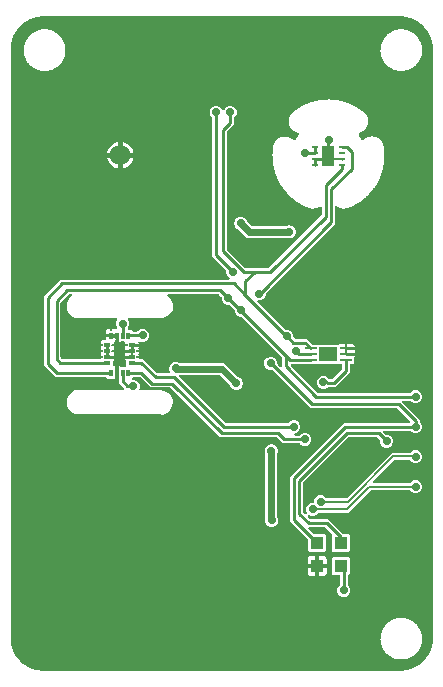
<source format=gtl>
G04 EAGLE Gerber RS-274X export*
G75*
%MOMM*%
%FSLAX34Y34*%
%LPD*%
%INTop Copper*%
%IPPOS*%
%AMOC8*
5,1,8,0,0,1.08239X$1,22.5*%
G01*
%ADD10R,1.000000X0.220000*%
%ADD11R,1.500000X1.200000*%
%ADD12C,1.750000*%
%ADD13R,0.550000X0.250000*%
%ADD14R,1.000000X1.700000*%
%ADD15R,1.091400X1.141400*%
%ADD16R,0.350000X0.600000*%
%ADD17R,0.600000X0.350000*%
%ADD18C,0.254000*%
%ADD19C,0.700000*%
%ADD20C,0.200000*%
%ADD21C,0.609600*%

G36*
X335036Y5217D02*
X335036Y5217D01*
X335042Y5216D01*
X335767Y5225D01*
X335780Y5227D01*
X335793Y5226D01*
X336472Y5252D01*
X336486Y5254D01*
X336498Y5253D01*
X337174Y5296D01*
X337187Y5299D01*
X337199Y5298D01*
X337869Y5358D01*
X337882Y5361D01*
X337894Y5361D01*
X338559Y5437D01*
X338572Y5441D01*
X338584Y5441D01*
X339245Y5534D01*
X339258Y5537D01*
X339270Y5538D01*
X339923Y5647D01*
X339936Y5651D01*
X339948Y5651D01*
X340597Y5776D01*
X340610Y5781D01*
X340622Y5781D01*
X341266Y5922D01*
X341278Y5927D01*
X341290Y5928D01*
X341927Y6085D01*
X341940Y6090D01*
X341952Y6091D01*
X342583Y6263D01*
X342595Y6268D01*
X342607Y6270D01*
X343232Y6457D01*
X343244Y6462D01*
X343256Y6464D01*
X343875Y6666D01*
X343886Y6672D01*
X343898Y6674D01*
X344511Y6891D01*
X344523Y6897D01*
X344534Y6900D01*
X345141Y7131D01*
X345152Y7138D01*
X345163Y7140D01*
X345762Y7386D01*
X345773Y7392D01*
X345784Y7395D01*
X346376Y7655D01*
X346387Y7662D01*
X346398Y7666D01*
X346983Y7939D01*
X346993Y7947D01*
X347004Y7950D01*
X347583Y8238D01*
X347593Y8246D01*
X347604Y8249D01*
X348172Y8550D01*
X348183Y8558D01*
X348193Y8562D01*
X348756Y8877D01*
X348766Y8885D01*
X348777Y8889D01*
X349330Y9217D01*
X349340Y9225D01*
X349351Y9230D01*
X349895Y9571D01*
X349905Y9579D01*
X349916Y9584D01*
X350451Y9937D01*
X350461Y9946D01*
X350471Y9951D01*
X350998Y10317D01*
X351008Y10325D01*
X351018Y10331D01*
X351537Y10710D01*
X351546Y10719D01*
X351556Y10724D01*
X352065Y11115D01*
X352074Y11124D01*
X352084Y11130D01*
X352582Y11531D01*
X352591Y11541D01*
X352600Y11547D01*
X353091Y11962D01*
X353099Y11971D01*
X353109Y11977D01*
X353588Y12403D01*
X353596Y12413D01*
X353606Y12419D01*
X354075Y12856D01*
X354083Y12866D01*
X354092Y12873D01*
X354550Y13320D01*
X354558Y13330D01*
X354567Y13336D01*
X355016Y13796D01*
X355023Y13807D01*
X355032Y13814D01*
X355469Y14282D01*
X355476Y14293D01*
X355485Y14300D01*
X355911Y14779D01*
X355918Y14790D01*
X355926Y14797D01*
X356341Y15287D01*
X356348Y15298D01*
X356356Y15306D01*
X356758Y15804D01*
X356765Y15815D01*
X356773Y15823D01*
X357164Y16332D01*
X357170Y16343D01*
X357178Y16351D01*
X357557Y16870D01*
X357563Y16881D01*
X357571Y16890D01*
X357937Y17417D01*
X357943Y17428D01*
X357951Y17437D01*
X358304Y17972D01*
X358310Y17984D01*
X358317Y17993D01*
X358658Y18537D01*
X358663Y18549D01*
X358671Y18558D01*
X358999Y19111D01*
X359004Y19123D01*
X359011Y19132D01*
X359326Y19695D01*
X359331Y19706D01*
X359338Y19716D01*
X359639Y20284D01*
X359643Y20296D01*
X359650Y20305D01*
X359938Y20884D01*
X359942Y20896D01*
X359949Y20905D01*
X360222Y21490D01*
X360226Y21502D01*
X360233Y21512D01*
X360493Y22104D01*
X360496Y22116D01*
X360502Y22126D01*
X360748Y22725D01*
X360751Y22737D01*
X360757Y22748D01*
X360988Y23354D01*
X360991Y23367D01*
X360997Y23377D01*
X361214Y23990D01*
X361217Y24003D01*
X361222Y24013D01*
X361424Y24632D01*
X361426Y24645D01*
X361431Y24656D01*
X361618Y25281D01*
X361620Y25294D01*
X361625Y25305D01*
X361797Y25936D01*
X361799Y25950D01*
X361803Y25961D01*
X361960Y26598D01*
X361961Y26611D01*
X361966Y26623D01*
X362107Y27266D01*
X362108Y27279D01*
X362112Y27291D01*
X362237Y27940D01*
X362238Y27954D01*
X362242Y27965D01*
X362350Y28618D01*
X362351Y28632D01*
X362354Y28643D01*
X362447Y29304D01*
X362447Y29318D01*
X362451Y29329D01*
X362527Y29994D01*
X362527Y30007D01*
X362530Y30019D01*
X362590Y30689D01*
X362589Y30702D01*
X362592Y30714D01*
X362635Y31390D01*
X362634Y31404D01*
X362636Y31416D01*
X362662Y32095D01*
X362661Y32109D01*
X362663Y32121D01*
X362672Y32845D01*
X362671Y32852D01*
X362672Y32858D01*
X362672Y531600D01*
X362671Y531607D01*
X362672Y531613D01*
X362663Y532337D01*
X362661Y532350D01*
X362662Y532363D01*
X362636Y533042D01*
X362634Y533056D01*
X362635Y533068D01*
X362592Y533744D01*
X362589Y533757D01*
X362590Y533769D01*
X362530Y534439D01*
X362527Y534452D01*
X362527Y534464D01*
X362451Y535129D01*
X362447Y535142D01*
X362447Y535154D01*
X362354Y535815D01*
X362351Y535828D01*
X362350Y535840D01*
X362242Y536492D01*
X362238Y536505D01*
X362237Y536517D01*
X362112Y537167D01*
X362107Y537180D01*
X362107Y537192D01*
X361966Y537836D01*
X361961Y537848D01*
X361960Y537860D01*
X361803Y538497D01*
X361798Y538510D01*
X361797Y538522D01*
X361625Y539153D01*
X361620Y539165D01*
X361618Y539177D01*
X361431Y539802D01*
X361426Y539814D01*
X361424Y539826D01*
X361222Y540445D01*
X361216Y540456D01*
X361214Y540468D01*
X360997Y541081D01*
X360991Y541093D01*
X360988Y541104D01*
X360757Y541710D01*
X360750Y541722D01*
X360748Y541733D01*
X360502Y542332D01*
X360496Y542343D01*
X360493Y542354D01*
X360233Y542946D01*
X360226Y542957D01*
X360222Y542968D01*
X359949Y543553D01*
X359942Y543563D01*
X359938Y543574D01*
X359650Y544153D01*
X359642Y544163D01*
X359639Y544174D01*
X359338Y544742D01*
X359330Y544753D01*
X359326Y544763D01*
X359011Y545326D01*
X359003Y545336D01*
X358999Y545347D01*
X358671Y545900D01*
X358663Y545910D01*
X358658Y545921D01*
X358317Y546465D01*
X358309Y546475D01*
X358304Y546486D01*
X357951Y547021D01*
X357942Y547031D01*
X357937Y547041D01*
X357571Y547568D01*
X357563Y547578D01*
X357557Y547588D01*
X357178Y548107D01*
X357169Y548116D01*
X357164Y548126D01*
X356773Y548635D01*
X356764Y548644D01*
X356758Y548654D01*
X356356Y549152D01*
X356347Y549161D01*
X356341Y549171D01*
X355926Y549661D01*
X355917Y549669D01*
X355911Y549679D01*
X355485Y550158D01*
X355475Y550166D01*
X355469Y550176D01*
X355032Y550645D01*
X355023Y550652D01*
X355016Y550662D01*
X354567Y551122D01*
X354557Y551129D01*
X354550Y551138D01*
X354092Y551585D01*
X354082Y551593D01*
X354075Y551602D01*
X353606Y552039D01*
X353595Y552046D01*
X353588Y552055D01*
X353109Y552481D01*
X353098Y552488D01*
X353091Y552496D01*
X352601Y552911D01*
X352590Y552918D01*
X352582Y552926D01*
X352084Y553328D01*
X352073Y553335D01*
X352065Y553343D01*
X351556Y553734D01*
X351545Y553740D01*
X351537Y553748D01*
X351018Y554127D01*
X351007Y554133D01*
X350998Y554141D01*
X350471Y554507D01*
X350460Y554513D01*
X350451Y554521D01*
X349916Y554874D01*
X349904Y554880D01*
X349895Y554887D01*
X349351Y555228D01*
X349339Y555233D01*
X349330Y555241D01*
X348777Y555568D01*
X348766Y555573D01*
X348756Y555581D01*
X348193Y555896D01*
X348182Y555901D01*
X348172Y555908D01*
X347604Y556209D01*
X347592Y556213D01*
X347583Y556220D01*
X347004Y556508D01*
X346992Y556512D01*
X346983Y556519D01*
X346398Y556792D01*
X346386Y556796D01*
X346376Y556803D01*
X345784Y557063D01*
X345772Y557066D01*
X345762Y557072D01*
X345163Y557318D01*
X345151Y557321D01*
X345140Y557327D01*
X344534Y557558D01*
X344521Y557561D01*
X344511Y557567D01*
X343898Y557784D01*
X343885Y557786D01*
X343875Y557792D01*
X343256Y557994D01*
X343243Y557996D01*
X343232Y558001D01*
X342607Y558188D01*
X342594Y558190D01*
X342583Y558195D01*
X341952Y558367D01*
X341938Y558369D01*
X341927Y558373D01*
X341290Y558530D01*
X341277Y558531D01*
X341265Y558536D01*
X340622Y558677D01*
X340609Y558678D01*
X340597Y558682D01*
X339948Y558807D01*
X339934Y558808D01*
X339923Y558812D01*
X339270Y558920D01*
X339256Y558921D01*
X339245Y558924D01*
X338584Y559017D01*
X338570Y559017D01*
X338559Y559021D01*
X337894Y559097D01*
X337881Y559097D01*
X337869Y559100D01*
X337199Y559160D01*
X337186Y559159D01*
X337174Y559162D01*
X336498Y559205D01*
X336484Y559204D01*
X336472Y559206D01*
X335793Y559232D01*
X335779Y559231D01*
X335767Y559233D01*
X335042Y559242D01*
X335036Y559241D01*
X335030Y559242D01*
X32708Y559242D01*
X32702Y559241D01*
X32696Y559242D01*
X31971Y559233D01*
X31958Y559231D01*
X31945Y559232D01*
X31266Y559206D01*
X31252Y559204D01*
X31240Y559205D01*
X30564Y559162D01*
X30551Y559159D01*
X30539Y559160D01*
X29869Y559100D01*
X29856Y559097D01*
X29844Y559097D01*
X29179Y559021D01*
X29166Y559017D01*
X29154Y559017D01*
X28493Y558924D01*
X28480Y558921D01*
X28468Y558920D01*
X27815Y558812D01*
X27802Y558807D01*
X27790Y558807D01*
X27141Y558682D01*
X27128Y558677D01*
X27116Y558677D01*
X26472Y558536D01*
X26460Y558531D01*
X26448Y558530D01*
X25811Y558373D01*
X25798Y558368D01*
X25786Y558367D01*
X25155Y558195D01*
X25143Y558190D01*
X25131Y558188D01*
X24506Y558001D01*
X24494Y557996D01*
X24482Y557994D01*
X23863Y557792D01*
X23852Y557786D01*
X23840Y557784D01*
X23227Y557567D01*
X23215Y557561D01*
X23204Y557558D01*
X22598Y557327D01*
X22587Y557321D01*
X22575Y557318D01*
X21976Y557072D01*
X21965Y557066D01*
X21954Y557063D01*
X21362Y556803D01*
X21351Y556796D01*
X21340Y556792D01*
X20755Y556519D01*
X20745Y556512D01*
X20734Y556508D01*
X20155Y556220D01*
X20145Y556212D01*
X20134Y556209D01*
X19566Y555908D01*
X19555Y555900D01*
X19545Y555896D01*
X18982Y555581D01*
X18972Y555573D01*
X18961Y555569D01*
X18408Y555241D01*
X18398Y555233D01*
X18387Y555228D01*
X17843Y554887D01*
X17833Y554879D01*
X17822Y554874D01*
X17287Y554521D01*
X17277Y554512D01*
X17267Y554507D01*
X16740Y554141D01*
X16730Y554133D01*
X16720Y554127D01*
X16201Y553748D01*
X16192Y553739D01*
X16182Y553734D01*
X15673Y553343D01*
X15664Y553334D01*
X15654Y553328D01*
X15156Y552926D01*
X15147Y552917D01*
X15137Y552911D01*
X14647Y552496D01*
X14639Y552487D01*
X14629Y552481D01*
X14150Y552055D01*
X14142Y552045D01*
X14132Y552039D01*
X13663Y551602D01*
X13655Y551592D01*
X13646Y551585D01*
X13187Y551138D01*
X13180Y551128D01*
X13170Y551121D01*
X12723Y550662D01*
X12715Y550652D01*
X12706Y550645D01*
X12269Y550176D01*
X12262Y550165D01*
X12253Y550158D01*
X11827Y549679D01*
X11820Y549668D01*
X11812Y549661D01*
X11397Y549171D01*
X11390Y549160D01*
X11382Y549152D01*
X10980Y548654D01*
X10973Y548643D01*
X10965Y548635D01*
X10574Y548126D01*
X10568Y548115D01*
X10560Y548107D01*
X10181Y547588D01*
X10175Y547577D01*
X10167Y547568D01*
X9801Y547041D01*
X9795Y547030D01*
X9787Y547021D01*
X9434Y546486D01*
X9428Y546474D01*
X9421Y546465D01*
X9080Y545921D01*
X9075Y545909D01*
X9067Y545900D01*
X8739Y545347D01*
X8734Y545335D01*
X8727Y545326D01*
X8412Y544763D01*
X8407Y544752D01*
X8400Y544742D01*
X8099Y544174D01*
X8095Y544162D01*
X8088Y544153D01*
X7800Y543574D01*
X7796Y543562D01*
X7789Y543553D01*
X7516Y542968D01*
X7512Y542956D01*
X7505Y542946D01*
X7245Y542354D01*
X7242Y542342D01*
X7236Y542332D01*
X6990Y541733D01*
X6987Y541721D01*
X6981Y541710D01*
X6750Y541104D01*
X6747Y541091D01*
X6741Y541081D01*
X6524Y540469D01*
X6522Y540456D01*
X6516Y540445D01*
X6314Y539826D01*
X6312Y539813D01*
X6307Y539802D01*
X6120Y539177D01*
X6118Y539164D01*
X6113Y539153D01*
X5941Y538522D01*
X5939Y538508D01*
X5935Y538497D01*
X5778Y537860D01*
X5777Y537847D01*
X5772Y537835D01*
X5631Y537192D01*
X5630Y537179D01*
X5626Y537167D01*
X5501Y536518D01*
X5500Y536504D01*
X5497Y536493D01*
X5388Y535840D01*
X5387Y535826D01*
X5384Y535815D01*
X5291Y535154D01*
X5291Y535140D01*
X5287Y535129D01*
X5211Y534464D01*
X5211Y534451D01*
X5208Y534439D01*
X5148Y533769D01*
X5149Y533756D01*
X5146Y533744D01*
X5103Y533068D01*
X5104Y533054D01*
X5102Y533042D01*
X5076Y532363D01*
X5077Y532349D01*
X5075Y532337D01*
X5066Y531612D01*
X5067Y531606D01*
X5066Y531599D01*
X5066Y32858D01*
X5067Y32852D01*
X5066Y32846D01*
X5075Y32121D01*
X5077Y32108D01*
X5076Y32095D01*
X5102Y31416D01*
X5104Y31402D01*
X5103Y31390D01*
X5146Y30714D01*
X5149Y30701D01*
X5148Y30689D01*
X5208Y30019D01*
X5211Y30006D01*
X5211Y29994D01*
X5287Y29329D01*
X5291Y29316D01*
X5291Y29304D01*
X5384Y28643D01*
X5387Y28630D01*
X5388Y28618D01*
X5497Y27965D01*
X5501Y27952D01*
X5501Y27940D01*
X5626Y27291D01*
X5631Y27278D01*
X5631Y27266D01*
X5772Y26622D01*
X5777Y26610D01*
X5778Y26598D01*
X5935Y25961D01*
X5940Y25948D01*
X5941Y25936D01*
X6113Y25305D01*
X6118Y25293D01*
X6120Y25281D01*
X6307Y24656D01*
X6312Y24644D01*
X6314Y24632D01*
X6516Y24013D01*
X6522Y24002D01*
X6524Y23990D01*
X6741Y23377D01*
X6747Y23366D01*
X6750Y23354D01*
X6981Y22748D01*
X6987Y22736D01*
X6990Y22725D01*
X7236Y22126D01*
X7242Y22115D01*
X7245Y22104D01*
X7505Y21512D01*
X7512Y21501D01*
X7516Y21490D01*
X7789Y20905D01*
X7797Y20895D01*
X7800Y20884D01*
X8088Y20305D01*
X8096Y20295D01*
X8099Y20284D01*
X8400Y19716D01*
X8408Y19706D01*
X8412Y19695D01*
X8727Y19132D01*
X8735Y19122D01*
X8739Y19111D01*
X9067Y18558D01*
X9075Y18548D01*
X9080Y18537D01*
X9421Y17993D01*
X9429Y17983D01*
X9434Y17972D01*
X9787Y17437D01*
X9796Y17427D01*
X9801Y17417D01*
X10167Y16890D01*
X10175Y16880D01*
X10181Y16870D01*
X10560Y16351D01*
X10569Y16342D01*
X10574Y16332D01*
X10965Y15823D01*
X10974Y15814D01*
X10980Y15804D01*
X11382Y15306D01*
X11391Y15297D01*
X11397Y15287D01*
X11812Y14797D01*
X11821Y14789D01*
X11827Y14779D01*
X12253Y14300D01*
X12263Y14292D01*
X12269Y14282D01*
X12706Y13813D01*
X12716Y13805D01*
X12723Y13796D01*
X13170Y13337D01*
X13180Y13330D01*
X13187Y13320D01*
X13646Y12873D01*
X13656Y12865D01*
X13663Y12856D01*
X14133Y12419D01*
X14143Y12412D01*
X14150Y12403D01*
X14629Y11977D01*
X14640Y11970D01*
X14647Y11962D01*
X15137Y11547D01*
X15148Y11540D01*
X15156Y11532D01*
X15654Y11130D01*
X15665Y11123D01*
X15673Y11115D01*
X16182Y10724D01*
X16193Y10718D01*
X16201Y10710D01*
X16720Y10331D01*
X16731Y10325D01*
X16740Y10317D01*
X17267Y9951D01*
X17278Y9945D01*
X17287Y9937D01*
X17822Y9584D01*
X17834Y9578D01*
X17843Y9571D01*
X18387Y9230D01*
X18399Y9225D01*
X18408Y9217D01*
X18961Y8889D01*
X18973Y8884D01*
X18982Y8877D01*
X19545Y8562D01*
X19556Y8557D01*
X19566Y8550D01*
X20134Y8249D01*
X20146Y8245D01*
X20155Y8238D01*
X20734Y7950D01*
X20746Y7946D01*
X20755Y7939D01*
X21340Y7666D01*
X21352Y7662D01*
X21362Y7655D01*
X21954Y7395D01*
X21966Y7392D01*
X21976Y7386D01*
X22575Y7140D01*
X22587Y7137D01*
X22598Y7131D01*
X23204Y6900D01*
X23217Y6897D01*
X23227Y6891D01*
X23840Y6674D01*
X23853Y6671D01*
X23863Y6666D01*
X24482Y6464D01*
X24495Y6462D01*
X24506Y6457D01*
X25131Y6270D01*
X25144Y6268D01*
X25155Y6263D01*
X25786Y6091D01*
X25800Y6089D01*
X25811Y6085D01*
X26448Y5928D01*
X26461Y5927D01*
X26472Y5922D01*
X27115Y5782D01*
X27129Y5781D01*
X27140Y5776D01*
X27790Y5651D01*
X27804Y5650D01*
X27815Y5647D01*
X28468Y5538D01*
X28482Y5537D01*
X28493Y5534D01*
X29154Y5441D01*
X29168Y5441D01*
X29179Y5437D01*
X29844Y5361D01*
X29857Y5361D01*
X29869Y5358D01*
X30539Y5298D01*
X30552Y5299D01*
X30564Y5296D01*
X31240Y5253D01*
X31254Y5254D01*
X31266Y5252D01*
X31945Y5226D01*
X31959Y5227D01*
X31971Y5225D01*
X32696Y5216D01*
X32703Y5217D01*
X32709Y5216D01*
X335029Y5216D01*
X335036Y5217D01*
G37*
%LPC*%
G36*
X258289Y105636D02*
X258289Y105636D01*
X257117Y106808D01*
X257117Y115762D01*
X257103Y115857D01*
X257099Y115954D01*
X257084Y115997D01*
X257077Y116042D01*
X257038Y116129D01*
X257006Y116220D01*
X256981Y116254D01*
X256961Y116299D01*
X256878Y116396D01*
X256824Y116469D01*
X241674Y131620D01*
X241674Y169260D01*
X287284Y214871D01*
X342479Y214871D01*
X342511Y214875D01*
X342543Y214873D01*
X342650Y214895D01*
X342759Y214911D01*
X342788Y214924D01*
X342820Y214930D01*
X342916Y214982D01*
X343016Y215027D01*
X343040Y215048D01*
X343068Y215063D01*
X343147Y215139D01*
X343230Y215210D01*
X343247Y215237D01*
X343271Y215260D01*
X343324Y215355D01*
X343384Y215446D01*
X343394Y215477D01*
X343410Y215505D01*
X343435Y215612D01*
X343467Y215716D01*
X343467Y215748D01*
X343475Y215779D01*
X343469Y215889D01*
X343470Y215998D01*
X343462Y216029D01*
X343460Y216061D01*
X343424Y216164D01*
X343395Y216270D01*
X343378Y216297D01*
X343368Y216328D01*
X343314Y216401D01*
X343247Y216510D01*
X343211Y216542D01*
X343186Y216577D01*
X332491Y227271D01*
X332414Y227329D01*
X332343Y227393D01*
X332302Y227413D01*
X332266Y227441D01*
X332176Y227475D01*
X332089Y227516D01*
X332047Y227523D01*
X332002Y227540D01*
X331874Y227550D01*
X331785Y227564D01*
X258848Y227564D01*
X256640Y229773D01*
X226641Y259772D01*
X226564Y259829D01*
X226493Y259894D01*
X226452Y259914D01*
X226415Y259941D01*
X226325Y259975D01*
X226239Y260017D01*
X226197Y260023D01*
X226151Y260040D01*
X226024Y260050D01*
X225934Y260064D01*
X224379Y260064D01*
X222357Y260902D01*
X220810Y262449D01*
X219972Y264471D01*
X219972Y266659D01*
X220810Y268681D01*
X222357Y270228D01*
X224379Y271066D01*
X226567Y271066D01*
X228589Y270228D01*
X230136Y268681D01*
X230974Y266659D01*
X230974Y265104D01*
X230987Y265009D01*
X230992Y264912D01*
X231007Y264869D01*
X231014Y264824D01*
X231053Y264737D01*
X231085Y264646D01*
X231110Y264612D01*
X231130Y264567D01*
X231213Y264470D01*
X231266Y264397D01*
X232971Y262693D01*
X232996Y262674D01*
X233017Y262649D01*
X233109Y262589D01*
X233196Y262524D01*
X233226Y262512D01*
X233253Y262495D01*
X233358Y262463D01*
X233460Y262424D01*
X233492Y262422D01*
X233523Y262412D01*
X233632Y262411D01*
X233741Y262402D01*
X233773Y262409D01*
X233805Y262408D01*
X233911Y262438D01*
X234017Y262460D01*
X234046Y262475D01*
X234077Y262484D01*
X234170Y262541D01*
X234266Y262592D01*
X234289Y262615D01*
X234317Y262632D01*
X234390Y262713D01*
X234468Y262789D01*
X234484Y262817D01*
X234506Y262841D01*
X234554Y262939D01*
X234607Y263034D01*
X234615Y263066D01*
X234629Y263095D01*
X234643Y263184D01*
X234672Y263309D01*
X234670Y263357D01*
X234676Y263399D01*
X234676Y270179D01*
X234663Y270273D01*
X234658Y270370D01*
X234643Y270413D01*
X234637Y270458D01*
X234597Y270545D01*
X234566Y270636D01*
X234540Y270671D01*
X234520Y270715D01*
X234437Y270812D01*
X234384Y270885D01*
X200838Y304431D01*
X200761Y304488D01*
X200690Y304553D01*
X200649Y304573D01*
X200612Y304600D01*
X200522Y304634D01*
X200436Y304676D01*
X200394Y304682D01*
X200349Y304700D01*
X200221Y304710D01*
X200131Y304723D01*
X199368Y304723D01*
X197346Y305561D01*
X195799Y307108D01*
X194961Y309130D01*
X194961Y309686D01*
X194948Y309780D01*
X194943Y309877D01*
X194928Y309920D01*
X194921Y309965D01*
X194882Y310052D01*
X194850Y310143D01*
X194825Y310178D01*
X194805Y310222D01*
X194722Y310319D01*
X194668Y310392D01*
X190511Y314550D01*
X190434Y314607D01*
X190363Y314672D01*
X190322Y314692D01*
X190285Y314719D01*
X190195Y314753D01*
X190109Y314795D01*
X190067Y314801D01*
X190021Y314818D01*
X189894Y314828D01*
X189804Y314842D01*
X188249Y314842D01*
X186227Y315680D01*
X184680Y317227D01*
X183842Y319249D01*
X183842Y320804D01*
X183829Y320899D01*
X183824Y320996D01*
X183809Y321039D01*
X183802Y321084D01*
X183763Y321171D01*
X183731Y321262D01*
X183706Y321296D01*
X183686Y321341D01*
X183603Y321438D01*
X183550Y321511D01*
X181440Y323620D01*
X181363Y323678D01*
X181292Y323742D01*
X181251Y323762D01*
X181215Y323790D01*
X181125Y323824D01*
X181038Y323865D01*
X180996Y323872D01*
X180951Y323889D01*
X180823Y323899D01*
X180734Y323913D01*
X138825Y323913D01*
X138692Y323894D01*
X138558Y323877D01*
X138552Y323874D01*
X138546Y323873D01*
X138424Y323818D01*
X138300Y323764D01*
X138295Y323760D01*
X138289Y323757D01*
X138187Y323670D01*
X138083Y323583D01*
X138080Y323578D01*
X138075Y323574D01*
X138001Y323460D01*
X137926Y323349D01*
X137924Y323343D01*
X137920Y323338D01*
X137881Y323209D01*
X137840Y323080D01*
X137840Y323074D01*
X137838Y323068D01*
X137836Y322934D01*
X137833Y322799D01*
X137834Y322792D01*
X137834Y322786D01*
X137870Y322656D01*
X137904Y322526D01*
X137908Y322520D01*
X137909Y322514D01*
X137981Y322399D01*
X138049Y322284D01*
X138054Y322280D01*
X138058Y322274D01*
X138267Y322085D01*
X138273Y322082D01*
X138278Y322077D01*
X140198Y320822D01*
X142658Y315957D01*
X142573Y314444D01*
X142574Y314444D01*
X142508Y313260D01*
X142506Y313235D01*
X142439Y312027D01*
X142355Y310514D01*
X139372Y305951D01*
X134506Y303491D01*
X131953Y303633D01*
X131924Y303630D01*
X131898Y303635D01*
X105530Y303635D01*
X105412Y303618D01*
X105294Y303606D01*
X105273Y303598D01*
X105251Y303595D01*
X105143Y303546D01*
X105032Y303502D01*
X105014Y303488D01*
X104994Y303478D01*
X104904Y303401D01*
X104810Y303328D01*
X104797Y303310D01*
X104779Y303295D01*
X104714Y303196D01*
X104645Y303100D01*
X104637Y303078D01*
X104625Y303059D01*
X104590Y302945D01*
X104550Y302834D01*
X104549Y302811D01*
X104542Y302789D01*
X104541Y302671D01*
X104534Y302552D01*
X104539Y302531D01*
X104539Y302507D01*
X104588Y302328D01*
X104607Y302253D01*
X105501Y300094D01*
X105501Y297906D01*
X104663Y295884D01*
X104400Y295620D01*
X104380Y295595D01*
X104356Y295574D01*
X104296Y295482D01*
X104230Y295395D01*
X104219Y295365D01*
X104201Y295338D01*
X104169Y295233D01*
X104131Y295131D01*
X104128Y295099D01*
X104119Y295068D01*
X104117Y294958D01*
X104109Y294850D01*
X104115Y294818D01*
X104115Y294786D01*
X104144Y294681D01*
X104166Y294574D01*
X104182Y294545D01*
X104190Y294514D01*
X104248Y294421D01*
X104299Y294325D01*
X104321Y294302D01*
X104338Y294274D01*
X104420Y294201D01*
X104496Y294123D01*
X104524Y294107D01*
X104548Y294085D01*
X104646Y294037D01*
X104741Y293984D01*
X104772Y293976D01*
X104801Y293962D01*
X104891Y293948D01*
X105016Y293919D01*
X105064Y293921D01*
X105106Y293914D01*
X107436Y293914D01*
X108787Y292563D01*
X108864Y292506D01*
X108935Y292441D01*
X108976Y292421D01*
X109012Y292394D01*
X109102Y292360D01*
X109189Y292318D01*
X109231Y292312D01*
X109276Y292295D01*
X109404Y292285D01*
X109493Y292271D01*
X112078Y292271D01*
X112173Y292284D01*
X112269Y292289D01*
X112312Y292304D01*
X112357Y292311D01*
X112444Y292350D01*
X112535Y292382D01*
X112570Y292407D01*
X112614Y292427D01*
X112711Y292510D01*
X112784Y292563D01*
X113884Y293663D01*
X115906Y294501D01*
X118094Y294501D01*
X120116Y293663D01*
X121663Y292116D01*
X122501Y290094D01*
X122501Y287906D01*
X121663Y285884D01*
X120116Y284337D01*
X118094Y283499D01*
X115906Y283499D01*
X114730Y283986D01*
X114626Y284013D01*
X114523Y284047D01*
X114489Y284048D01*
X114457Y284056D01*
X114349Y284053D01*
X114241Y284057D01*
X114209Y284048D01*
X114175Y284047D01*
X114072Y284014D01*
X113968Y283987D01*
X113939Y283970D01*
X113907Y283960D01*
X113818Y283899D01*
X113725Y283844D01*
X113702Y283820D01*
X113674Y283801D01*
X113605Y283717D01*
X113531Y283639D01*
X113516Y283609D01*
X113495Y283583D01*
X113452Y283484D01*
X113403Y283388D01*
X113397Y283355D01*
X113383Y283324D01*
X113370Y283217D01*
X113350Y283111D01*
X113353Y283079D01*
X113349Y283044D01*
X113372Y282900D01*
X113372Y282879D01*
X113376Y282863D01*
X113383Y282804D01*
X113398Y282748D01*
X113398Y281663D01*
X112307Y281663D01*
X112267Y281657D01*
X112226Y281660D01*
X112128Y281637D01*
X112028Y281623D01*
X111991Y281606D01*
X111951Y281597D01*
X111863Y281548D01*
X111771Y281507D01*
X111740Y281480D01*
X111704Y281460D01*
X111633Y281389D01*
X111557Y281324D01*
X111534Y281289D01*
X111506Y281260D01*
X111458Y281172D01*
X111403Y281088D01*
X111391Y281048D01*
X111371Y281012D01*
X111350Y280914D01*
X111320Y280818D01*
X111320Y280777D01*
X111311Y280737D01*
X111318Y280636D01*
X111316Y280536D01*
X111327Y280496D01*
X111330Y280455D01*
X111365Y280361D01*
X111392Y280264D01*
X111413Y280229D01*
X111427Y280191D01*
X111487Y280110D01*
X111540Y280024D01*
X111570Y279997D01*
X111595Y279964D01*
X111664Y279912D01*
X111749Y279835D01*
X111750Y279835D01*
X111802Y279810D01*
X111842Y279780D01*
X111843Y279779D01*
X111925Y279750D01*
X112003Y279712D01*
X112053Y279704D01*
X112108Y279685D01*
X112223Y279678D01*
X112308Y279664D01*
X113398Y279664D01*
X113398Y278579D01*
X113356Y278422D01*
X113343Y278316D01*
X113323Y278212D01*
X113326Y278179D01*
X113322Y278142D01*
X113346Y277996D01*
X113356Y277905D01*
X113398Y277748D01*
X113398Y276663D01*
X112308Y276663D01*
X112294Y276661D01*
X112282Y276663D01*
X112219Y276652D01*
X112155Y276651D01*
X112098Y276633D01*
X112029Y276623D01*
X112017Y276618D01*
X112004Y276616D01*
X111928Y276579D01*
X111861Y276558D01*
X111819Y276528D01*
X111772Y276507D01*
X111762Y276499D01*
X111750Y276493D01*
X111692Y276441D01*
X111629Y276397D01*
X111596Y276357D01*
X111558Y276324D01*
X111551Y276313D01*
X111540Y276304D01*
X111500Y276238D01*
X111451Y276178D01*
X111431Y276130D01*
X111403Y276088D01*
X111399Y276076D01*
X111392Y276064D01*
X111371Y275989D01*
X111341Y275918D01*
X111335Y275866D01*
X111321Y275818D01*
X111321Y275806D01*
X111317Y275792D01*
X111318Y275715D01*
X111309Y275638D01*
X111318Y275586D01*
X111317Y275536D01*
X111320Y275524D01*
X111320Y275510D01*
X111343Y275436D01*
X111356Y275360D01*
X111379Y275312D01*
X111392Y275264D01*
X111399Y275254D01*
X111403Y275240D01*
X111445Y275176D01*
X111479Y275106D01*
X111514Y275067D01*
X111540Y275024D01*
X111550Y275016D01*
X111557Y275004D01*
X111611Y274959D01*
X111667Y274897D01*
X111711Y274869D01*
X111750Y274835D01*
X111775Y274823D01*
X111794Y274807D01*
X111853Y274782D01*
X111907Y274748D01*
X111957Y274735D01*
X112003Y274712D01*
X112028Y274708D01*
X112054Y274697D01*
X112118Y274690D01*
X112179Y274673D01*
X112248Y274674D01*
X112308Y274664D01*
X113398Y274664D01*
X113398Y273579D01*
X113356Y273422D01*
X113343Y273316D01*
X113323Y273212D01*
X113326Y273179D01*
X113322Y273142D01*
X113346Y272996D01*
X113356Y272905D01*
X113398Y272748D01*
X113398Y271663D01*
X112308Y271663D01*
X112210Y271649D01*
X112112Y271644D01*
X112074Y271630D01*
X112029Y271623D01*
X111908Y271569D01*
X111823Y271537D01*
X111822Y271537D01*
X111799Y271519D01*
X111772Y271507D01*
X111771Y271507D01*
X111687Y271434D01*
X111597Y271367D01*
X111580Y271343D01*
X111557Y271323D01*
X111496Y271230D01*
X111429Y271140D01*
X111419Y271112D01*
X111403Y271087D01*
X111370Y270981D01*
X111331Y270876D01*
X111329Y270846D01*
X111320Y270818D01*
X111319Y270706D01*
X111311Y270595D01*
X111317Y270565D01*
X111316Y270536D01*
X111346Y270428D01*
X111370Y270319D01*
X111384Y270293D01*
X111392Y270264D01*
X111450Y270169D01*
X111503Y270071D01*
X111524Y270049D01*
X111540Y270024D01*
X111623Y269949D01*
X111701Y269869D01*
X111727Y269855D01*
X111749Y269835D01*
X111849Y269786D01*
X111947Y269732D01*
X111976Y269725D01*
X112003Y269712D01*
X112093Y269698D01*
X112222Y269668D01*
X112268Y269671D01*
X112307Y269664D01*
X113436Y269664D01*
X113438Y269655D01*
X113464Y269596D01*
X113481Y269534D01*
X113522Y269468D01*
X113554Y269398D01*
X113595Y269349D01*
X113629Y269294D01*
X113687Y269242D01*
X113737Y269183D01*
X113791Y269148D01*
X113839Y269105D01*
X113908Y269071D01*
X113973Y269029D01*
X114035Y269010D01*
X114092Y268982D01*
X114162Y268971D01*
X114243Y268946D01*
X114328Y268945D01*
X114397Y268934D01*
X117212Y268934D01*
X128903Y257244D01*
X128979Y257186D01*
X129051Y257121D01*
X129092Y257102D01*
X129128Y257074D01*
X129218Y257040D01*
X129305Y256998D01*
X129347Y256992D01*
X129392Y256975D01*
X129520Y256965D01*
X129609Y256951D01*
X139005Y256951D01*
X139123Y256968D01*
X139241Y256979D01*
X139262Y256988D01*
X139285Y256991D01*
X139392Y257039D01*
X139503Y257084D01*
X139521Y257098D01*
X139542Y257107D01*
X139632Y257184D01*
X139725Y257257D01*
X139739Y257276D01*
X139756Y257290D01*
X139821Y257390D01*
X139890Y257486D01*
X139898Y257507D01*
X139910Y257526D01*
X139945Y257640D01*
X139985Y257751D01*
X139986Y257774D01*
X139993Y257796D01*
X139994Y257915D01*
X140001Y258033D01*
X139996Y258054D01*
X139996Y258078D01*
X139947Y258257D01*
X139929Y258333D01*
X139726Y258821D01*
X139705Y258857D01*
X139691Y258896D01*
X139678Y258914D01*
X139677Y258925D01*
X139653Y258978D01*
X139641Y259028D01*
X139265Y259935D01*
X139265Y262124D01*
X139641Y263031D01*
X139651Y263072D01*
X139669Y263109D01*
X139673Y263131D01*
X139679Y263139D01*
X139700Y263194D01*
X139726Y263238D01*
X140102Y264145D01*
X141650Y265693D01*
X142557Y266069D01*
X142593Y266090D01*
X142632Y266104D01*
X142650Y266116D01*
X142661Y266118D01*
X142714Y266142D01*
X142764Y266154D01*
X143671Y266530D01*
X145860Y266530D01*
X146767Y266154D01*
X146808Y266144D01*
X146845Y266126D01*
X146867Y266122D01*
X146875Y266116D01*
X146930Y266095D01*
X146974Y266069D01*
X147449Y265872D01*
X147489Y265862D01*
X147526Y265844D01*
X147612Y265830D01*
X147722Y265802D01*
X147780Y265804D01*
X147831Y265796D01*
X186082Y265796D01*
X189332Y262546D01*
X198009Y253869D01*
X198042Y253844D01*
X198070Y253813D01*
X198144Y253768D01*
X198235Y253699D01*
X198290Y253679D01*
X198333Y253652D01*
X199241Y253276D01*
X200788Y251729D01*
X201164Y250821D01*
X201185Y250785D01*
X201199Y250746D01*
X201212Y250728D01*
X201213Y250718D01*
X201238Y250664D01*
X201250Y250615D01*
X201626Y249707D01*
X201626Y247519D01*
X201250Y246611D01*
X201239Y246571D01*
X201221Y246533D01*
X201218Y246512D01*
X201211Y246503D01*
X201191Y246448D01*
X201164Y246405D01*
X200788Y245497D01*
X199241Y243950D01*
X198333Y243574D01*
X198297Y243552D01*
X198258Y243539D01*
X198240Y243526D01*
X198230Y243524D01*
X198176Y243500D01*
X198127Y243488D01*
X197219Y243112D01*
X195031Y243112D01*
X194123Y243488D01*
X194083Y243498D01*
X194045Y243517D01*
X194024Y243520D01*
X194015Y243526D01*
X193960Y243547D01*
X193917Y243574D01*
X193009Y243950D01*
X191462Y245497D01*
X191086Y246405D01*
X191064Y246440D01*
X191051Y246480D01*
X191000Y246549D01*
X190942Y246647D01*
X190923Y246665D01*
X190917Y246675D01*
X190891Y246698D01*
X190869Y246729D01*
X182192Y255406D01*
X182115Y255463D01*
X182044Y255528D01*
X182003Y255548D01*
X181966Y255575D01*
X181876Y255609D01*
X181790Y255651D01*
X181748Y255658D01*
X181702Y255675D01*
X181575Y255685D01*
X181485Y255699D01*
X148809Y255699D01*
X148777Y255694D01*
X148745Y255696D01*
X148638Y255674D01*
X148530Y255659D01*
X148500Y255645D01*
X148469Y255639D01*
X148372Y255587D01*
X148273Y255542D01*
X148248Y255522D01*
X148220Y255506D01*
X148141Y255430D01*
X148058Y255359D01*
X148041Y255332D01*
X148018Y255310D01*
X147964Y255215D01*
X147904Y255123D01*
X147894Y255092D01*
X147879Y255064D01*
X147853Y254958D01*
X147822Y254853D01*
X147821Y254821D01*
X147814Y254790D01*
X147819Y254680D01*
X147818Y254571D01*
X147826Y254540D01*
X147828Y254508D01*
X147864Y254405D01*
X147893Y254300D01*
X147910Y254272D01*
X147921Y254242D01*
X147974Y254169D01*
X148041Y254060D01*
X148077Y254027D01*
X148102Y253993D01*
X186886Y215209D01*
X186963Y215151D01*
X187034Y215087D01*
X187075Y215067D01*
X187112Y215040D01*
X187202Y215006D01*
X187288Y214964D01*
X187330Y214957D01*
X187376Y214940D01*
X187503Y214930D01*
X187593Y214916D01*
X240022Y214916D01*
X240117Y214930D01*
X240213Y214935D01*
X240256Y214950D01*
X240301Y214956D01*
X240389Y214996D01*
X240480Y215027D01*
X240514Y215052D01*
X240558Y215072D01*
X240656Y215156D01*
X240729Y215209D01*
X241828Y216309D01*
X243850Y217146D01*
X246039Y217146D01*
X248060Y216309D01*
X249608Y214761D01*
X250445Y212740D01*
X250445Y210551D01*
X249608Y208530D01*
X248060Y206982D01*
X245967Y206115D01*
X245893Y206071D01*
X245814Y206035D01*
X245772Y206000D01*
X245725Y205972D01*
X245665Y205908D01*
X245599Y205852D01*
X245569Y205806D01*
X245532Y205766D01*
X245493Y205689D01*
X245445Y205616D01*
X245429Y205563D01*
X245404Y205515D01*
X245388Y205429D01*
X245363Y205346D01*
X245362Y205291D01*
X245352Y205237D01*
X245360Y205151D01*
X245359Y205064D01*
X245373Y205011D01*
X245379Y204957D01*
X245411Y204876D01*
X245434Y204792D01*
X245463Y204746D01*
X245483Y204695D01*
X245536Y204626D01*
X245582Y204552D01*
X245623Y204516D01*
X245657Y204472D01*
X245727Y204422D01*
X245791Y204363D01*
X245841Y204339D01*
X245885Y204307D01*
X245967Y204278D01*
X246045Y204240D01*
X246096Y204233D01*
X246151Y204213D01*
X246265Y204206D01*
X246350Y204193D01*
X249334Y204193D01*
X249429Y204206D01*
X249526Y204211D01*
X249569Y204226D01*
X249614Y204233D01*
X249701Y204272D01*
X249792Y204304D01*
X249826Y204329D01*
X249871Y204349D01*
X249968Y204432D01*
X250041Y204486D01*
X251141Y205585D01*
X253163Y206423D01*
X255351Y206423D01*
X257373Y205585D01*
X258920Y204038D01*
X259758Y202016D01*
X259758Y199828D01*
X258920Y197806D01*
X257373Y196259D01*
X255351Y195421D01*
X253163Y195421D01*
X251141Y196259D01*
X250041Y197359D01*
X249964Y197416D01*
X249893Y197481D01*
X249852Y197501D01*
X249815Y197528D01*
X249725Y197562D01*
X249639Y197604D01*
X249597Y197610D01*
X249552Y197628D01*
X249424Y197637D01*
X249334Y197651D01*
X235601Y197651D01*
X233392Y199860D01*
X230630Y202622D01*
X230553Y202680D01*
X230482Y202744D01*
X230441Y202764D01*
X230404Y202791D01*
X230314Y202825D01*
X230228Y202867D01*
X230186Y202874D01*
X230141Y202891D01*
X230013Y202901D01*
X229923Y202915D01*
X182350Y202915D01*
X180141Y205123D01*
X140608Y244657D01*
X140531Y244714D01*
X140460Y244779D01*
X140419Y244799D01*
X140382Y244826D01*
X140292Y244860D01*
X140206Y244902D01*
X140164Y244908D01*
X140118Y244926D01*
X139991Y244935D01*
X139901Y244949D01*
X123696Y244949D01*
X114795Y253850D01*
X114718Y253908D01*
X114647Y253972D01*
X114606Y253992D01*
X114569Y254020D01*
X114479Y254054D01*
X114393Y254095D01*
X114351Y254102D01*
X114305Y254119D01*
X114178Y254129D01*
X114088Y254143D01*
X109580Y254143D01*
X109485Y254129D01*
X109388Y254125D01*
X109345Y254110D01*
X109300Y254103D01*
X109213Y254064D01*
X109122Y254032D01*
X109088Y254007D01*
X109043Y253987D01*
X108946Y253904D01*
X108873Y253850D01*
X108139Y253117D01*
X108120Y253091D01*
X108096Y253070D01*
X108036Y252978D01*
X107970Y252891D01*
X107959Y252861D01*
X107941Y252834D01*
X107909Y252729D01*
X107871Y252627D01*
X107868Y252595D01*
X107859Y252564D01*
X107857Y252455D01*
X107849Y252346D01*
X107855Y252315D01*
X107855Y252282D01*
X107884Y252177D01*
X107906Y252070D01*
X107922Y252042D01*
X107930Y252010D01*
X107988Y251918D01*
X108039Y251821D01*
X108061Y251798D01*
X108078Y251771D01*
X108159Y251697D01*
X108236Y251619D01*
X108264Y251603D01*
X108288Y251581D01*
X108386Y251534D01*
X108481Y251480D01*
X108512Y251473D01*
X108541Y251458D01*
X108631Y251445D01*
X108755Y251415D01*
X108804Y251418D01*
X108846Y251411D01*
X109880Y251411D01*
X111902Y250573D01*
X113450Y249026D01*
X114287Y247004D01*
X114287Y244816D01*
X113863Y243793D01*
X113834Y243678D01*
X113799Y243564D01*
X113799Y243541D01*
X113793Y243519D01*
X113797Y243401D01*
X113795Y243282D01*
X113801Y243260D01*
X113802Y243237D01*
X113839Y243125D01*
X113870Y243010D01*
X113882Y242991D01*
X113890Y242969D01*
X113956Y242872D01*
X114019Y242770D01*
X114036Y242755D01*
X114048Y242736D01*
X114140Y242661D01*
X114228Y242581D01*
X114248Y242571D01*
X114266Y242557D01*
X114375Y242510D01*
X114482Y242458D01*
X114503Y242455D01*
X114525Y242446D01*
X114710Y242423D01*
X114786Y242411D01*
X131313Y242411D01*
X131327Y242413D01*
X131341Y242411D01*
X131425Y242427D01*
X131592Y242451D01*
X131612Y242460D01*
X132462Y242412D01*
X132492Y242415D01*
X132518Y242411D01*
X133362Y242411D01*
X133364Y242410D01*
X133448Y242392D01*
X133611Y242350D01*
X133640Y242351D01*
X133665Y242346D01*
X135353Y242252D01*
X139916Y239268D01*
X142375Y234403D01*
X142291Y232890D01*
X142226Y231720D01*
X142224Y231681D01*
X142157Y230473D01*
X142073Y228960D01*
X139089Y224397D01*
X134224Y221937D01*
X131671Y222079D01*
X131642Y222076D01*
X131616Y222080D01*
X59717Y222080D01*
X55130Y224729D01*
X52482Y229315D01*
X52482Y234969D01*
X55206Y239687D01*
X59923Y242411D01*
X100447Y242411D01*
X100479Y242415D01*
X100512Y242413D01*
X100619Y242435D01*
X100727Y242451D01*
X100756Y242464D01*
X100788Y242471D01*
X100884Y242522D01*
X100984Y242567D01*
X101008Y242588D01*
X101037Y242603D01*
X101115Y242679D01*
X101198Y242750D01*
X101216Y242777D01*
X101239Y242800D01*
X101292Y242895D01*
X101352Y242986D01*
X101362Y243017D01*
X101378Y243045D01*
X101403Y243152D01*
X101435Y243256D01*
X101435Y243288D01*
X101443Y243320D01*
X101437Y243429D01*
X101438Y243538D01*
X101430Y243569D01*
X101428Y243601D01*
X101392Y243704D01*
X101363Y243810D01*
X101346Y243837D01*
X101336Y243868D01*
X101282Y243941D01*
X101215Y244050D01*
X101179Y244082D01*
X101154Y244117D01*
X100423Y244848D01*
X96586Y248684D01*
X96586Y250874D01*
X96577Y250937D01*
X96578Y251002D01*
X96557Y251076D01*
X96546Y251153D01*
X96520Y251211D01*
X96503Y251273D01*
X96462Y251339D01*
X96430Y251410D01*
X96388Y251459D01*
X96355Y251513D01*
X96297Y251565D01*
X96247Y251624D01*
X96193Y251659D01*
X96145Y251702D01*
X96076Y251736D01*
X96011Y251779D01*
X95949Y251797D01*
X95892Y251825D01*
X95856Y251831D01*
X95856Y257413D01*
X95856Y257414D01*
X95856Y262954D01*
X96942Y262954D01*
X97588Y262781D01*
X97991Y262548D01*
X98090Y262509D01*
X98186Y262462D01*
X98219Y262457D01*
X98253Y262443D01*
X98400Y262429D01*
X98491Y262414D01*
X101857Y262414D01*
X101921Y262424D01*
X101985Y262423D01*
X102060Y262443D01*
X102136Y262454D01*
X102195Y262481D01*
X102257Y262498D01*
X102323Y262539D01*
X102393Y262571D01*
X102442Y262612D01*
X102497Y262646D01*
X102549Y262704D01*
X102607Y262754D01*
X102643Y262808D01*
X102686Y262855D01*
X102719Y262925D01*
X102762Y262990D01*
X102781Y263051D01*
X102809Y263109D01*
X102820Y263179D01*
X102844Y263260D01*
X102845Y263344D01*
X102856Y263414D01*
X102856Y267030D01*
X102847Y267093D01*
X102848Y267147D01*
X102838Y267185D01*
X102833Y267242D01*
X102822Y267273D01*
X102816Y267309D01*
X102782Y267384D01*
X102773Y267419D01*
X102752Y267452D01*
X102722Y267530D01*
X102489Y267933D01*
X102316Y268579D01*
X102316Y269664D01*
X103407Y269664D01*
X103447Y269670D01*
X103488Y269668D01*
X103586Y269690D01*
X103686Y269704D01*
X103723Y269721D01*
X103763Y269730D01*
X103851Y269779D01*
X103943Y269820D01*
X103974Y269847D01*
X104010Y269867D01*
X104081Y269938D01*
X104157Y270004D01*
X104180Y270038D01*
X104208Y270067D01*
X104256Y270155D01*
X104311Y270240D01*
X104323Y270279D01*
X104343Y270315D01*
X104364Y270413D01*
X104394Y270509D01*
X104394Y270551D01*
X104403Y270591D01*
X104396Y270691D01*
X104398Y270791D01*
X104387Y270831D01*
X104384Y270872D01*
X104349Y270966D01*
X104322Y271063D01*
X104301Y271098D01*
X104287Y271137D01*
X104227Y271218D01*
X104174Y271303D01*
X104144Y271331D01*
X104119Y271364D01*
X104050Y271415D01*
X103965Y271492D01*
X103964Y271493D01*
X103912Y271518D01*
X103872Y271548D01*
X103871Y271548D01*
X103789Y271577D01*
X103711Y271616D01*
X103661Y271623D01*
X103606Y271643D01*
X103491Y271650D01*
X103406Y271663D01*
X102316Y271663D01*
X102316Y272748D01*
X102358Y272905D01*
X102371Y273011D01*
X102391Y273116D01*
X102388Y273148D01*
X102392Y273185D01*
X102368Y273332D01*
X102358Y273422D01*
X102316Y273579D01*
X102316Y274664D01*
X103406Y274664D01*
X103481Y274675D01*
X103554Y274675D01*
X103573Y274681D01*
X103594Y274682D01*
X103636Y274697D01*
X103685Y274704D01*
X103753Y274735D01*
X103824Y274756D01*
X103854Y274775D01*
X103884Y274786D01*
X103885Y274787D01*
X103912Y274807D01*
X103942Y274820D01*
X103998Y274868D01*
X104061Y274909D01*
X104083Y274935D01*
X104111Y274955D01*
X104131Y274982D01*
X104156Y275004D01*
X104196Y275065D01*
X104246Y275122D01*
X104260Y275153D01*
X104281Y275180D01*
X104293Y275212D01*
X104311Y275240D01*
X104332Y275309D01*
X104364Y275378D01*
X104369Y275412D01*
X104381Y275444D01*
X104384Y275479D01*
X104393Y275509D01*
X104393Y275510D01*
X104394Y275582D01*
X104405Y275657D01*
X104401Y275691D01*
X104404Y275725D01*
X104397Y275759D01*
X104397Y275792D01*
X104378Y275861D01*
X104368Y275937D01*
X104354Y275968D01*
X104347Y276001D01*
X104331Y276032D01*
X104322Y276064D01*
X104284Y276125D01*
X104253Y276194D01*
X104231Y276220D01*
X104215Y276251D01*
X104191Y276275D01*
X104174Y276304D01*
X104119Y276353D01*
X104071Y276410D01*
X104044Y276427D01*
X104019Y276453D01*
X103989Y276470D01*
X103964Y276493D01*
X103878Y276535D01*
X103812Y276577D01*
X103792Y276583D01*
X103774Y276593D01*
X103741Y276601D01*
X103711Y276616D01*
X103634Y276628D01*
X103540Y276654D01*
X103519Y276654D01*
X103500Y276659D01*
X103450Y276656D01*
X103406Y276663D01*
X102316Y276663D01*
X102316Y277748D01*
X102358Y277905D01*
X102371Y278011D01*
X102391Y278116D01*
X102388Y278148D01*
X102392Y278185D01*
X102368Y278332D01*
X102358Y278422D01*
X102316Y278579D01*
X102316Y279664D01*
X103406Y279664D01*
X103492Y279677D01*
X103580Y279680D01*
X103627Y279696D01*
X103685Y279704D01*
X103789Y279751D01*
X103871Y279779D01*
X103872Y279780D01*
X103905Y279804D01*
X103942Y279820D01*
X103943Y279821D01*
X104019Y279886D01*
X104100Y279945D01*
X104126Y279977D01*
X104157Y280004D01*
X104212Y280088D01*
X104274Y280167D01*
X104289Y280206D01*
X104311Y280240D01*
X104341Y280336D01*
X104378Y280430D01*
X104382Y280470D01*
X104394Y280510D01*
X104395Y280610D01*
X104405Y280710D01*
X104397Y280751D01*
X104397Y280792D01*
X104371Y280888D01*
X104352Y280987D01*
X104333Y281024D01*
X104322Y281064D01*
X104270Y281149D01*
X104224Y281239D01*
X104196Y281269D01*
X104174Y281304D01*
X104100Y281371D01*
X104031Y281444D01*
X103995Y281465D01*
X103965Y281493D01*
X103874Y281536D01*
X103788Y281587D01*
X103748Y281598D01*
X103711Y281616D01*
X103626Y281629D01*
X103515Y281657D01*
X103456Y281655D01*
X103406Y281663D01*
X102316Y281663D01*
X102316Y282861D01*
X102325Y282935D01*
X102316Y282988D01*
X102317Y283042D01*
X102294Y283126D01*
X102280Y283213D01*
X102256Y283261D01*
X102242Y283313D01*
X102196Y283388D01*
X102158Y283467D01*
X102122Y283508D01*
X102094Y283553D01*
X102029Y283612D01*
X101970Y283678D01*
X101924Y283706D01*
X101884Y283742D01*
X101806Y283781D01*
X101731Y283827D01*
X101679Y283842D01*
X101631Y283865D01*
X101554Y283877D01*
X101460Y283904D01*
X101387Y283903D01*
X101326Y283913D01*
X98491Y283913D01*
X98385Y283898D01*
X98279Y283890D01*
X98248Y283878D01*
X98212Y283873D01*
X98077Y283812D01*
X97991Y283779D01*
X97588Y283546D01*
X96942Y283373D01*
X95856Y283373D01*
X95856Y284463D01*
X95852Y284493D01*
X95855Y284522D01*
X95832Y284632D01*
X95817Y284742D01*
X95804Y284770D01*
X95798Y284799D01*
X95746Y284898D01*
X95700Y284999D01*
X95681Y285022D01*
X95667Y285048D01*
X95590Y285129D01*
X95517Y285214D01*
X95492Y285230D01*
X95471Y285251D01*
X95375Y285307D01*
X95281Y285368D01*
X95252Y285377D01*
X95227Y285392D01*
X95118Y285418D01*
X95011Y285451D01*
X94981Y285451D01*
X94952Y285458D01*
X94841Y285453D01*
X94729Y285454D01*
X94701Y285446D01*
X94671Y285445D01*
X94565Y285409D01*
X94457Y285379D01*
X94432Y285363D01*
X94404Y285354D01*
X94312Y285290D01*
X94217Y285231D01*
X94198Y285209D01*
X94173Y285192D01*
X94117Y285120D01*
X94028Y285022D01*
X94028Y285021D01*
X94008Y284980D01*
X93984Y284949D01*
X93983Y284948D01*
X93948Y284856D01*
X93905Y284767D01*
X93899Y284727D01*
X93882Y284685D01*
X93872Y284553D01*
X93858Y284463D01*
X93858Y283373D01*
X93397Y283373D01*
X93333Y283364D01*
X93269Y283365D01*
X93194Y283344D01*
X93118Y283333D01*
X93059Y283307D01*
X92997Y283290D01*
X92931Y283249D01*
X92861Y283217D01*
X92812Y283175D01*
X92757Y283141D01*
X92705Y283084D01*
X92647Y283034D01*
X92611Y282980D01*
X92568Y282932D01*
X92535Y282863D01*
X92492Y282798D01*
X92473Y282736D01*
X92445Y282678D01*
X92434Y282609D01*
X92410Y282528D01*
X92409Y282443D01*
X92398Y282374D01*
X92398Y281663D01*
X91307Y281663D01*
X91278Y281659D01*
X91248Y281661D01*
X91139Y281639D01*
X91028Y281623D01*
X91001Y281611D01*
X90972Y281605D01*
X90873Y281553D01*
X90771Y281507D01*
X90749Y281488D01*
X90722Y281474D01*
X90642Y281396D01*
X90557Y281324D01*
X90541Y281299D01*
X90519Y281278D01*
X90464Y281181D01*
X90403Y281088D01*
X90394Y281059D01*
X90379Y281033D01*
X90353Y280925D01*
X90320Y280818D01*
X90320Y280788D01*
X90313Y280759D01*
X90318Y280648D01*
X90316Y280536D01*
X90324Y280507D01*
X90326Y280478D01*
X90362Y280372D01*
X90392Y280264D01*
X90407Y280239D01*
X90417Y280211D01*
X90481Y280119D01*
X90540Y280024D01*
X90562Y280004D01*
X90579Y279980D01*
X90651Y279924D01*
X90749Y279835D01*
X90750Y279835D01*
X90790Y279815D01*
X90822Y279790D01*
X90823Y279790D01*
X90915Y279755D01*
X91003Y279712D01*
X91043Y279706D01*
X91086Y279689D01*
X91218Y279678D01*
X91308Y279664D01*
X92398Y279664D01*
X92398Y278579D01*
X92356Y278422D01*
X92343Y278316D01*
X92323Y278212D01*
X92326Y278179D01*
X92322Y278142D01*
X92346Y277996D01*
X92356Y277905D01*
X92398Y277748D01*
X92398Y276663D01*
X91308Y276663D01*
X91294Y276661D01*
X91282Y276663D01*
X91242Y276656D01*
X91200Y276657D01*
X91125Y276637D01*
X91029Y276623D01*
X91017Y276618D01*
X91004Y276616D01*
X90951Y276590D01*
X90902Y276577D01*
X90839Y276537D01*
X90772Y276507D01*
X90762Y276499D01*
X90750Y276493D01*
X90709Y276456D01*
X90663Y276427D01*
X90613Y276371D01*
X90558Y276324D01*
X90551Y276313D01*
X90540Y276304D01*
X90512Y276257D01*
X90475Y276217D01*
X90443Y276149D01*
X90403Y276088D01*
X90399Y276076D01*
X90392Y276064D01*
X90378Y276011D01*
X90354Y275962D01*
X90342Y275887D01*
X90321Y275818D01*
X90321Y275806D01*
X90317Y275792D01*
X90317Y275738D01*
X90309Y275684D01*
X90318Y275608D01*
X90317Y275536D01*
X90320Y275524D01*
X90320Y275510D01*
X90336Y275458D01*
X90343Y275404D01*
X90373Y275334D01*
X90392Y275264D01*
X90399Y275254D01*
X90403Y275240D01*
X90432Y275195D01*
X90454Y275144D01*
X90502Y275086D01*
X90540Y275024D01*
X90550Y275016D01*
X90557Y275004D01*
X90596Y274972D01*
X90633Y274927D01*
X90695Y274885D01*
X90750Y274835D01*
X90775Y274823D01*
X90794Y274807D01*
X90832Y274791D01*
X90866Y274767D01*
X90936Y274744D01*
X91003Y274712D01*
X91028Y274708D01*
X91054Y274697D01*
X91095Y274692D01*
X91134Y274680D01*
X91230Y274677D01*
X91308Y274664D01*
X92398Y274664D01*
X92398Y273579D01*
X92356Y273422D01*
X92343Y273316D01*
X92323Y273212D01*
X92326Y273179D01*
X92322Y273142D01*
X92346Y272996D01*
X92356Y272905D01*
X92398Y272748D01*
X92398Y271663D01*
X91308Y271663D01*
X91222Y271651D01*
X91134Y271648D01*
X91086Y271632D01*
X91029Y271623D01*
X90925Y271576D01*
X90843Y271548D01*
X90842Y271548D01*
X90809Y271524D01*
X90772Y271507D01*
X90771Y271507D01*
X90695Y271442D01*
X90613Y271383D01*
X90588Y271350D01*
X90557Y271323D01*
X90502Y271239D01*
X90440Y271160D01*
X90425Y271122D01*
X90403Y271087D01*
X90373Y270991D01*
X90336Y270898D01*
X90332Y270857D01*
X90320Y270818D01*
X90319Y270717D01*
X90309Y270617D01*
X90317Y270577D01*
X90316Y270536D01*
X90343Y270439D01*
X90362Y270340D01*
X90381Y270304D01*
X90392Y270264D01*
X90444Y270178D01*
X90490Y270089D01*
X90518Y270059D01*
X90540Y270024D01*
X90614Y269957D01*
X90683Y269883D01*
X90719Y269862D01*
X90749Y269835D01*
X90839Y269791D01*
X90926Y269740D01*
X90966Y269730D01*
X91003Y269712D01*
X91088Y269699D01*
X91199Y269670D01*
X91257Y269672D01*
X91307Y269664D01*
X92398Y269664D01*
X92398Y268579D01*
X92225Y267933D01*
X91992Y267530D01*
X91965Y267462D01*
X91952Y267443D01*
X91942Y267410D01*
X91905Y267334D01*
X91900Y267302D01*
X91886Y267268D01*
X91881Y267209D01*
X91870Y267173D01*
X91869Y267100D01*
X91858Y267030D01*
X91858Y263954D01*
X91866Y263896D01*
X91866Y263894D01*
X91867Y263891D01*
X91867Y263890D01*
X91866Y263826D01*
X91887Y263751D01*
X91898Y263675D01*
X91924Y263616D01*
X91941Y263554D01*
X91982Y263488D01*
X92014Y263418D01*
X92055Y263369D01*
X92089Y263314D01*
X92147Y263262D01*
X92197Y263203D01*
X92251Y263168D01*
X92299Y263125D01*
X92368Y263091D01*
X92433Y263049D01*
X92495Y263030D01*
X92552Y263002D01*
X92622Y262991D01*
X92703Y262966D01*
X92788Y262965D01*
X92857Y262954D01*
X93858Y262954D01*
X93858Y257414D01*
X93858Y257413D01*
X93858Y251873D01*
X92772Y251873D01*
X92126Y252046D01*
X91723Y252279D01*
X91624Y252319D01*
X91528Y252365D01*
X91495Y252371D01*
X91461Y252384D01*
X91313Y252399D01*
X91223Y252413D01*
X87278Y252413D01*
X85841Y253850D01*
X85764Y253908D01*
X85693Y253972D01*
X85652Y253992D01*
X85615Y254020D01*
X85526Y254053D01*
X85439Y254095D01*
X85397Y254102D01*
X85351Y254119D01*
X85224Y254129D01*
X85134Y254143D01*
X43231Y254143D01*
X33729Y263645D01*
X33729Y322355D01*
X47645Y336271D01*
X189848Y336271D01*
X189934Y336283D01*
X190021Y336286D01*
X190073Y336303D01*
X190127Y336311D01*
X190206Y336346D01*
X190289Y336373D01*
X190334Y336404D01*
X190384Y336427D01*
X190450Y336483D01*
X190522Y336532D01*
X190557Y336574D01*
X190599Y336610D01*
X190646Y336683D01*
X190701Y336750D01*
X190723Y336800D01*
X190753Y336846D01*
X190779Y336929D01*
X190813Y337009D01*
X190820Y337063D01*
X190836Y337116D01*
X190837Y337203D01*
X190847Y337289D01*
X190839Y337343D01*
X190839Y337398D01*
X190816Y337481D01*
X190802Y337567D01*
X190779Y337617D01*
X190764Y337670D01*
X190718Y337744D01*
X190681Y337822D01*
X190645Y337863D01*
X190616Y337910D01*
X190551Y337968D01*
X190494Y338033D01*
X190450Y338059D01*
X190407Y338099D01*
X190304Y338148D01*
X190231Y338193D01*
X189884Y338337D01*
X188337Y339884D01*
X187499Y341906D01*
X187499Y343461D01*
X187486Y343556D01*
X187481Y343652D01*
X187466Y343696D01*
X187459Y343741D01*
X187420Y343828D01*
X187388Y343919D01*
X187363Y343953D01*
X187343Y343997D01*
X187260Y344095D01*
X187207Y344168D01*
X175729Y355645D01*
X175729Y473078D01*
X175716Y473173D01*
X175711Y473269D01*
X175696Y473312D01*
X175689Y473357D01*
X175650Y473444D01*
X175618Y473535D01*
X175593Y473570D01*
X175573Y473614D01*
X175490Y473711D01*
X175437Y473784D01*
X174337Y474884D01*
X173499Y476906D01*
X173499Y479094D01*
X174337Y481116D01*
X175884Y482663D01*
X177906Y483501D01*
X180094Y483501D01*
X182116Y482663D01*
X183663Y481116D01*
X184077Y480118D01*
X184093Y480090D01*
X184103Y480059D01*
X184165Y479969D01*
X184220Y479875D01*
X184244Y479853D01*
X184262Y479826D01*
X184346Y479757D01*
X184426Y479682D01*
X184455Y479667D01*
X184480Y479647D01*
X184580Y479604D01*
X184678Y479554D01*
X184709Y479548D01*
X184739Y479535D01*
X184847Y479522D01*
X184955Y479502D01*
X184987Y479505D01*
X185019Y479501D01*
X185127Y479518D01*
X185235Y479529D01*
X185265Y479541D01*
X185297Y479546D01*
X185396Y479593D01*
X185497Y479633D01*
X185523Y479653D01*
X185552Y479667D01*
X185634Y479740D01*
X185720Y479807D01*
X185739Y479833D01*
X185763Y479854D01*
X185810Y479932D01*
X185885Y480036D01*
X185901Y480081D01*
X185923Y480118D01*
X186337Y481116D01*
X187884Y482663D01*
X189906Y483501D01*
X192094Y483501D01*
X194116Y482663D01*
X195663Y481116D01*
X196501Y479094D01*
X196501Y476906D01*
X195663Y474884D01*
X194563Y473784D01*
X194506Y473707D01*
X194441Y473636D01*
X194421Y473595D01*
X194394Y473559D01*
X194360Y473469D01*
X194318Y473382D01*
X194312Y473340D01*
X194295Y473295D01*
X194285Y473167D01*
X194271Y473078D01*
X194271Y467645D01*
X188563Y461938D01*
X188506Y461861D01*
X188441Y461790D01*
X188421Y461749D01*
X188394Y461712D01*
X188360Y461622D01*
X188318Y461536D01*
X188312Y461494D01*
X188295Y461448D01*
X188285Y461321D01*
X188271Y461231D01*
X188271Y362343D01*
X188284Y362248D01*
X188289Y362152D01*
X188304Y362109D01*
X188311Y362064D01*
X188350Y361976D01*
X188382Y361885D01*
X188407Y361851D01*
X188427Y361807D01*
X188510Y361709D01*
X188563Y361636D01*
X203670Y346530D01*
X203747Y346472D01*
X203818Y346408D01*
X203859Y346388D01*
X203896Y346360D01*
X203986Y346326D01*
X204072Y346285D01*
X204114Y346278D01*
X204160Y346261D01*
X204287Y346251D01*
X204377Y346237D01*
X223265Y346237D01*
X223360Y346250D01*
X223456Y346255D01*
X223499Y346270D01*
X223544Y346277D01*
X223632Y346316D01*
X223723Y346348D01*
X223757Y346373D01*
X223801Y346393D01*
X223899Y346476D01*
X223972Y346530D01*
X268189Y390747D01*
X268247Y390824D01*
X268312Y390896D01*
X268331Y390937D01*
X268359Y390973D01*
X268393Y391063D01*
X268435Y391149D01*
X268441Y391191D01*
X268458Y391237D01*
X268468Y391364D01*
X268482Y391454D01*
X268482Y397573D01*
X268474Y397627D01*
X268476Y397681D01*
X268455Y397766D01*
X268442Y397852D01*
X268420Y397902D01*
X268407Y397954D01*
X268362Y398030D01*
X268326Y398109D01*
X268291Y398150D01*
X268263Y398197D01*
X268200Y398257D01*
X268143Y398324D01*
X268097Y398353D01*
X268058Y398390D01*
X267980Y398430D01*
X267907Y398478D01*
X267855Y398494D01*
X267807Y398518D01*
X267721Y398535D01*
X267637Y398560D01*
X267583Y398561D01*
X267530Y398571D01*
X267442Y398563D01*
X267355Y398564D01*
X267303Y398550D01*
X267249Y398545D01*
X267177Y398515D01*
X267083Y398489D01*
X267021Y398451D01*
X266964Y398427D01*
X266934Y398409D01*
X266875Y398360D01*
X266843Y398341D01*
X266837Y398334D01*
X266798Y398310D01*
X266546Y398091D01*
X266243Y397940D01*
X266168Y397888D01*
X266101Y397853D01*
X265830Y397656D01*
X265517Y397531D01*
X265437Y397485D01*
X265368Y397456D01*
X265081Y397282D01*
X264761Y397184D01*
X264678Y397145D01*
X264606Y397122D01*
X264305Y396972D01*
X263977Y396901D01*
X263939Y396887D01*
X263904Y396882D01*
X263861Y396862D01*
X263818Y396852D01*
X263502Y396726D01*
X263170Y396684D01*
X263080Y396659D01*
X263006Y396648D01*
X262679Y396548D01*
X262345Y396534D01*
X262252Y396517D01*
X262177Y396513D01*
X261807Y396433D01*
X261477Y396450D01*
X261378Y396441D01*
X261299Y396443D01*
X261009Y396406D01*
X260962Y396416D01*
X260920Y396412D01*
X260873Y396418D01*
X260783Y396404D01*
X260559Y396438D01*
X260448Y396440D01*
X260364Y396449D01*
X260196Y396442D01*
X260126Y396457D01*
X260042Y396484D01*
X259993Y396485D01*
X259937Y396497D01*
X259821Y396488D01*
X259734Y396490D01*
X259730Y396489D01*
X259592Y396525D01*
X259476Y396538D01*
X259390Y396556D01*
X259234Y396564D01*
X259177Y396582D01*
X259087Y396619D01*
X259046Y396623D01*
X259001Y396637D01*
X258899Y396639D01*
X258723Y396699D01*
X258696Y396705D01*
X258671Y396716D01*
X258580Y396727D01*
X258446Y396753D01*
X258437Y396752D01*
X258421Y396755D01*
X258336Y396782D01*
X258260Y396794D01*
X258192Y396836D01*
X258103Y396874D01*
X258035Y396913D01*
X257938Y396951D01*
X257878Y396965D01*
X257829Y396986D01*
X257782Y396998D01*
X257731Y397004D01*
X257688Y397023D01*
X257293Y397126D01*
X257261Y397150D01*
X257258Y397152D01*
X257256Y397155D01*
X257213Y397177D01*
X257015Y397287D01*
X256998Y397291D01*
X256983Y397299D01*
X256868Y397338D01*
X256866Y397339D01*
X256833Y397346D01*
X256821Y397351D01*
X256777Y397363D01*
X256741Y397382D01*
X256636Y397418D01*
X256571Y397461D01*
X256559Y397465D01*
X256549Y397471D01*
X256416Y397530D01*
X256405Y397533D01*
X256396Y397539D01*
X256356Y397557D01*
X256329Y397565D01*
X256306Y397577D01*
X256225Y397608D01*
X256214Y397616D01*
X256162Y397634D01*
X256121Y397658D01*
X255801Y397782D01*
X255761Y397811D01*
X255713Y397828D01*
X255675Y397851D01*
X255123Y398076D01*
X255118Y398077D01*
X255113Y398080D01*
X255051Y398094D01*
X255034Y398098D01*
X254906Y398161D01*
X254901Y398163D01*
X254897Y398166D01*
X254158Y398530D01*
X254138Y398537D01*
X254121Y398548D01*
X253332Y398897D01*
X253331Y398898D01*
X253330Y398898D01*
X253318Y398901D01*
X253303Y398906D01*
X253294Y398911D01*
X253252Y398926D01*
X253225Y398944D01*
X253209Y398957D01*
X253195Y398962D01*
X253184Y398971D01*
X252427Y399384D01*
X252406Y399391D01*
X252390Y399403D01*
X251615Y399785D01*
X251614Y399785D01*
X251604Y399789D01*
X251586Y399794D01*
X251577Y399800D01*
X251537Y399817D01*
X251511Y399835D01*
X251495Y399849D01*
X251482Y399855D01*
X251471Y399864D01*
X250730Y400308D01*
X250710Y400317D01*
X250695Y400328D01*
X249935Y400743D01*
X249934Y400743D01*
X249934Y400744D01*
X249927Y400746D01*
X249907Y400754D01*
X249898Y400759D01*
X249858Y400778D01*
X249834Y400796D01*
X249819Y400811D01*
X249806Y400818D01*
X249796Y400827D01*
X249072Y401302D01*
X249052Y401311D01*
X249037Y401324D01*
X248293Y401771D01*
X248292Y401771D01*
X248291Y401772D01*
X248278Y401777D01*
X248266Y401782D01*
X248258Y401787D01*
X248220Y401808D01*
X248197Y401827D01*
X248182Y401842D01*
X248169Y401849D01*
X248159Y401858D01*
X247454Y402365D01*
X247435Y402375D01*
X247420Y402388D01*
X246615Y402917D01*
X246565Y402972D01*
X246534Y402991D01*
X246527Y402998D01*
X246482Y403032D01*
X246478Y403035D01*
X246469Y403041D01*
X246466Y403044D01*
X246465Y403045D01*
X246277Y403188D01*
X246250Y403203D01*
X246227Y403224D01*
X246144Y403263D01*
X246139Y403266D01*
X245637Y403667D01*
X245613Y403681D01*
X245596Y403698D01*
X245066Y404078D01*
X245009Y404146D01*
X244971Y404172D01*
X244943Y404201D01*
X244766Y404334D01*
X244759Y404338D01*
X244753Y404344D01*
X244689Y404377D01*
X244682Y404380D01*
X243937Y405025D01*
X243919Y405036D01*
X243907Y405049D01*
X243328Y405512D01*
X243325Y405513D01*
X243323Y405516D01*
X243283Y405538D01*
X243281Y405540D01*
X243236Y405582D01*
X243202Y405605D01*
X243178Y405632D01*
X243137Y405664D01*
X243115Y405694D01*
X243101Y405704D01*
X243092Y405716D01*
X242551Y406222D01*
X242534Y406233D01*
X242522Y406247D01*
X241969Y406725D01*
X241966Y406727D01*
X241964Y406729D01*
X241926Y406753D01*
X241921Y406756D01*
X241873Y406804D01*
X241841Y406829D01*
X241817Y406857D01*
X241777Y406891D01*
X241756Y406922D01*
X241742Y406933D01*
X241733Y406946D01*
X241218Y407465D01*
X241202Y407477D01*
X241190Y407492D01*
X240662Y407985D01*
X240659Y407987D01*
X240657Y407989D01*
X240619Y408015D01*
X240614Y408018D01*
X240568Y408069D01*
X240536Y408095D01*
X240514Y408123D01*
X240471Y408163D01*
X240450Y408197D01*
X240436Y408208D01*
X240428Y408221D01*
X239939Y408753D01*
X239924Y408766D01*
X239913Y408781D01*
X239409Y409288D01*
X239406Y409290D01*
X239404Y409293D01*
X239368Y409319D01*
X239361Y409324D01*
X239315Y409380D01*
X239284Y409407D01*
X239263Y409436D01*
X239219Y409480D01*
X239199Y409515D01*
X239186Y409527D01*
X239178Y409540D01*
X238715Y410085D01*
X238699Y410098D01*
X238689Y410113D01*
X238211Y410634D01*
X238208Y410636D01*
X238206Y410639D01*
X238168Y410669D01*
X238164Y410673D01*
X238117Y410732D01*
X238088Y410760D01*
X238067Y410790D01*
X238024Y410838D01*
X238004Y410874D01*
X237992Y410887D01*
X237984Y410901D01*
X237546Y411457D01*
X237532Y411471D01*
X237522Y411486D01*
X237068Y412020D01*
X237065Y412023D01*
X237063Y412026D01*
X237026Y412058D01*
X237020Y412062D01*
X236974Y412126D01*
X236946Y412155D01*
X236927Y412186D01*
X236884Y412236D01*
X236866Y412273D01*
X236854Y412287D01*
X236847Y412301D01*
X236434Y412868D01*
X236420Y412883D01*
X236411Y412899D01*
X235980Y413446D01*
X235978Y413448D01*
X235976Y413452D01*
X235939Y413485D01*
X235935Y413489D01*
X235891Y413555D01*
X235864Y413585D01*
X235846Y413616D01*
X235802Y413672D01*
X235785Y413712D01*
X235773Y413725D01*
X235766Y413740D01*
X235379Y414318D01*
X235365Y414333D01*
X235357Y414349D01*
X234950Y414908D01*
X234948Y414910D01*
X234946Y414914D01*
X234909Y414950D01*
X234905Y414955D01*
X234861Y415026D01*
X234835Y415057D01*
X234818Y415089D01*
X234778Y415145D01*
X234762Y415184D01*
X234751Y415199D01*
X234745Y415214D01*
X234381Y415803D01*
X234368Y415818D01*
X234360Y415835D01*
X233977Y416405D01*
X233975Y416408D01*
X233973Y416412D01*
X233939Y416448D01*
X233934Y416453D01*
X233894Y416525D01*
X233869Y416557D01*
X233854Y416589D01*
X233813Y416651D01*
X233798Y416693D01*
X233787Y416708D01*
X233781Y416723D01*
X233442Y417321D01*
X233430Y417337D01*
X233423Y417354D01*
X233064Y417936D01*
X233061Y417939D01*
X233059Y417943D01*
X233026Y417981D01*
X233021Y417987D01*
X232981Y418064D01*
X232958Y418096D01*
X232944Y418129D01*
X232906Y418191D01*
X232893Y418234D01*
X232883Y418249D01*
X232877Y418264D01*
X232563Y418872D01*
X232551Y418888D01*
X232545Y418905D01*
X232208Y419499D01*
X232206Y419503D01*
X232204Y419506D01*
X232172Y419546D01*
X232168Y419552D01*
X232131Y419629D01*
X232109Y419663D01*
X232096Y419696D01*
X232060Y419761D01*
X232048Y419805D01*
X232038Y419820D01*
X232034Y419836D01*
X231743Y420454D01*
X231732Y420470D01*
X231726Y420487D01*
X231413Y421092D01*
X231411Y421096D01*
X231409Y421099D01*
X231378Y421141D01*
X231374Y421147D01*
X231340Y421227D01*
X231319Y421262D01*
X231308Y421296D01*
X231274Y421361D01*
X231264Y421405D01*
X231255Y421421D01*
X231251Y421437D01*
X230984Y422064D01*
X230973Y422081D01*
X230968Y422098D01*
X230678Y422714D01*
X230676Y422717D01*
X230675Y422721D01*
X230645Y422764D01*
X230642Y422769D01*
X230611Y422850D01*
X230591Y422885D01*
X230581Y422919D01*
X230549Y422988D01*
X230541Y423033D01*
X230532Y423049D01*
X230529Y423065D01*
X230286Y423701D01*
X230276Y423718D01*
X230272Y423736D01*
X230006Y424361D01*
X230003Y424365D01*
X230002Y424369D01*
X229974Y424413D01*
X229971Y424418D01*
X229943Y424502D01*
X229924Y424538D01*
X229916Y424572D01*
X229886Y424642D01*
X229879Y424686D01*
X229872Y424702D01*
X229869Y424719D01*
X229650Y425362D01*
X229641Y425380D01*
X229638Y425398D01*
X229395Y426034D01*
X229393Y426037D01*
X229392Y426041D01*
X229365Y426087D01*
X229362Y426093D01*
X229337Y426177D01*
X229320Y426213D01*
X229313Y426248D01*
X229286Y426318D01*
X229281Y426362D01*
X229274Y426379D01*
X229272Y426395D01*
X229077Y427048D01*
X229069Y427066D01*
X229066Y427084D01*
X228847Y427730D01*
X228845Y427734D01*
X228844Y427738D01*
X228819Y427784D01*
X228816Y427789D01*
X228795Y427873D01*
X228779Y427911D01*
X228773Y427946D01*
X228750Y428016D01*
X228746Y428060D01*
X228740Y428077D01*
X228738Y428094D01*
X228568Y428754D01*
X228560Y428773D01*
X228558Y428791D01*
X228362Y429447D01*
X228361Y429451D01*
X228360Y429455D01*
X228338Y429501D01*
X228335Y429507D01*
X228316Y429591D01*
X228302Y429629D01*
X228298Y429664D01*
X228277Y429734D01*
X228275Y429779D01*
X228269Y429796D01*
X228268Y429812D01*
X228123Y430481D01*
X228116Y430500D01*
X228114Y430518D01*
X227943Y431184D01*
X227941Y431187D01*
X227941Y431191D01*
X227921Y431236D01*
X227918Y431244D01*
X227903Y431328D01*
X227890Y431366D01*
X227887Y431402D01*
X227869Y431471D01*
X227869Y431515D01*
X227864Y431533D01*
X227863Y431549D01*
X227743Y432226D01*
X227736Y432245D01*
X227735Y432263D01*
X227588Y432939D01*
X227587Y432942D01*
X227587Y432946D01*
X227567Y432995D01*
X227566Y433000D01*
X227554Y433082D01*
X227543Y433121D01*
X227541Y433157D01*
X227526Y433225D01*
X227528Y433269D01*
X227523Y433286D01*
X227523Y433302D01*
X227428Y433987D01*
X227422Y434006D01*
X227422Y434024D01*
X227300Y434710D01*
X227299Y434713D01*
X227298Y434717D01*
X227282Y434764D01*
X227280Y434771D01*
X227271Y434853D01*
X227262Y434892D01*
X227261Y434928D01*
X227249Y434994D01*
X227252Y435035D01*
X227249Y435053D01*
X227250Y435070D01*
X227180Y435762D01*
X227175Y435782D01*
X227175Y435800D01*
X227078Y436495D01*
X227077Y436498D01*
X227077Y436502D01*
X227063Y436548D01*
X227061Y436555D01*
X227056Y436634D01*
X227048Y436673D01*
X227048Y436709D01*
X227039Y436775D01*
X227044Y436817D01*
X227041Y436835D01*
X227042Y436851D01*
X226998Y437551D01*
X226994Y437571D01*
X226995Y437589D01*
X226924Y438292D01*
X226923Y438295D01*
X226924Y438299D01*
X226911Y438345D01*
X226909Y438353D01*
X226907Y438431D01*
X226901Y438471D01*
X226903Y438507D01*
X226896Y438568D01*
X226902Y438608D01*
X226900Y438626D01*
X226902Y438642D01*
X226885Y439349D01*
X226881Y439369D01*
X226883Y439387D01*
X226838Y440101D01*
X226838Y440104D01*
X226838Y440108D01*
X226827Y440154D01*
X226826Y440161D01*
X226827Y440235D01*
X226822Y440275D01*
X226825Y440311D01*
X226822Y440370D01*
X226829Y440409D01*
X226827Y440427D01*
X226830Y440443D01*
X226840Y441158D01*
X226837Y441178D01*
X226840Y441196D01*
X226822Y441918D01*
X226821Y441921D01*
X226822Y441925D01*
X226813Y441968D01*
X226814Y442012D01*
X226816Y442046D01*
X226812Y442087D01*
X226817Y442123D01*
X226815Y442180D01*
X226824Y442218D01*
X226823Y442236D01*
X226826Y442251D01*
X226864Y442972D01*
X226862Y442993D01*
X226865Y443011D01*
X226875Y443742D01*
X226875Y443745D01*
X226875Y443748D01*
X226869Y443793D01*
X226868Y443799D01*
X226874Y443868D01*
X226872Y443908D01*
X226878Y443944D01*
X226879Y443996D01*
X226888Y444031D01*
X226888Y444049D01*
X226892Y444065D01*
X226958Y444793D01*
X226957Y444813D01*
X226961Y444831D01*
X226999Y445571D01*
X226999Y445574D01*
X226999Y445577D01*
X226994Y445621D01*
X226994Y445626D01*
X227002Y445689D01*
X227002Y445729D01*
X227002Y445730D01*
X227002Y445731D01*
X227009Y445765D01*
X227012Y445815D01*
X227022Y445849D01*
X227023Y445867D01*
X227027Y445882D01*
X227122Y446617D01*
X227122Y446637D01*
X227126Y446655D01*
X227189Y447350D01*
X227189Y447357D01*
X227191Y447364D01*
X227212Y447602D01*
X227218Y447615D01*
X227223Y447650D01*
X227235Y447684D01*
X227236Y447706D01*
X227242Y447725D01*
X227258Y447828D01*
X227259Y447832D01*
X227265Y447870D01*
X227265Y447880D01*
X227268Y447900D01*
X227268Y447923D01*
X227269Y447927D01*
X227269Y447930D01*
X227275Y447955D01*
X227274Y447963D01*
X227277Y447978D01*
X227276Y447994D01*
X227276Y447996D01*
X227277Y448030D01*
X227285Y448062D01*
X227282Y448126D01*
X227332Y448398D01*
X227332Y448402D01*
X227333Y448406D01*
X227334Y448456D01*
X227343Y448680D01*
X227339Y448698D01*
X227339Y448714D01*
X227334Y448752D01*
X227445Y449178D01*
X227453Y449246D01*
X227470Y449303D01*
X227485Y449423D01*
X227507Y449469D01*
X227510Y449495D01*
X227521Y449521D01*
X227537Y449690D01*
X227549Y449775D01*
X227547Y449894D01*
X227577Y449970D01*
X227600Y450070D01*
X227615Y450102D01*
X227619Y450133D01*
X227623Y450144D01*
X227624Y450148D01*
X227624Y450150D01*
X227625Y450153D01*
X227637Y450180D01*
X227640Y450201D01*
X227670Y450269D01*
X227677Y450320D01*
X227686Y450345D01*
X227710Y450383D01*
X227712Y450386D01*
X227714Y450389D01*
X227735Y450436D01*
X227738Y450443D01*
X227747Y450457D01*
X227753Y450475D01*
X227777Y450528D01*
X227796Y450560D01*
X227802Y450583D01*
X227828Y450639D01*
X227831Y450657D01*
X227838Y450672D01*
X227846Y450702D01*
X227856Y450789D01*
X227874Y450858D01*
X227886Y450981D01*
X227895Y450999D01*
X227944Y451132D01*
X227981Y451217D01*
X227987Y451242D01*
X228068Y451348D01*
X228110Y451424D01*
X228153Y451481D01*
X228196Y451562D01*
X228218Y451621D01*
X228245Y451667D01*
X228264Y451716D01*
X228285Y451803D01*
X228311Y451872D01*
X228339Y452003D01*
X228362Y452036D01*
X228423Y452159D01*
X228470Y452238D01*
X228486Y452281D01*
X228585Y452383D01*
X228638Y452456D01*
X228688Y452509D01*
X228718Y452552D01*
X228741Y452599D01*
X228750Y452611D01*
X228751Y452615D01*
X228777Y452648D01*
X228783Y452661D01*
X228814Y452744D01*
X228835Y452786D01*
X228850Y452816D01*
X228895Y452949D01*
X228933Y452994D01*
X229005Y453105D01*
X229059Y453177D01*
X229091Y453236D01*
X229207Y453332D01*
X229257Y453387D01*
X229313Y453433D01*
X229321Y453444D01*
X229332Y453454D01*
X229333Y453455D01*
X229362Y453500D01*
X229398Y453539D01*
X229435Y453616D01*
X229468Y453667D01*
X229483Y453690D01*
X229540Y453815D01*
X229598Y453869D01*
X229678Y453968D01*
X229740Y454033D01*
X229789Y454104D01*
X229893Y454171D01*
X229950Y454221D01*
X230014Y454263D01*
X230052Y454310D01*
X230106Y454356D01*
X230160Y454440D01*
X230210Y454501D01*
X230268Y454599D01*
X230344Y454656D01*
X230431Y454743D01*
X230499Y454801D01*
X230564Y454876D01*
X230655Y454921D01*
X230721Y454967D01*
X230791Y455003D01*
X230832Y455044D01*
X230887Y455082D01*
X230953Y455162D01*
X231011Y455220D01*
X231067Y455295D01*
X231158Y455349D01*
X231251Y455425D01*
X231325Y455475D01*
X231406Y455550D01*
X231489Y455581D01*
X231560Y455620D01*
X231636Y455650D01*
X231679Y455685D01*
X231736Y455716D01*
X231812Y455791D01*
X231876Y455842D01*
X231933Y455905D01*
X232037Y455953D01*
X232128Y456012D01*
X232175Y456034D01*
X232190Y456046D01*
X232214Y456059D01*
X232305Y456128D01*
X232384Y456148D01*
X232460Y456179D01*
X232539Y456201D01*
X232585Y456231D01*
X232645Y456256D01*
X232728Y456323D01*
X232798Y456367D01*
X232859Y456421D01*
X232967Y456458D01*
X233073Y456513D01*
X233155Y456546D01*
X233252Y456604D01*
X233336Y456617D01*
X233414Y456640D01*
X233494Y456653D01*
X233544Y456678D01*
X233607Y456697D01*
X233696Y456754D01*
X233770Y456791D01*
X233842Y456843D01*
X233949Y456868D01*
X234062Y456911D01*
X234147Y456936D01*
X234243Y456980D01*
X234338Y456984D01*
X234416Y456999D01*
X234495Y457004D01*
X234549Y457024D01*
X234615Y457036D01*
X234708Y457083D01*
X234784Y457111D01*
X234874Y457162D01*
X234972Y457174D01*
X235091Y457205D01*
X235179Y457221D01*
X235268Y457252D01*
X235383Y457245D01*
X235459Y457251D01*
X235536Y457247D01*
X235594Y457262D01*
X235665Y457268D01*
X235757Y457303D01*
X235835Y457322D01*
X235950Y457371D01*
X236035Y457372D01*
X236160Y457391D01*
X236250Y457398D01*
X236326Y457415D01*
X236462Y457392D01*
X236564Y457390D01*
X236620Y457380D01*
X236670Y457387D01*
X236744Y457385D01*
X236745Y457385D01*
X236760Y457387D01*
X236850Y457411D01*
X236925Y457421D01*
X237069Y457463D01*
X237131Y457457D01*
X237264Y457461D01*
X237355Y457458D01*
X237407Y457464D01*
X237538Y457428D01*
X237630Y457415D01*
X237702Y457396D01*
X237727Y457393D01*
X237781Y457395D01*
X237818Y457390D01*
X237821Y457391D01*
X237842Y457388D01*
X237957Y457389D01*
X238040Y457401D01*
X238110Y457402D01*
X238249Y457425D01*
X238269Y457420D01*
X238415Y457407D01*
X238504Y457394D01*
X238603Y457354D01*
X238685Y457333D01*
X238750Y457307D01*
X238865Y457280D01*
X238932Y457274D01*
X238988Y457259D01*
X239124Y457245D01*
X239209Y457248D01*
X239279Y457240D01*
X239376Y457245D01*
X239509Y457218D01*
X239597Y457194D01*
X239617Y457192D01*
X239734Y457129D01*
X239813Y457099D01*
X239875Y457065D01*
X240001Y457020D01*
X240060Y457008D01*
X240109Y456989D01*
X240157Y456977D01*
X240249Y456969D01*
X240322Y456953D01*
X240455Y456944D01*
X240498Y456923D01*
X240625Y456882D01*
X240710Y456848D01*
X240759Y456836D01*
X240868Y456757D01*
X240950Y456714D01*
X241012Y456671D01*
X241056Y456650D01*
X241104Y456634D01*
X241118Y456627D01*
X241124Y456626D01*
X241159Y456606D01*
X241182Y456598D01*
X241272Y456580D01*
X241287Y456575D01*
X241345Y456555D01*
X241482Y456531D01*
X241531Y456499D01*
X241651Y456445D01*
X241731Y456401D01*
X241790Y456381D01*
X241896Y456284D01*
X241973Y456232D01*
X242027Y456185D01*
X242028Y456184D01*
X242028Y456183D01*
X242030Y456182D01*
X242051Y456169D01*
X242099Y456147D01*
X242129Y456126D01*
X242182Y456110D01*
X242307Y456053D01*
X242446Y456012D01*
X242500Y455969D01*
X242612Y455903D01*
X242686Y455851D01*
X242752Y455818D01*
X242845Y455713D01*
X242901Y455665D01*
X242950Y455610D01*
X243003Y455577D01*
X243060Y455530D01*
X243147Y455490D01*
X243213Y455450D01*
X243338Y455398D01*
X243395Y455341D01*
X243497Y455265D01*
X243565Y455205D01*
X243636Y455160D01*
X243708Y455057D01*
X243760Y455002D01*
X243803Y454941D01*
X243852Y454903D01*
X243901Y454851D01*
X243985Y454801D01*
X244048Y454753D01*
X244156Y454694D01*
X244211Y454625D01*
X244303Y454540D01*
X244364Y454473D01*
X244440Y454412D01*
X244466Y454377D01*
X244497Y454319D01*
X244550Y454265D01*
X244596Y454204D01*
X244648Y454165D01*
X244694Y454118D01*
X244761Y454080D01*
X244821Y454035D01*
X244883Y454011D01*
X244940Y453979D01*
X245014Y453962D01*
X245085Y453935D01*
X245151Y453930D01*
X245215Y453915D01*
X245291Y453919D01*
X245366Y453913D01*
X245431Y453926D01*
X245496Y453930D01*
X245568Y453955D01*
X245642Y453971D01*
X245701Y454001D01*
X245763Y454023D01*
X245824Y454067D01*
X245892Y454103D01*
X245939Y454149D01*
X245992Y454187D01*
X246034Y454242D01*
X246094Y454300D01*
X246136Y454375D01*
X246180Y454431D01*
X246224Y454513D01*
X246251Y454585D01*
X246283Y454642D01*
X246403Y454962D01*
X246404Y454963D01*
X246424Y454978D01*
X246480Y455051D01*
X246573Y455157D01*
X246590Y455194D01*
X246612Y455222D01*
X248025Y457811D01*
X248034Y457834D01*
X248048Y457855D01*
X248083Y457965D01*
X248124Y458075D01*
X248126Y458100D01*
X248133Y458124D01*
X248133Y458131D01*
X248336Y458401D01*
X248373Y458469D01*
X248413Y458520D01*
X248576Y458820D01*
X248578Y458821D01*
X248600Y458833D01*
X248666Y458897D01*
X248746Y458966D01*
X248755Y458973D01*
X248757Y458975D01*
X248772Y458989D01*
X248795Y459023D01*
X248821Y459049D01*
X248834Y459066D01*
X248873Y459137D01*
X248920Y459203D01*
X248940Y459260D01*
X248969Y459314D01*
X248986Y459393D01*
X249013Y459469D01*
X249017Y459529D01*
X249030Y459589D01*
X249024Y459670D01*
X249029Y459750D01*
X249015Y459810D01*
X249011Y459870D01*
X248984Y459946D01*
X248965Y460025D01*
X248935Y460078D01*
X248915Y460135D01*
X248867Y460201D01*
X248827Y460271D01*
X248784Y460314D01*
X248748Y460363D01*
X248684Y460412D01*
X248626Y460469D01*
X248576Y460495D01*
X248524Y460535D01*
X248426Y460573D01*
X248412Y460580D01*
X248397Y460590D01*
X248390Y460592D01*
X248353Y460611D01*
X248296Y460630D01*
X248264Y460636D01*
X248261Y460637D01*
X248257Y460638D01*
X248184Y460651D01*
X248101Y460675D01*
X248007Y460687D01*
X247993Y460693D01*
X247966Y460697D01*
X247937Y460709D01*
X247905Y460712D01*
X247808Y460750D01*
X247697Y460777D01*
X247615Y460805D01*
X247524Y460821D01*
X247508Y460830D01*
X247480Y460835D01*
X247452Y460848D01*
X247415Y460853D01*
X247323Y460895D01*
X247213Y460927D01*
X247133Y460959D01*
X247049Y460979D01*
X247030Y460990D01*
X247003Y460996D01*
X246975Y461011D01*
X246935Y461019D01*
X246851Y461062D01*
X246742Y461100D01*
X246663Y461136D01*
X246585Y461159D01*
X246560Y461175D01*
X246532Y461184D01*
X246503Y461200D01*
X246455Y461212D01*
X246380Y461256D01*
X246272Y461300D01*
X246195Y461341D01*
X246126Y461364D01*
X246097Y461386D01*
X246069Y461396D01*
X246041Y461414D01*
X245986Y461430D01*
X245921Y461473D01*
X245815Y461523D01*
X245739Y461568D01*
X245679Y461591D01*
X245644Y461620D01*
X245616Y461632D01*
X245588Y461652D01*
X245525Y461675D01*
X245469Y461716D01*
X245364Y461772D01*
X245291Y461821D01*
X245239Y461844D01*
X245200Y461880D01*
X245172Y461893D01*
X245145Y461915D01*
X245075Y461944D01*
X245030Y461981D01*
X244928Y462043D01*
X244857Y462095D01*
X244815Y462117D01*
X244770Y462162D01*
X244742Y462178D01*
X244716Y462202D01*
X244640Y462238D01*
X244602Y462272D01*
X244503Y462340D01*
X244435Y462396D01*
X244398Y462417D01*
X244351Y462471D01*
X244323Y462488D01*
X244297Y462514D01*
X244213Y462559D01*
X244185Y462588D01*
X244096Y462656D01*
X244045Y462702D01*
X244043Y462703D01*
X244023Y462721D01*
X243998Y462737D01*
X243947Y462802D01*
X243919Y462821D01*
X243894Y462849D01*
X243803Y462905D01*
X243784Y462927D01*
X243690Y463006D01*
X243627Y463069D01*
X243623Y463072D01*
X243607Y463092D01*
X243552Y463173D01*
X243519Y463199D01*
X243490Y463235D01*
X243382Y463309D01*
X243311Y463366D01*
X243301Y463372D01*
X243286Y463386D01*
X243257Y463426D01*
X243253Y463436D01*
X243239Y463453D01*
X243210Y463507D01*
X243179Y463547D01*
X243142Y463583D01*
X243133Y463596D01*
X243116Y463609D01*
X243109Y463615D01*
X243060Y463676D01*
X242875Y463844D01*
X242867Y463858D01*
X242843Y463881D01*
X242822Y463914D01*
X242763Y463964D01*
X242703Y464058D01*
X242623Y464151D01*
X242576Y464216D01*
X242576Y464217D01*
X242529Y464291D01*
X242446Y464434D01*
X242424Y464454D01*
X242410Y464477D01*
X242187Y464728D01*
X242067Y464962D01*
X242008Y465045D01*
X241969Y465116D01*
X241807Y465327D01*
X241793Y465369D01*
X241770Y465400D01*
X241753Y465441D01*
X241707Y465496D01*
X241607Y465746D01*
X241555Y465837D01*
X241522Y465912D01*
X241380Y466135D01*
X241369Y466182D01*
X241349Y466216D01*
X241335Y466259D01*
X241298Y466313D01*
X241219Y466580D01*
X241176Y466674D01*
X241150Y466751D01*
X241024Y466997D01*
X241019Y467030D01*
X241003Y467065D01*
X240993Y467108D01*
X240969Y467151D01*
X240912Y467437D01*
X240878Y467532D01*
X240860Y467611D01*
X240753Y467878D01*
X240752Y467899D01*
X240739Y467935D01*
X240734Y467977D01*
X240719Y468010D01*
X240686Y468310D01*
X240661Y468408D01*
X240651Y468487D01*
X240566Y468771D01*
X240566Y468783D01*
X240557Y468818D01*
X240556Y468858D01*
X240548Y468882D01*
X240542Y469194D01*
X240526Y469292D01*
X240522Y469372D01*
X240462Y469670D01*
X240462Y469674D01*
X240456Y469708D01*
X240458Y469748D01*
X240455Y469764D01*
X240477Y470082D01*
X240469Y470181D01*
X240473Y470260D01*
X240436Y470598D01*
X240436Y470600D01*
X240441Y470638D01*
X240440Y470649D01*
X240491Y470969D01*
X240492Y471067D01*
X240503Y471145D01*
X240496Y471491D01*
X240504Y471526D01*
X240504Y471535D01*
X240583Y471851D01*
X240594Y471948D01*
X240611Y472025D01*
X240635Y472368D01*
X240647Y472405D01*
X240648Y472419D01*
X240753Y472722D01*
X240773Y472820D01*
X240797Y472895D01*
X240845Y473197D01*
X240846Y473198D01*
X240852Y473233D01*
X240868Y473270D01*
X240871Y473289D01*
X241000Y473575D01*
X241028Y473671D01*
X241059Y473744D01*
X241132Y474035D01*
X241139Y474045D01*
X241149Y474080D01*
X241168Y474116D01*
X241175Y474146D01*
X241326Y474412D01*
X241335Y474435D01*
X241338Y474439D01*
X241342Y474454D01*
X241363Y474506D01*
X241401Y474576D01*
X241496Y474851D01*
X241510Y474868D01*
X241523Y474902D01*
X241547Y474938D01*
X241560Y474979D01*
X241727Y475219D01*
X241773Y475310D01*
X241817Y475378D01*
X241932Y475632D01*
X241957Y475658D01*
X241974Y475692D01*
X242002Y475727D01*
X242024Y475779D01*
X242205Y475994D01*
X242260Y476082D01*
X242311Y476145D01*
X242443Y476379D01*
X242481Y476412D01*
X242502Y476446D01*
X242534Y476479D01*
X242568Y476543D01*
X242759Y476731D01*
X242823Y476814D01*
X242880Y476873D01*
X243030Y477088D01*
X243068Y477116D01*
X243090Y477146D01*
X243122Y477173D01*
X243147Y477213D01*
X243366Y477394D01*
X243434Y477468D01*
X243493Y477520D01*
X243653Y477709D01*
X243738Y477753D01*
X243968Y477917D01*
X243973Y477923D01*
X243979Y477928D01*
X244373Y478314D01*
X244425Y478335D01*
X244596Y478433D01*
X244658Y478467D01*
X244728Y478521D01*
X244743Y478535D01*
X244759Y478545D01*
X244824Y478599D01*
X244833Y478609D01*
X244844Y478616D01*
X244881Y478660D01*
X245012Y478757D01*
X245034Y478778D01*
X245057Y478791D01*
X245270Y478968D01*
X245344Y479002D01*
X245359Y479015D01*
X245360Y479016D01*
X245367Y479022D01*
X245387Y479032D01*
X245411Y479050D01*
X245423Y479062D01*
X245437Y479070D01*
X245443Y479074D01*
X245454Y479086D01*
X245468Y479095D01*
X245514Y479147D01*
X245517Y479150D01*
X245714Y479290D01*
X245734Y479309D01*
X245755Y479321D01*
X245937Y479464D01*
X245989Y479487D01*
X246013Y479508D01*
X246039Y479521D01*
X246044Y479525D01*
X246057Y479537D01*
X246071Y479544D01*
X246080Y479551D01*
X246091Y479562D01*
X246105Y479571D01*
X246152Y479623D01*
X246353Y479761D01*
X246373Y479779D01*
X246394Y479790D01*
X246579Y479931D01*
X246631Y479954D01*
X246656Y479974D01*
X246682Y479986D01*
X246690Y479991D01*
X246702Y480003D01*
X246716Y480010D01*
X246723Y480015D01*
X246735Y480027D01*
X246750Y480036D01*
X246798Y480087D01*
X247002Y480222D01*
X247022Y480240D01*
X247044Y480251D01*
X247230Y480388D01*
X247282Y480409D01*
X247305Y480428D01*
X247329Y480439D01*
X247337Y480444D01*
X247352Y480457D01*
X247368Y480465D01*
X247376Y480471D01*
X247388Y480482D01*
X247402Y480490D01*
X247451Y480540D01*
X247655Y480670D01*
X247676Y480688D01*
X247697Y480698D01*
X247887Y480833D01*
X247940Y480854D01*
X247965Y480872D01*
X247990Y480883D01*
X247998Y480888D01*
X248012Y480901D01*
X248028Y480908D01*
X248038Y480915D01*
X248049Y480925D01*
X248063Y480933D01*
X248112Y480982D01*
X248320Y481110D01*
X248341Y481127D01*
X248362Y481137D01*
X248553Y481268D01*
X248606Y481287D01*
X248632Y481306D01*
X248657Y481317D01*
X248667Y481323D01*
X248681Y481334D01*
X248696Y481341D01*
X248705Y481347D01*
X248717Y481357D01*
X248731Y481365D01*
X248781Y481413D01*
X248990Y481537D01*
X249011Y481553D01*
X249033Y481563D01*
X249227Y481692D01*
X249280Y481710D01*
X249306Y481728D01*
X249333Y481739D01*
X249340Y481743D01*
X249353Y481754D01*
X249367Y481760D01*
X249380Y481768D01*
X249393Y481779D01*
X249408Y481786D01*
X249458Y481834D01*
X249669Y481954D01*
X249690Y481970D01*
X249712Y481980D01*
X249907Y482104D01*
X249960Y482121D01*
X249987Y482139D01*
X250014Y482150D01*
X250026Y482157D01*
X250040Y482167D01*
X250054Y482173D01*
X250064Y482179D01*
X250077Y482189D01*
X250091Y482197D01*
X250142Y482243D01*
X250355Y482359D01*
X250376Y482375D01*
X250398Y482384D01*
X250596Y482505D01*
X250649Y482522D01*
X250675Y482539D01*
X250702Y482548D01*
X250711Y482553D01*
X250725Y482564D01*
X250739Y482570D01*
X250754Y482578D01*
X250768Y482589D01*
X250783Y482596D01*
X250834Y482641D01*
X251047Y482753D01*
X251069Y482768D01*
X251091Y482777D01*
X251290Y482895D01*
X251344Y482910D01*
X251371Y482927D01*
X251398Y482937D01*
X251411Y482943D01*
X251425Y482953D01*
X251439Y482959D01*
X251453Y482967D01*
X251466Y482977D01*
X251482Y482984D01*
X251534Y483028D01*
X251751Y483138D01*
X251773Y483153D01*
X251796Y483161D01*
X251994Y483274D01*
X252046Y483288D01*
X252073Y483305D01*
X252100Y483313D01*
X252114Y483320D01*
X252129Y483330D01*
X252144Y483336D01*
X252159Y483344D01*
X252172Y483354D01*
X252187Y483360D01*
X252239Y483403D01*
X252454Y483506D01*
X252476Y483521D01*
X252498Y483529D01*
X252702Y483640D01*
X252755Y483654D01*
X252783Y483670D01*
X252810Y483679D01*
X252822Y483684D01*
X252837Y483695D01*
X252853Y483700D01*
X252872Y483710D01*
X252885Y483719D01*
X252900Y483725D01*
X252953Y483767D01*
X253170Y483868D01*
X253193Y483882D01*
X253215Y483890D01*
X253418Y483996D01*
X253471Y484009D01*
X253499Y484025D01*
X253526Y484032D01*
X253545Y484041D01*
X253560Y484050D01*
X253574Y484055D01*
X253590Y484063D01*
X253604Y484073D01*
X253620Y484079D01*
X253674Y484120D01*
X253894Y484218D01*
X253917Y484232D01*
X253940Y484239D01*
X254141Y484341D01*
X254193Y484352D01*
X254221Y484367D01*
X254249Y484375D01*
X254266Y484382D01*
X254281Y484391D01*
X254296Y484396D01*
X254344Y484419D01*
X254354Y484426D01*
X254366Y484430D01*
X254433Y484479D01*
X254456Y484494D01*
X254730Y484607D01*
X254756Y484623D01*
X254783Y484631D01*
X254876Y484676D01*
X254909Y484683D01*
X254933Y484695D01*
X254957Y484701D01*
X255080Y484752D01*
X255099Y484763D01*
X255119Y484769D01*
X255604Y484993D01*
X255659Y485003D01*
X255704Y485026D01*
X255746Y485037D01*
X255813Y485067D01*
X255817Y485069D01*
X255822Y485071D01*
X255870Y485102D01*
X255985Y485174D01*
X256316Y485292D01*
X256345Y485307D01*
X256366Y485311D01*
X256383Y485319D01*
X256400Y485322D01*
X256835Y485478D01*
X256858Y485490D01*
X256880Y485495D01*
X257692Y485830D01*
X257755Y485842D01*
X257912Y485865D01*
X257942Y485878D01*
X257970Y485883D01*
X258569Y486097D01*
X258578Y486102D01*
X258588Y486104D01*
X258656Y486143D01*
X258819Y486229D01*
X258837Y486246D01*
X258856Y486257D01*
X259643Y486483D01*
X259673Y486497D01*
X259703Y486502D01*
X260474Y486778D01*
X260475Y486778D01*
X260484Y486779D01*
X260494Y486777D01*
X260572Y486787D01*
X260755Y486804D01*
X260778Y486813D01*
X260800Y486816D01*
X261435Y486998D01*
X261444Y487002D01*
X261454Y487004D01*
X261525Y487038D01*
X261692Y487113D01*
X261711Y487130D01*
X261730Y487139D01*
X262531Y487315D01*
X262563Y487327D01*
X262593Y487331D01*
X263380Y487557D01*
X263390Y487557D01*
X263399Y487555D01*
X263478Y487560D01*
X263662Y487565D01*
X263685Y487573D01*
X263707Y487574D01*
X264334Y487712D01*
X264343Y487716D01*
X264353Y487717D01*
X264426Y487747D01*
X264598Y487811D01*
X264617Y487826D01*
X264637Y487834D01*
X265448Y487959D01*
X265480Y487969D01*
X265510Y487971D01*
X266311Y488147D01*
X266320Y488147D01*
X266329Y488144D01*
X266408Y488144D01*
X266591Y488138D01*
X266615Y488144D01*
X266637Y488144D01*
X267256Y488240D01*
X267265Y488243D01*
X267276Y488243D01*
X267351Y488269D01*
X267525Y488322D01*
X267546Y488335D01*
X267564Y488342D01*
X268383Y488416D01*
X268416Y488424D01*
X268445Y488424D01*
X269258Y488550D01*
X269265Y488549D01*
X269275Y488546D01*
X269353Y488541D01*
X269536Y488523D01*
X269560Y488528D01*
X269582Y488526D01*
X270193Y488582D01*
X270203Y488584D01*
X270213Y488584D01*
X270290Y488605D01*
X270467Y488647D01*
X270489Y488659D01*
X270506Y488664D01*
X271329Y488688D01*
X271362Y488693D01*
X271392Y488692D01*
X272211Y488767D01*
X272218Y488765D01*
X272227Y488761D01*
X272306Y488751D01*
X272486Y488722D01*
X272511Y488725D01*
X272533Y488722D01*
X273136Y488740D01*
X273146Y488742D01*
X273157Y488741D01*
X273234Y488757D01*
X273414Y488788D01*
X273436Y488799D01*
X273454Y488802D01*
X274277Y488774D01*
X274310Y488778D01*
X274340Y488774D01*
X275163Y488798D01*
X275169Y488797D01*
X275178Y488792D01*
X275256Y488777D01*
X275434Y488737D01*
X275459Y488738D01*
X275481Y488734D01*
X276077Y488714D01*
X276087Y488715D01*
X276098Y488714D01*
X276176Y488725D01*
X276357Y488744D01*
X276381Y488754D01*
X276397Y488756D01*
X277219Y488678D01*
X277252Y488679D01*
X277281Y488674D01*
X278104Y488646D01*
X278109Y488644D01*
X278118Y488639D01*
X278196Y488619D01*
X278370Y488568D01*
X278395Y488568D01*
X278417Y488563D01*
X279007Y488506D01*
X279018Y488506D01*
X279028Y488504D01*
X279108Y488510D01*
X279289Y488519D01*
X279313Y488527D01*
X279330Y488528D01*
X280144Y488399D01*
X280177Y488398D01*
X280206Y488391D01*
X281026Y488312D01*
X281031Y488310D01*
X281040Y488304D01*
X281116Y488279D01*
X281287Y488218D01*
X281312Y488216D01*
X281333Y488209D01*
X281918Y488116D01*
X281929Y488116D01*
X281939Y488113D01*
X282019Y488114D01*
X282200Y488111D01*
X282225Y488118D01*
X282242Y488118D01*
X283047Y487938D01*
X283079Y487936D01*
X283108Y487927D01*
X283922Y487797D01*
X283926Y487795D01*
X283935Y487788D01*
X284009Y487759D01*
X284176Y487687D01*
X284200Y487684D01*
X284222Y487675D01*
X284801Y487546D01*
X284812Y487545D01*
X284822Y487541D01*
X284901Y487538D01*
X285083Y487524D01*
X285107Y487529D01*
X285124Y487528D01*
X285916Y487298D01*
X285949Y487294D01*
X285977Y487283D01*
X286781Y487103D01*
X286786Y487101D01*
X286794Y487094D01*
X286866Y487060D01*
X287028Y486977D01*
X287052Y486973D01*
X287073Y486963D01*
X287649Y486796D01*
X287659Y486795D01*
X287669Y486790D01*
X287748Y486782D01*
X287928Y486756D01*
X287953Y486760D01*
X287971Y486758D01*
X288746Y486480D01*
X288778Y486473D01*
X288805Y486461D01*
X289596Y486231D01*
X289601Y486228D01*
X289609Y486221D01*
X289679Y486183D01*
X289835Y486090D01*
X289859Y486084D01*
X289879Y486073D01*
X290451Y485868D01*
X290461Y485866D01*
X290470Y485861D01*
X290548Y485848D01*
X290727Y485811D01*
X290752Y485813D01*
X290771Y485810D01*
X291526Y485484D01*
X291558Y485475D01*
X291585Y485461D01*
X292359Y485183D01*
X292364Y485179D01*
X292371Y485171D01*
X292438Y485129D01*
X292589Y485027D01*
X292613Y485019D01*
X292632Y485007D01*
X293200Y484762D01*
X293210Y484759D01*
X293218Y484754D01*
X293295Y484736D01*
X293472Y484688D01*
X293497Y484689D01*
X293516Y484684D01*
X294249Y484312D01*
X294280Y484301D01*
X294306Y484285D01*
X295060Y483960D01*
X295066Y483955D01*
X295072Y483947D01*
X295136Y483901D01*
X295281Y483789D01*
X295304Y483780D01*
X295322Y483767D01*
X295887Y483480D01*
X295896Y483477D01*
X295905Y483471D01*
X295980Y483448D01*
X296154Y483389D01*
X296178Y483388D01*
X296199Y483382D01*
X296905Y482965D01*
X296936Y482952D01*
X296960Y482935D01*
X297692Y482563D01*
X297698Y482557D01*
X297704Y482549D01*
X297764Y482499D01*
X297903Y482378D01*
X297925Y482367D01*
X297942Y482353D01*
X298503Y482023D01*
X298512Y482019D01*
X298520Y482013D01*
X298594Y481985D01*
X298763Y481915D01*
X298788Y481913D01*
X298808Y481905D01*
X299486Y481445D01*
X299516Y481430D01*
X299540Y481411D01*
X300245Y480995D01*
X300252Y480988D01*
X300257Y480979D01*
X300315Y480925D01*
X300445Y480796D01*
X300466Y480784D01*
X300483Y480769D01*
X301031Y480397D01*
X301041Y480392D01*
X301050Y480384D01*
X301124Y480351D01*
X301285Y480273D01*
X301310Y480268D01*
X301319Y480264D01*
X301979Y479756D01*
X302007Y479740D01*
X302028Y479721D01*
X302715Y479254D01*
X302720Y479244D01*
X302777Y479185D01*
X302894Y479052D01*
X302916Y479038D01*
X302932Y479021D01*
X303329Y478715D01*
X303575Y478576D01*
X303587Y478573D01*
X303598Y478567D01*
X303660Y478545D01*
X304069Y478170D01*
X304302Y478011D01*
X304310Y478008D01*
X304316Y478004D01*
X304403Y477963D01*
X304570Y477778D01*
X304647Y477715D01*
X304701Y477657D01*
X304918Y477490D01*
X304936Y477463D01*
X304964Y477440D01*
X304990Y477406D01*
X305050Y477363D01*
X305209Y477151D01*
X305283Y477077D01*
X305334Y477013D01*
X305522Y476841D01*
X305550Y476788D01*
X305579Y476760D01*
X305605Y476721D01*
X305664Y476670D01*
X305803Y476442D01*
X305870Y476362D01*
X305915Y476293D01*
X306094Y476096D01*
X306111Y476054D01*
X306137Y476023D01*
X306158Y475983D01*
X306201Y475939D01*
X306325Y475687D01*
X306383Y475602D01*
X306421Y475531D01*
X306588Y475307D01*
X306598Y475277D01*
X306620Y475246D01*
X306637Y475205D01*
X306666Y475169D01*
X306771Y474895D01*
X306821Y474806D01*
X306852Y474732D01*
X307003Y474486D01*
X307007Y474467D01*
X307025Y474434D01*
X307038Y474394D01*
X307056Y474366D01*
X307140Y474074D01*
X307181Y473982D01*
X307205Y473906D01*
X307337Y473638D01*
X307338Y473629D01*
X307353Y473596D01*
X307361Y473556D01*
X307371Y473537D01*
X307431Y473228D01*
X307463Y473135D01*
X307480Y473057D01*
X307590Y472770D01*
X307590Y472769D01*
X307602Y472736D01*
X307606Y472697D01*
X307612Y472684D01*
X307644Y472364D01*
X307668Y472268D01*
X307677Y472190D01*
X307772Y471859D01*
X307773Y471822D01*
X307776Y471812D01*
X307780Y471488D01*
X307795Y471391D01*
X307798Y471312D01*
X307862Y470974D01*
X307860Y470936D01*
X307862Y470925D01*
X307838Y470603D01*
X307844Y470505D01*
X307840Y470426D01*
X307873Y470097D01*
X307874Y470085D01*
X307868Y470046D01*
X307870Y470032D01*
X307817Y469717D01*
X307814Y469618D01*
X307803Y469539D01*
X307806Y469233D01*
X307805Y469229D01*
X307805Y469193D01*
X307795Y469154D01*
X307796Y469131D01*
X307716Y468828D01*
X307705Y468729D01*
X307687Y468652D01*
X307664Y468355D01*
X307659Y468344D01*
X307655Y468308D01*
X307641Y468268D01*
X307640Y468236D01*
X307537Y467952D01*
X307516Y467853D01*
X307491Y467777D01*
X307443Y467493D01*
X307431Y467471D01*
X307423Y467433D01*
X307406Y467394D01*
X307400Y467348D01*
X307374Y467293D01*
X307276Y467084D01*
X307246Y466987D01*
X307213Y466912D01*
X307143Y466644D01*
X307122Y466613D01*
X307111Y466576D01*
X307090Y466538D01*
X307077Y466481D01*
X306935Y466240D01*
X306896Y466145D01*
X306856Y466073D01*
X306765Y465822D01*
X306732Y465781D01*
X306717Y465744D01*
X306691Y465706D01*
X306667Y465634D01*
X306511Y465417D01*
X306462Y465325D01*
X306416Y465257D01*
X306308Y465027D01*
X306261Y464979D01*
X306241Y464942D01*
X306212Y464906D01*
X306176Y464823D01*
X306009Y464633D01*
X305951Y464545D01*
X305899Y464481D01*
X305775Y464270D01*
X305713Y464218D01*
X305690Y464183D01*
X305656Y464149D01*
X305606Y464057D01*
X305427Y463889D01*
X305361Y463806D01*
X305303Y463747D01*
X305162Y463552D01*
X305098Y463509D01*
X305072Y463476D01*
X305035Y463445D01*
X304979Y463362D01*
X304782Y463209D01*
X304709Y463132D01*
X304645Y463080D01*
X304480Y462891D01*
X304422Y462859D01*
X304393Y462829D01*
X304354Y462802D01*
X304300Y462736D01*
X304079Y462594D01*
X303999Y462526D01*
X303932Y462480D01*
X303741Y462300D01*
X303695Y462280D01*
X303665Y462253D01*
X303625Y462231D01*
X303577Y462183D01*
X303332Y462057D01*
X303248Y461997D01*
X303177Y461957D01*
X302961Y461789D01*
X302925Y461777D01*
X302894Y461754D01*
X302853Y461736D01*
X302831Y461718D01*
X302830Y461717D01*
X302813Y461703D01*
X302546Y461594D01*
X302458Y461542D01*
X302384Y461510D01*
X302143Y461356D01*
X302120Y461350D01*
X302088Y461331D01*
X302048Y461318D01*
X302016Y461297D01*
X301729Y461209D01*
X301638Y461166D01*
X301562Y461141D01*
X301299Y461004D01*
X301287Y461003D01*
X301254Y460987D01*
X301214Y460978D01*
X301193Y460966D01*
X300888Y460902D01*
X300794Y460867D01*
X300717Y460849D01*
X300301Y460680D01*
X300238Y460643D01*
X300161Y460611D01*
X300128Y460583D01*
X300090Y460563D01*
X300072Y460546D01*
X300058Y460538D01*
X300009Y460486D01*
X299943Y460433D01*
X299918Y460397D01*
X299887Y460367D01*
X299875Y460345D01*
X299864Y460333D01*
X299832Y460272D01*
X299783Y460200D01*
X299769Y460159D01*
X299748Y460122D01*
X299742Y460097D01*
X299734Y460083D01*
X299721Y460016D01*
X299694Y459933D01*
X299692Y459889D01*
X299682Y459848D01*
X299683Y459821D01*
X299680Y459806D01*
X299686Y459738D01*
X299683Y459651D01*
X299693Y459609D01*
X299696Y459566D01*
X299704Y459542D01*
X299706Y459525D01*
X299730Y459462D01*
X299752Y459377D01*
X299782Y459325D01*
X299800Y459276D01*
X300087Y458750D01*
X300133Y458688D01*
X300164Y458630D01*
X300368Y458357D01*
X300369Y458356D01*
X300370Y458331D01*
X300401Y458244D01*
X300440Y458109D01*
X300462Y458074D01*
X300474Y458040D01*
X301853Y455515D01*
X301868Y455495D01*
X301878Y455472D01*
X301952Y455382D01*
X302022Y455289D01*
X302042Y455274D01*
X302058Y455254D01*
X302064Y455251D01*
X302182Y454935D01*
X302219Y454866D01*
X302241Y454805D01*
X302309Y454680D01*
X302317Y454670D01*
X302322Y454658D01*
X302401Y454558D01*
X302478Y454454D01*
X302488Y454447D01*
X302496Y454437D01*
X302600Y454362D01*
X302703Y454285D01*
X302715Y454280D01*
X302725Y454273D01*
X302846Y454230D01*
X302967Y454184D01*
X302979Y454183D01*
X302992Y454179D01*
X303120Y454172D01*
X303248Y454162D01*
X303260Y454165D01*
X303273Y454164D01*
X303398Y454193D01*
X303524Y454219D01*
X303535Y454225D01*
X303548Y454228D01*
X303621Y454270D01*
X303773Y454351D01*
X303793Y454370D01*
X303814Y454382D01*
X304085Y454601D01*
X304153Y454674D01*
X304213Y454725D01*
X304412Y454955D01*
X304417Y454958D01*
X304441Y454985D01*
X304474Y455008D01*
X304489Y455027D01*
X304748Y455200D01*
X304823Y455267D01*
X304888Y455313D01*
X305101Y455519D01*
X305114Y455525D01*
X305141Y455550D01*
X305177Y455570D01*
X305200Y455594D01*
X305465Y455739D01*
X305546Y455799D01*
X305616Y455839D01*
X305839Y456020D01*
X305864Y456029D01*
X305895Y456052D01*
X305934Y456070D01*
X305970Y456102D01*
X306237Y456216D01*
X306324Y456270D01*
X306397Y456304D01*
X306626Y456457D01*
X306664Y456467D01*
X306698Y456487D01*
X306739Y456502D01*
X306789Y456538D01*
X307052Y456623D01*
X307146Y456669D01*
X307222Y456696D01*
X307455Y456823D01*
X307509Y456832D01*
X307546Y456850D01*
X307590Y456861D01*
X307656Y456900D01*
X307915Y456958D01*
X308013Y456995D01*
X308092Y457015D01*
X308334Y457119D01*
X308380Y457122D01*
X308414Y457136D01*
X308454Y457142D01*
X308492Y457160D01*
X308778Y457199D01*
X308873Y457226D01*
X308950Y457239D01*
X309238Y457332D01*
X309282Y457331D01*
X309318Y457342D01*
X309361Y457344D01*
X309428Y457368D01*
X309734Y457381D01*
X309832Y457399D01*
X309911Y457404D01*
X310172Y457462D01*
X310203Y457459D01*
X310242Y457466D01*
X310286Y457465D01*
X310365Y457485D01*
X310613Y457471D01*
X310721Y457480D01*
X310805Y457479D01*
X311040Y457511D01*
X311112Y457496D01*
X311157Y457500D01*
X311208Y457494D01*
X311300Y457509D01*
X311544Y457472D01*
X311652Y457471D01*
X311735Y457462D01*
X311984Y457472D01*
X312042Y457454D01*
X312085Y457453D01*
X312133Y457443D01*
X312207Y457449D01*
X312464Y457385D01*
X312569Y457374D01*
X312649Y457357D01*
X312916Y457342D01*
X312955Y457325D01*
X312995Y457322D01*
X313040Y457308D01*
X313094Y457306D01*
X313362Y457213D01*
X313463Y457193D01*
X313540Y457169D01*
X313821Y457126D01*
X313843Y457115D01*
X313880Y457108D01*
X313920Y457091D01*
X313955Y457086D01*
X314229Y456963D01*
X314283Y456947D01*
X314330Y456924D01*
X314362Y456919D01*
X314400Y456903D01*
X314689Y456832D01*
X314697Y456826D01*
X314732Y456816D01*
X314768Y456797D01*
X314788Y456793D01*
X315063Y456638D01*
X315155Y456602D01*
X315225Y456565D01*
X315532Y456458D01*
X315549Y456451D01*
X315582Y456430D01*
X315592Y456427D01*
X315860Y456242D01*
X315948Y456199D01*
X316014Y456156D01*
X316332Y456012D01*
X316355Y455993D01*
X316358Y455992D01*
X316614Y455782D01*
X316697Y455731D01*
X316759Y455683D01*
X317066Y455510D01*
X317086Y455490D01*
X317089Y455489D01*
X317327Y455255D01*
X317405Y455198D01*
X317462Y455144D01*
X317751Y454946D01*
X317771Y454923D01*
X317778Y454918D01*
X317990Y454669D01*
X318064Y454604D01*
X318116Y454546D01*
X318360Y454345D01*
X318382Y454326D01*
X318405Y454294D01*
X318419Y454284D01*
X318603Y454024D01*
X318671Y453952D01*
X318718Y453889D01*
X318933Y453677D01*
X318938Y453667D01*
X318963Y453641D01*
X318984Y453607D01*
X319008Y453585D01*
X319161Y453320D01*
X319223Y453241D01*
X319265Y453173D01*
X319452Y452954D01*
X319461Y452930D01*
X319485Y452901D01*
X319504Y452862D01*
X319536Y452826D01*
X319658Y452564D01*
X319713Y452478D01*
X319749Y452405D01*
X319908Y452182D01*
X319919Y452141D01*
X319941Y452107D01*
X319957Y452065D01*
X319998Y452012D01*
X320088Y451755D01*
X320137Y451662D01*
X320166Y451586D01*
X320296Y451362D01*
X320307Y451302D01*
X320327Y451265D01*
X320339Y451220D01*
X320385Y451147D01*
X320447Y450898D01*
X320487Y450800D01*
X320509Y450721D01*
X320616Y450491D01*
X320621Y450438D01*
X320635Y450405D01*
X320643Y450364D01*
X320663Y450325D01*
X320708Y450045D01*
X320738Y449951D01*
X320752Y449874D01*
X320838Y449630D01*
X320833Y449530D01*
X320858Y449250D01*
X320860Y449242D01*
X320861Y449235D01*
X320996Y448694D01*
X320990Y448652D01*
X320988Y448432D01*
X320987Y448379D01*
X321004Y448245D01*
X321009Y448227D01*
X321009Y448209D01*
X321017Y448157D01*
X321022Y448142D01*
X321023Y448127D01*
X321044Y448069D01*
X321065Y447873D01*
X321072Y447845D01*
X321072Y447820D01*
X321114Y447569D01*
X321108Y447501D01*
X321113Y447472D01*
X321112Y447445D01*
X321114Y447424D01*
X321119Y447407D01*
X321119Y447391D01*
X321121Y447373D01*
X321126Y447357D01*
X321127Y447340D01*
X321149Y447276D01*
X321171Y447039D01*
X321177Y447013D01*
X321176Y446989D01*
X321210Y446757D01*
X321204Y446701D01*
X321209Y446670D01*
X321207Y446642D01*
X321209Y446629D01*
X321213Y446612D01*
X321212Y446596D01*
X321214Y446582D01*
X321219Y446565D01*
X321219Y446548D01*
X321240Y446482D01*
X321259Y446236D01*
X321265Y446210D01*
X321264Y446186D01*
X321293Y445962D01*
X321286Y445908D01*
X321291Y445877D01*
X321289Y445848D01*
X321290Y445830D01*
X321294Y445813D01*
X321293Y445798D01*
X321294Y445789D01*
X321298Y445773D01*
X321298Y445755D01*
X321319Y445689D01*
X321333Y445444D01*
X321338Y445418D01*
X321337Y445394D01*
X321362Y445168D01*
X321354Y445114D01*
X321359Y445082D01*
X321356Y445054D01*
X321357Y445042D01*
X321360Y445024D01*
X321359Y445008D01*
X321361Y444992D01*
X321365Y444977D01*
X321364Y444961D01*
X321383Y444894D01*
X321394Y444652D01*
X321399Y444625D01*
X321397Y444601D01*
X321418Y444373D01*
X321410Y444318D01*
X321414Y444287D01*
X321410Y444258D01*
X321411Y444242D01*
X321414Y444226D01*
X321413Y444211D01*
X321414Y444199D01*
X321417Y444182D01*
X321417Y444165D01*
X321435Y444097D01*
X321441Y443853D01*
X321446Y443827D01*
X321444Y443803D01*
X321461Y443576D01*
X321451Y443522D01*
X321455Y443490D01*
X321451Y443461D01*
X321452Y443447D01*
X321454Y443430D01*
X321453Y443415D01*
X321454Y443402D01*
X321457Y443386D01*
X321456Y443369D01*
X321473Y443302D01*
X321475Y443062D01*
X321479Y443035D01*
X321477Y443011D01*
X321490Y442780D01*
X321480Y442725D01*
X321483Y442693D01*
X321479Y442664D01*
X321479Y442652D01*
X321481Y442636D01*
X321479Y442621D01*
X321480Y442606D01*
X321483Y442589D01*
X321482Y442572D01*
X321498Y442504D01*
X321496Y442260D01*
X321499Y442234D01*
X321497Y442210D01*
X321506Y441982D01*
X321495Y441928D01*
X321497Y441896D01*
X321493Y441868D01*
X321492Y441851D01*
X321495Y441835D01*
X321493Y441819D01*
X321493Y441808D01*
X321496Y441791D01*
X321494Y441775D01*
X321509Y441706D01*
X321503Y441461D01*
X321506Y441434D01*
X321503Y441410D01*
X321509Y441185D01*
X321496Y441131D01*
X321498Y441100D01*
X321493Y441074D01*
X321493Y441060D01*
X321495Y441040D01*
X321493Y441022D01*
X321493Y441007D01*
X321495Y440992D01*
X321494Y440977D01*
X321507Y440909D01*
X321497Y440669D01*
X321500Y440643D01*
X321496Y440619D01*
X321498Y440389D01*
X321484Y440334D01*
X321486Y440302D01*
X321480Y440273D01*
X321480Y440260D01*
X321481Y440243D01*
X321479Y440228D01*
X321479Y440212D01*
X321481Y440195D01*
X321479Y440178D01*
X321491Y440110D01*
X321477Y439869D01*
X321479Y439842D01*
X321475Y439818D01*
X321473Y439591D01*
X321459Y439537D01*
X321460Y439505D01*
X321454Y439478D01*
X321453Y439461D01*
X321454Y439443D01*
X321451Y439427D01*
X321451Y439413D01*
X321453Y439397D01*
X321451Y439381D01*
X321462Y439311D01*
X321444Y439071D01*
X321445Y439044D01*
X321441Y439020D01*
X321435Y438793D01*
X321420Y438739D01*
X321420Y438708D01*
X321414Y438681D01*
X321413Y438666D01*
X321414Y438648D01*
X321411Y438632D01*
X321410Y438614D01*
X321411Y438598D01*
X321409Y438583D01*
X321419Y438513D01*
X321397Y438273D01*
X321398Y438246D01*
X321393Y438222D01*
X321384Y437997D01*
X321368Y437943D01*
X321367Y437912D01*
X321360Y437885D01*
X321359Y437866D01*
X321359Y437849D01*
X321356Y437834D01*
X321355Y437819D01*
X321357Y437801D01*
X321354Y437784D01*
X321363Y437715D01*
X321336Y437477D01*
X321337Y437450D01*
X321332Y437426D01*
X321319Y437201D01*
X321301Y437147D01*
X321301Y437116D01*
X321293Y437089D01*
X321292Y437073D01*
X321292Y437056D01*
X321288Y437040D01*
X321284Y436985D01*
X321285Y436974D01*
X321283Y436963D01*
X321291Y436882D01*
X321294Y436842D01*
X321253Y436546D01*
X321253Y436514D01*
X321246Y436486D01*
X321239Y436397D01*
X321229Y436366D01*
X321228Y436340D01*
X321221Y436318D01*
X321201Y436174D01*
X321201Y436151D01*
X321196Y436131D01*
X321147Y435611D01*
X321128Y435556D01*
X321125Y435507D01*
X321113Y435465D01*
X321077Y435140D01*
X321077Y435137D01*
X321077Y435134D01*
X321079Y435092D01*
X321082Y434972D01*
X320912Y434077D01*
X320912Y434062D01*
X320907Y434048D01*
X320907Y434037D01*
X320904Y434027D01*
X320785Y433167D01*
X320761Y433099D01*
X320700Y432951D01*
X320697Y432919D01*
X320687Y432893D01*
X320568Y432265D01*
X320568Y432255D01*
X320565Y432245D01*
X320564Y432167D01*
X320555Y431983D01*
X320561Y431959D01*
X320561Y431937D01*
X320357Y431143D01*
X320354Y431110D01*
X320343Y431082D01*
X320191Y430277D01*
X320186Y430268D01*
X320180Y430261D01*
X320149Y430188D01*
X320071Y430022D01*
X320067Y429998D01*
X320058Y429977D01*
X319895Y429340D01*
X319894Y429330D01*
X319890Y429321D01*
X319884Y429242D01*
X319864Y429060D01*
X319868Y429035D01*
X319867Y429014D01*
X319613Y428234D01*
X319607Y428201D01*
X319596Y428174D01*
X319392Y427380D01*
X319387Y427371D01*
X319380Y427364D01*
X319345Y427294D01*
X319256Y427133D01*
X319251Y427109D01*
X319241Y427089D01*
X319044Y426481D01*
X319042Y426471D01*
X319038Y426462D01*
X319027Y426384D01*
X318995Y426203D01*
X318998Y426179D01*
X318995Y426158D01*
X318693Y425395D01*
X318685Y425362D01*
X318671Y425336D01*
X318418Y424555D01*
X318413Y424548D01*
X318406Y424541D01*
X318366Y424474D01*
X318298Y424366D01*
X318271Y424325D01*
X318270Y424323D01*
X318268Y424318D01*
X318261Y424295D01*
X318250Y424276D01*
X318020Y423696D01*
X318017Y423686D01*
X318013Y423677D01*
X317997Y423599D01*
X317954Y423421D01*
X317955Y423397D01*
X317951Y423378D01*
X317927Y423326D01*
X317602Y422634D01*
X317592Y422602D01*
X317577Y422576D01*
X317274Y421812D01*
X317270Y421806D01*
X317262Y421799D01*
X317217Y421734D01*
X317110Y421586D01*
X317101Y421563D01*
X317089Y421544D01*
X316987Y421328D01*
X316987Y421327D01*
X316829Y420991D01*
X316826Y420981D01*
X316820Y420972D01*
X316799Y420895D01*
X316746Y420721D01*
X316746Y420696D01*
X316741Y420678D01*
X316345Y419957D01*
X316333Y419926D01*
X316316Y419901D01*
X315966Y419156D01*
X315962Y419151D01*
X315953Y419145D01*
X315905Y419082D01*
X315789Y418942D01*
X315779Y418919D01*
X315765Y418901D01*
X315475Y418373D01*
X315472Y418363D01*
X315465Y418355D01*
X315460Y418340D01*
X315454Y418330D01*
X315432Y418258D01*
X315376Y418109D01*
X315374Y418084D01*
X315368Y418067D01*
X314928Y417371D01*
X314914Y417341D01*
X314896Y417318D01*
X314500Y416596D01*
X314495Y416591D01*
X314487Y416586D01*
X314434Y416526D01*
X314310Y416393D01*
X314298Y416371D01*
X314283Y416354D01*
X313964Y415850D01*
X313960Y415840D01*
X313954Y415832D01*
X313923Y415758D01*
X313849Y415593D01*
X313845Y415568D01*
X313839Y415552D01*
X313355Y414884D01*
X313340Y414855D01*
X313321Y414833D01*
X312880Y414136D01*
X312876Y414132D01*
X312866Y414127D01*
X312810Y414071D01*
X312678Y413946D01*
X312665Y413924D01*
X312649Y413908D01*
X312302Y413428D01*
X312297Y413419D01*
X312290Y413411D01*
X312255Y413339D01*
X312170Y413179D01*
X312165Y413154D01*
X312158Y413139D01*
X311633Y412502D01*
X311616Y412474D01*
X311596Y412453D01*
X311112Y411785D01*
X311108Y411781D01*
X311099Y411777D01*
X311039Y411724D01*
X310899Y411608D01*
X310885Y411587D01*
X310868Y411572D01*
X310492Y411114D01*
X310486Y411106D01*
X310479Y411098D01*
X310440Y411029D01*
X310345Y410874D01*
X310339Y410849D01*
X310330Y410834D01*
X309768Y410231D01*
X309749Y410204D01*
X309727Y410185D01*
X309203Y409548D01*
X309199Y409545D01*
X309189Y409541D01*
X309126Y409492D01*
X308979Y409385D01*
X308964Y409365D01*
X308946Y409351D01*
X308540Y408916D01*
X308534Y408907D01*
X308526Y408900D01*
X308483Y408833D01*
X308379Y408684D01*
X308371Y408661D01*
X308361Y408646D01*
X307763Y408080D01*
X307742Y408054D01*
X307719Y408035D01*
X307157Y407433D01*
X307152Y407430D01*
X307142Y407427D01*
X307076Y407382D01*
X306923Y407284D01*
X306906Y407265D01*
X306888Y407252D01*
X306451Y406839D01*
X306445Y406831D01*
X306437Y406825D01*
X306389Y406760D01*
X306276Y406618D01*
X306266Y406595D01*
X306256Y406580D01*
X305623Y406053D01*
X305601Y406028D01*
X305577Y406011D01*
X304979Y405445D01*
X304973Y405442D01*
X304963Y405440D01*
X304895Y405399D01*
X304736Y405311D01*
X304718Y405293D01*
X304699Y405281D01*
X304231Y404891D01*
X304224Y404883D01*
X304216Y404878D01*
X304164Y404817D01*
X304042Y404682D01*
X304032Y404659D01*
X304019Y404645D01*
X303356Y404158D01*
X303332Y404135D01*
X303307Y404120D01*
X302675Y403593D01*
X302669Y403590D01*
X302659Y403588D01*
X302588Y403551D01*
X302424Y403473D01*
X302405Y403456D01*
X302385Y403446D01*
X301885Y403079D01*
X301878Y403072D01*
X301869Y403067D01*
X301814Y403010D01*
X301683Y402882D01*
X301671Y402860D01*
X301657Y402845D01*
X300966Y402402D01*
X300940Y402380D01*
X300914Y402367D01*
X300252Y401881D01*
X300246Y401879D01*
X300243Y401878D01*
X300242Y401878D01*
X300234Y401877D01*
X300162Y401845D01*
X299992Y401777D01*
X299972Y401761D01*
X299952Y401752D01*
X299417Y401409D01*
X299410Y401403D01*
X299400Y401398D01*
X299342Y401345D01*
X299204Y401225D01*
X299190Y401205D01*
X299175Y401190D01*
X298458Y400792D01*
X298434Y400774D01*
X298409Y400763D01*
X298407Y400761D01*
X298403Y400760D01*
X297713Y400317D01*
X297704Y400314D01*
X297694Y400314D01*
X297620Y400286D01*
X297446Y400229D01*
X297426Y400215D01*
X297405Y400207D01*
X296834Y399890D01*
X296826Y399884D01*
X296817Y399880D01*
X296756Y399831D01*
X296609Y399720D01*
X296594Y399700D01*
X296577Y399686D01*
X295838Y399334D01*
X295809Y399316D01*
X295781Y399305D01*
X295065Y398907D01*
X295056Y398905D01*
X295046Y398905D01*
X294971Y398883D01*
X294954Y398880D01*
X294944Y398876D01*
X294792Y398836D01*
X294771Y398824D01*
X294750Y398817D01*
X294160Y398537D01*
X294149Y398529D01*
X294136Y398525D01*
X294067Y398475D01*
X293925Y398381D01*
X293909Y398362D01*
X293123Y398042D01*
X293097Y398027D01*
X293072Y398019D01*
X292312Y397658D01*
X292308Y397658D01*
X292241Y397643D01*
X292219Y397642D01*
X292172Y397628D01*
X292058Y397606D01*
X292033Y397593D01*
X292008Y397587D01*
X291988Y397579D01*
X291969Y397568D01*
X291949Y397562D01*
X291873Y397512D01*
X291858Y397503D01*
X291807Y397477D01*
X291797Y397468D01*
X291744Y397437D01*
X291743Y397436D01*
X291715Y397428D01*
X291639Y397380D01*
X291583Y397361D01*
X291555Y397347D01*
X291525Y397339D01*
X291447Y397292D01*
X291445Y397291D01*
X291389Y397273D01*
X291361Y397260D01*
X291331Y397253D01*
X291252Y397207D01*
X291247Y397205D01*
X291194Y397190D01*
X291165Y397177D01*
X291135Y397170D01*
X291055Y397127D01*
X291050Y397125D01*
X290998Y397110D01*
X290969Y397098D01*
X290939Y397092D01*
X290858Y397050D01*
X290856Y397049D01*
X290801Y397036D01*
X290772Y397024D01*
X290741Y397019D01*
X290660Y396979D01*
X290656Y396977D01*
X290604Y396966D01*
X290575Y396955D01*
X290544Y396950D01*
X290462Y396912D01*
X290461Y396911D01*
X290404Y396900D01*
X290375Y396890D01*
X290344Y396886D01*
X290337Y396882D01*
X290333Y396882D01*
X290256Y396847D01*
X290255Y396847D01*
X290244Y396845D01*
X290130Y396807D01*
X290044Y396787D01*
X290001Y396769D01*
X289931Y396764D01*
X289905Y396753D01*
X289874Y396749D01*
X289808Y396720D01*
X289734Y396699D01*
X289670Y396686D01*
X289657Y396685D01*
X289539Y396654D01*
X289452Y396639D01*
X289448Y396637D01*
X289331Y396609D01*
X289249Y396597D01*
X289244Y396596D01*
X289125Y396570D01*
X289037Y396559D01*
X289036Y396559D01*
X288916Y396536D01*
X288833Y396526D01*
X288831Y396526D01*
X288828Y396526D01*
X288827Y396526D01*
X288711Y396505D01*
X288627Y396498D01*
X288624Y396498D01*
X288504Y396480D01*
X288472Y396478D01*
X288420Y396482D01*
X288390Y396476D01*
X288357Y396477D01*
X288257Y396452D01*
X288207Y396453D01*
X288083Y396440D01*
X288033Y396439D01*
X287930Y396447D01*
X287883Y396437D01*
X287842Y396437D01*
X287800Y396430D01*
X287717Y396438D01*
X287671Y396429D01*
X287629Y396430D01*
X287537Y396417D01*
X287527Y396414D01*
X287464Y396412D01*
X287431Y396414D01*
X287302Y396432D01*
X287255Y396425D01*
X287214Y396427D01*
X287169Y396423D01*
X287093Y396435D01*
X287045Y396429D01*
X287004Y396432D01*
X286936Y396427D01*
X286931Y396428D01*
X286890Y396424D01*
X286864Y396422D01*
X286849Y396423D01*
X286818Y396433D01*
X286773Y396441D01*
X286721Y396443D01*
X286701Y396447D01*
X286673Y396445D01*
X286655Y396445D01*
X286567Y396456D01*
X286545Y396456D01*
X286470Y396473D01*
X286422Y396470D01*
X286381Y396476D01*
X286355Y396475D01*
X286333Y396482D01*
X286304Y396482D01*
X286271Y396490D01*
X286169Y396486D01*
X286089Y396506D01*
X285968Y396519D01*
X285881Y396535D01*
X285822Y396537D01*
X285792Y396546D01*
X285700Y396582D01*
X285660Y396585D01*
X285615Y396598D01*
X285484Y396599D01*
X285467Y396600D01*
X285402Y396621D01*
X285284Y396642D01*
X285198Y396665D01*
X285129Y396672D01*
X285111Y396679D01*
X285021Y396721D01*
X284982Y396727D01*
X284940Y396743D01*
X284806Y396753D01*
X284802Y396753D01*
X284731Y396782D01*
X284615Y396810D01*
X284532Y396839D01*
X284457Y396852D01*
X284444Y396858D01*
X284357Y396907D01*
X284319Y396915D01*
X284279Y396933D01*
X284148Y396952D01*
X284072Y396989D01*
X283960Y397025D01*
X283879Y397059D01*
X283799Y397079D01*
X283793Y397083D01*
X283709Y397138D01*
X283671Y397148D01*
X283633Y397169D01*
X283506Y397197D01*
X283431Y397240D01*
X283321Y397283D01*
X283243Y397323D01*
X283165Y397348D01*
X283159Y397352D01*
X283079Y397413D01*
X283043Y397426D01*
X283006Y397449D01*
X282880Y397486D01*
X282809Y397533D01*
X282702Y397584D01*
X282627Y397629D01*
X282553Y397659D01*
X282546Y397665D01*
X282470Y397730D01*
X282435Y397746D01*
X282399Y397772D01*
X282275Y397818D01*
X282209Y397869D01*
X282106Y397927D01*
X282034Y397977D01*
X281965Y398010D01*
X281954Y398020D01*
X281884Y398090D01*
X281849Y398109D01*
X281815Y398138D01*
X281693Y398192D01*
X281688Y398195D01*
X281631Y398246D01*
X281531Y398312D01*
X281462Y398367D01*
X281403Y398401D01*
X281387Y398417D01*
X281322Y398491D01*
X281288Y398513D01*
X281256Y398544D01*
X281139Y398607D01*
X281061Y398655D01*
X280932Y398711D01*
X280811Y398743D01*
X280692Y398780D01*
X280675Y398780D01*
X280659Y398784D01*
X280534Y398782D01*
X280410Y398783D01*
X280394Y398779D01*
X280377Y398779D01*
X280258Y398741D01*
X280138Y398708D01*
X280124Y398699D01*
X280108Y398694D01*
X280004Y398625D01*
X279898Y398560D01*
X279887Y398548D01*
X279873Y398538D01*
X279793Y398443D01*
X279709Y398351D01*
X279702Y398336D01*
X279691Y398323D01*
X279641Y398209D01*
X279586Y398097D01*
X279584Y398081D01*
X279577Y398065D01*
X279546Y397837D01*
X279539Y397792D01*
X279539Y383355D01*
X221521Y325337D01*
X221463Y325260D01*
X221398Y325189D01*
X221379Y325148D01*
X221351Y325111D01*
X221317Y325021D01*
X221275Y324935D01*
X221269Y324893D01*
X221252Y324848D01*
X221242Y324720D01*
X221228Y324630D01*
X221228Y323298D01*
X220390Y321276D01*
X218843Y319729D01*
X216821Y318891D01*
X214969Y318891D01*
X214937Y318887D01*
X214905Y318889D01*
X214798Y318867D01*
X214689Y318852D01*
X214660Y318838D01*
X214629Y318832D01*
X214532Y318780D01*
X214433Y318735D01*
X214408Y318714D01*
X214380Y318699D01*
X214301Y318623D01*
X214218Y318552D01*
X214201Y318525D01*
X214177Y318503D01*
X214124Y318408D01*
X214064Y318316D01*
X214054Y318285D01*
X214038Y318257D01*
X214013Y318151D01*
X213981Y318046D01*
X213981Y318014D01*
X213974Y317983D01*
X213979Y317873D01*
X213978Y317764D01*
X213986Y317733D01*
X213988Y317701D01*
X214024Y317598D01*
X214053Y317492D01*
X214070Y317465D01*
X214080Y317435D01*
X214134Y317362D01*
X214201Y317253D01*
X214237Y317220D01*
X214262Y317186D01*
X237148Y294300D01*
X237224Y294242D01*
X237296Y294178D01*
X237337Y294158D01*
X237373Y294131D01*
X237463Y294097D01*
X237550Y294055D01*
X237592Y294048D01*
X237637Y294031D01*
X237765Y294021D01*
X237854Y294007D01*
X240056Y294007D01*
X242078Y293170D01*
X243625Y291623D01*
X244463Y289601D01*
X244463Y288045D01*
X244476Y287950D01*
X244481Y287854D01*
X244496Y287811D01*
X244503Y287766D01*
X244542Y287679D01*
X244574Y287588D01*
X244599Y287553D01*
X244619Y287509D01*
X244702Y287412D01*
X244731Y287373D01*
X244736Y287364D01*
X244739Y287361D01*
X244755Y287339D01*
X245565Y286529D01*
X245642Y286472D01*
X245713Y286407D01*
X245754Y286387D01*
X245791Y286360D01*
X245881Y286326D01*
X245967Y286284D01*
X246009Y286278D01*
X246054Y286260D01*
X246182Y286251D01*
X246272Y286237D01*
X255431Y286237D01*
X260308Y281359D01*
X260385Y281302D01*
X260457Y281237D01*
X260498Y281217D01*
X260534Y281190D01*
X260624Y281156D01*
X260710Y281114D01*
X260752Y281108D01*
X260798Y281090D01*
X260925Y281081D01*
X261015Y281067D01*
X265000Y281067D01*
X265028Y281056D01*
X265114Y281014D01*
X265156Y281008D01*
X265202Y280990D01*
X265329Y280981D01*
X265419Y280967D01*
X282019Y280967D01*
X282125Y280982D01*
X282231Y280989D01*
X282262Y281001D01*
X282298Y281006D01*
X282433Y281067D01*
X282519Y281100D01*
X283096Y281433D01*
X283742Y281607D01*
X288077Y281607D01*
X288077Y277966D01*
X288077Y277965D01*
X288077Y272966D01*
X288085Y272907D01*
X288085Y272887D01*
X288086Y272885D01*
X288085Y272838D01*
X288106Y272764D01*
X288117Y272687D01*
X288143Y272628D01*
X288160Y272566D01*
X288201Y272500D01*
X288233Y272430D01*
X288275Y272381D01*
X288308Y272326D01*
X288309Y272326D01*
X288366Y272274D01*
X288416Y272216D01*
X288417Y272215D01*
X288471Y272180D01*
X288518Y272137D01*
X288588Y272103D01*
X288653Y272061D01*
X288714Y272042D01*
X288772Y272014D01*
X288841Y272003D01*
X288922Y271978D01*
X289007Y271977D01*
X289077Y271966D01*
X296617Y271966D01*
X296617Y271531D01*
X296444Y270885D01*
X296211Y270482D01*
X296199Y270453D01*
X296191Y270441D01*
X296182Y270410D01*
X296171Y270383D01*
X296125Y270287D01*
X296119Y270254D01*
X296106Y270220D01*
X296091Y270072D01*
X296077Y269982D01*
X296077Y266037D01*
X294905Y264865D01*
X293519Y264865D01*
X293455Y264856D01*
X293391Y264857D01*
X293316Y264836D01*
X293240Y264825D01*
X293181Y264799D01*
X293119Y264782D01*
X293053Y264741D01*
X292983Y264709D01*
X292934Y264667D01*
X292879Y264634D01*
X292827Y264576D01*
X292768Y264526D01*
X292733Y264472D01*
X292690Y264424D01*
X292656Y264355D01*
X292614Y264290D01*
X292595Y264228D01*
X292567Y264170D01*
X292556Y264101D01*
X292532Y264020D01*
X292530Y263935D01*
X292520Y263866D01*
X292520Y257885D01*
X280259Y245624D01*
X274335Y245624D01*
X274240Y245611D01*
X274144Y245606D01*
X274101Y245591D01*
X274056Y245584D01*
X273968Y245545D01*
X273878Y245513D01*
X273843Y245488D01*
X273799Y245468D01*
X273702Y245385D01*
X273629Y245332D01*
X272893Y244596D01*
X270872Y243759D01*
X268683Y243759D01*
X266661Y244596D01*
X265114Y246144D01*
X264277Y248165D01*
X264277Y250354D01*
X265114Y252375D01*
X266661Y253923D01*
X268683Y254760D01*
X270872Y254760D01*
X272893Y253923D01*
X273993Y252823D01*
X273994Y252823D01*
X274358Y252458D01*
X274435Y252401D01*
X274506Y252336D01*
X274547Y252316D01*
X274583Y252289D01*
X274673Y252255D01*
X274760Y252213D01*
X274802Y252207D01*
X274847Y252190D01*
X274975Y252180D01*
X275064Y252166D01*
X277136Y252166D01*
X277230Y252179D01*
X277327Y252184D01*
X277370Y252199D01*
X277415Y252205D01*
X277502Y252245D01*
X277593Y252277D01*
X277628Y252302D01*
X277672Y252322D01*
X277769Y252405D01*
X277842Y252458D01*
X285685Y260302D01*
X285743Y260378D01*
X285808Y260450D01*
X285827Y260491D01*
X285855Y260527D01*
X285880Y260594D01*
X285884Y260600D01*
X285890Y260619D01*
X285931Y260704D01*
X285937Y260746D01*
X285954Y260791D01*
X285958Y260844D01*
X285966Y260870D01*
X285967Y260937D01*
X285978Y261008D01*
X285978Y263866D01*
X285969Y263929D01*
X285970Y263994D01*
X285949Y264068D01*
X285938Y264145D01*
X285912Y264203D01*
X285895Y264266D01*
X285854Y264332D01*
X285822Y264402D01*
X285780Y264451D01*
X285747Y264505D01*
X285689Y264557D01*
X285639Y264616D01*
X285585Y264651D01*
X285537Y264695D01*
X285468Y264728D01*
X285403Y264771D01*
X285341Y264790D01*
X285283Y264818D01*
X285214Y264828D01*
X285133Y264853D01*
X285048Y264854D01*
X284979Y264865D01*
X283153Y264865D01*
X283125Y264876D01*
X283038Y264918D01*
X282996Y264924D01*
X282951Y264941D01*
X282823Y264951D01*
X282734Y264965D01*
X265419Y264965D01*
X265324Y264952D01*
X265228Y264947D01*
X265184Y264932D01*
X265140Y264925D01*
X265052Y264886D01*
X264993Y264865D01*
X261015Y264865D01*
X260920Y264852D01*
X260824Y264847D01*
X260781Y264832D01*
X260736Y264825D01*
X260648Y264786D01*
X260557Y264754D01*
X260523Y264729D01*
X260479Y264709D01*
X260462Y264695D01*
X243237Y264695D01*
X243205Y264691D01*
X243173Y264693D01*
X243066Y264671D01*
X242958Y264655D01*
X242929Y264642D01*
X242897Y264635D01*
X242801Y264584D01*
X242701Y264539D01*
X242677Y264518D01*
X242648Y264503D01*
X242570Y264427D01*
X242487Y264356D01*
X242469Y264329D01*
X242446Y264306D01*
X242392Y264211D01*
X242332Y264120D01*
X242323Y264089D01*
X242307Y264061D01*
X242282Y263954D01*
X242250Y263850D01*
X242250Y263818D01*
X242242Y263786D01*
X242248Y263677D01*
X242246Y263568D01*
X242255Y263537D01*
X242256Y263505D01*
X242292Y263401D01*
X242321Y263296D01*
X242338Y263269D01*
X242349Y263238D01*
X242402Y263165D01*
X242470Y263056D01*
X242506Y263024D01*
X242531Y262989D01*
X264957Y240563D01*
X265033Y240506D01*
X265105Y240441D01*
X265146Y240421D01*
X265182Y240394D01*
X265272Y240360D01*
X265358Y240318D01*
X265401Y240312D01*
X265446Y240295D01*
X265574Y240285D01*
X265663Y240271D01*
X343228Y240271D01*
X343323Y240284D01*
X343419Y240289D01*
X343462Y240304D01*
X343507Y240311D01*
X343594Y240350D01*
X343685Y240382D01*
X343720Y240407D01*
X343764Y240427D01*
X343861Y240510D01*
X343934Y240563D01*
X345034Y241663D01*
X347056Y242501D01*
X349244Y242501D01*
X351266Y241663D01*
X352813Y240116D01*
X353651Y238094D01*
X353651Y235906D01*
X352813Y233884D01*
X351266Y232337D01*
X349244Y231499D01*
X347056Y231499D01*
X345034Y232337D01*
X343934Y233437D01*
X343857Y233494D01*
X343786Y233559D01*
X343745Y233579D01*
X343709Y233606D01*
X343619Y233640D01*
X343532Y233682D01*
X343490Y233688D01*
X343445Y233705D01*
X343317Y233715D01*
X343228Y233729D01*
X337697Y233729D01*
X337665Y233725D01*
X337633Y233727D01*
X337526Y233705D01*
X337417Y233689D01*
X337388Y233676D01*
X337356Y233670D01*
X337260Y233618D01*
X337160Y233573D01*
X337136Y233552D01*
X337108Y233537D01*
X337029Y233461D01*
X336946Y233390D01*
X336929Y233363D01*
X336905Y233340D01*
X336852Y233245D01*
X336792Y233154D01*
X336782Y233123D01*
X336766Y233095D01*
X336741Y232988D01*
X336709Y232884D01*
X336709Y232852D01*
X336701Y232821D01*
X336707Y232711D01*
X336706Y232602D01*
X336714Y232571D01*
X336716Y232539D01*
X336752Y232436D01*
X336781Y232330D01*
X336798Y232303D01*
X336808Y232272D01*
X336862Y232199D01*
X336929Y232090D01*
X336965Y232058D01*
X336990Y232023D01*
X349212Y219801D01*
X351421Y217593D01*
X351421Y216522D01*
X351434Y216427D01*
X351439Y216331D01*
X351454Y216288D01*
X351461Y216243D01*
X351500Y216156D01*
X351532Y216065D01*
X351557Y216030D01*
X351577Y215986D01*
X351660Y215889D01*
X351713Y215816D01*
X352813Y214716D01*
X353651Y212694D01*
X353651Y210506D01*
X352813Y208484D01*
X351266Y206937D01*
X349244Y206099D01*
X347056Y206099D01*
X345034Y206937D01*
X343934Y208037D01*
X343857Y208094D01*
X343786Y208159D01*
X343745Y208179D01*
X343709Y208206D01*
X343619Y208240D01*
X343532Y208282D01*
X343490Y208288D01*
X343445Y208305D01*
X343317Y208315D01*
X343228Y208329D01*
X321614Y208329D01*
X321582Y208325D01*
X321550Y208327D01*
X321443Y208305D01*
X321335Y208289D01*
X321306Y208276D01*
X321274Y208270D01*
X321178Y208218D01*
X321078Y208173D01*
X321053Y208152D01*
X321025Y208137D01*
X320947Y208061D01*
X320864Y207990D01*
X320846Y207963D01*
X320823Y207940D01*
X320769Y207845D01*
X320709Y207754D01*
X320700Y207723D01*
X320684Y207695D01*
X320659Y207589D01*
X320627Y207484D01*
X320626Y207452D01*
X320619Y207421D01*
X320625Y207311D01*
X320623Y207202D01*
X320632Y207171D01*
X320633Y207139D01*
X320669Y207036D01*
X320698Y206930D01*
X320715Y206903D01*
X320726Y206872D01*
X320779Y206799D01*
X320846Y206690D01*
X320882Y206658D01*
X320908Y206623D01*
X322226Y205305D01*
X322303Y205247D01*
X322375Y205182D01*
X322416Y205163D01*
X322452Y205135D01*
X322542Y205101D01*
X322628Y205059D01*
X322671Y205053D01*
X322716Y205036D01*
X322844Y205026D01*
X322933Y205012D01*
X324489Y205012D01*
X326510Y204174D01*
X328058Y202627D01*
X328895Y200605D01*
X328895Y198417D01*
X328058Y196395D01*
X326510Y194848D01*
X324489Y194010D01*
X322300Y194010D01*
X320278Y194848D01*
X318731Y196395D01*
X317894Y198417D01*
X317894Y199972D01*
X317880Y200067D01*
X317875Y200164D01*
X317860Y200207D01*
X317854Y200252D01*
X317814Y200339D01*
X317783Y200430D01*
X317758Y200464D01*
X317738Y200509D01*
X317654Y200606D01*
X317601Y200679D01*
X315842Y202438D01*
X315765Y202496D01*
X315694Y202560D01*
X315653Y202580D01*
X315616Y202608D01*
X315526Y202641D01*
X315440Y202683D01*
X315398Y202690D01*
X315352Y202707D01*
X315225Y202717D01*
X315135Y202731D01*
X291607Y202731D01*
X291512Y202717D01*
X291416Y202712D01*
X291373Y202697D01*
X291328Y202691D01*
X291240Y202652D01*
X291149Y202620D01*
X291115Y202595D01*
X291071Y202575D01*
X290973Y202492D01*
X290900Y202438D01*
X253048Y164586D01*
X252990Y164509D01*
X252926Y164438D01*
X252906Y164397D01*
X252879Y164360D01*
X252845Y164270D01*
X252803Y164184D01*
X252796Y164142D01*
X252779Y164096D01*
X252769Y163969D01*
X252755Y163879D01*
X252755Y139737D01*
X252769Y139642D01*
X252774Y139546D01*
X252789Y139502D01*
X252795Y139457D01*
X252835Y139370D01*
X252866Y139279D01*
X252891Y139245D01*
X252911Y139200D01*
X252994Y139103D01*
X253048Y139030D01*
X254329Y137749D01*
X254399Y137697D01*
X254462Y137637D01*
X254511Y137612D01*
X254555Y137579D01*
X254636Y137549D01*
X254713Y137509D01*
X254767Y137499D01*
X254819Y137480D01*
X254905Y137473D01*
X254990Y137457D01*
X255045Y137462D01*
X255100Y137458D01*
X255185Y137476D01*
X255271Y137484D01*
X255322Y137504D01*
X255376Y137516D01*
X255453Y137556D01*
X255533Y137589D01*
X255576Y137622D01*
X255625Y137648D01*
X255687Y137709D01*
X255756Y137762D01*
X255788Y137807D01*
X255827Y137845D01*
X255870Y137921D01*
X255921Y137991D01*
X255939Y138042D01*
X255966Y138090D01*
X255986Y138175D01*
X256015Y138256D01*
X256018Y138311D01*
X256031Y138365D01*
X256027Y138451D01*
X256032Y138538D01*
X256020Y138588D01*
X256017Y138646D01*
X255979Y138754D01*
X255959Y138838D01*
X255247Y140558D01*
X255247Y142746D01*
X256084Y144768D01*
X257631Y146315D01*
X259653Y147153D01*
X261040Y147153D01*
X261103Y147162D01*
X261168Y147161D01*
X261242Y147181D01*
X261319Y147192D01*
X261377Y147219D01*
X261439Y147236D01*
X261505Y147277D01*
X261576Y147309D01*
X261625Y147350D01*
X261679Y147384D01*
X261731Y147442D01*
X261790Y147492D01*
X261825Y147546D01*
X261868Y147593D01*
X261902Y147663D01*
X261945Y147728D01*
X261963Y147789D01*
X261991Y147847D01*
X262002Y147917D01*
X262027Y147998D01*
X262028Y148082D01*
X262039Y148152D01*
X262039Y149346D01*
X262876Y151368D01*
X264424Y152915D01*
X266446Y153753D01*
X268634Y153753D01*
X270656Y152915D01*
X272026Y151545D01*
X272102Y151488D01*
X272174Y151423D01*
X272215Y151403D01*
X272251Y151376D01*
X272341Y151342D01*
X272428Y151300D01*
X272470Y151294D01*
X272515Y151277D01*
X272643Y151267D01*
X272732Y151253D01*
X288821Y151253D01*
X288916Y151266D01*
X289012Y151271D01*
X289055Y151286D01*
X289100Y151293D01*
X289188Y151332D01*
X289279Y151364D01*
X289313Y151389D01*
X289357Y151409D01*
X289454Y151492D01*
X289527Y151545D01*
X327795Y189813D01*
X343570Y189813D01*
X343665Y189827D01*
X343761Y189832D01*
X343804Y189847D01*
X343849Y189853D01*
X343937Y189893D01*
X344028Y189924D01*
X344062Y189949D01*
X344106Y189969D01*
X344204Y190053D01*
X344277Y190106D01*
X345034Y190863D01*
X347056Y191701D01*
X349244Y191701D01*
X351266Y190863D01*
X352813Y189316D01*
X353651Y187294D01*
X353651Y185106D01*
X352813Y183084D01*
X351266Y181537D01*
X349244Y180699D01*
X347056Y180699D01*
X345034Y181537D01*
X343487Y183084D01*
X343441Y183195D01*
X343436Y183203D01*
X343433Y183212D01*
X343364Y183325D01*
X343297Y183438D01*
X343290Y183444D01*
X343285Y183452D01*
X343188Y183540D01*
X343092Y183630D01*
X343083Y183635D01*
X343076Y183641D01*
X342957Y183699D01*
X342840Y183758D01*
X342831Y183760D01*
X342822Y183764D01*
X342746Y183776D01*
X342563Y183811D01*
X342539Y183808D01*
X342518Y183812D01*
X330695Y183812D01*
X330600Y183798D01*
X330504Y183793D01*
X330461Y183778D01*
X330416Y183772D01*
X330328Y183732D01*
X330237Y183701D01*
X330203Y183676D01*
X330159Y183656D01*
X330062Y183572D01*
X329989Y183519D01*
X311976Y165507D01*
X311957Y165481D01*
X311932Y165460D01*
X311872Y165368D01*
X311807Y165281D01*
X311795Y165251D01*
X311778Y165224D01*
X311746Y165119D01*
X311707Y165017D01*
X311705Y164985D01*
X311695Y164954D01*
X311694Y164845D01*
X311685Y164736D01*
X311692Y164704D01*
X311692Y164672D01*
X311721Y164567D01*
X311743Y164460D01*
X311758Y164431D01*
X311767Y164400D01*
X311824Y164307D01*
X311875Y164211D01*
X311898Y164188D01*
X311915Y164160D01*
X311996Y164087D01*
X312072Y164009D01*
X312100Y163993D01*
X312124Y163971D01*
X312222Y163924D01*
X312318Y163870D01*
X312349Y163862D01*
X312378Y163848D01*
X312467Y163834D01*
X312592Y163805D01*
X312641Y163807D01*
X312683Y163801D01*
X342958Y163801D01*
X343053Y163814D01*
X343149Y163819D01*
X343192Y163834D01*
X343237Y163841D01*
X343324Y163880D01*
X343415Y163912D01*
X343450Y163937D01*
X343494Y163957D01*
X343591Y164040D01*
X343664Y164093D01*
X345034Y165463D01*
X347056Y166301D01*
X349244Y166301D01*
X351266Y165463D01*
X352813Y163916D01*
X353651Y161894D01*
X353651Y159706D01*
X352813Y157684D01*
X351266Y156137D01*
X349244Y155299D01*
X347056Y155299D01*
X345034Y156137D01*
X343664Y157507D01*
X343587Y157564D01*
X343516Y157629D01*
X343475Y157649D01*
X343439Y157676D01*
X343349Y157710D01*
X343262Y157752D01*
X343220Y157758D01*
X343175Y157775D01*
X343047Y157785D01*
X342958Y157799D01*
X310340Y157799D01*
X310245Y157786D01*
X310148Y157781D01*
X310105Y157766D01*
X310060Y157759D01*
X309973Y157720D01*
X309882Y157688D01*
X309848Y157663D01*
X309803Y157643D01*
X309706Y157560D01*
X309633Y157507D01*
X290878Y138751D01*
X266040Y138751D01*
X265945Y138738D01*
X265849Y138733D01*
X265806Y138718D01*
X265761Y138711D01*
X265673Y138672D01*
X265582Y138640D01*
X265548Y138615D01*
X265504Y138595D01*
X265406Y138512D01*
X265333Y138459D01*
X263863Y136989D01*
X261841Y136151D01*
X259653Y136151D01*
X257933Y136864D01*
X257849Y136885D01*
X257768Y136916D01*
X257713Y136920D01*
X257660Y136934D01*
X257573Y136931D01*
X257487Y136938D01*
X257433Y136926D01*
X257378Y136925D01*
X257295Y136898D01*
X257210Y136880D01*
X257162Y136854D01*
X257110Y136837D01*
X257038Y136788D01*
X256962Y136747D01*
X256922Y136709D01*
X256877Y136678D01*
X256822Y136611D01*
X256759Y136551D01*
X256732Y136503D01*
X256697Y136461D01*
X256663Y136381D01*
X256620Y136305D01*
X256608Y136252D01*
X256586Y136202D01*
X256575Y136115D01*
X256555Y136031D01*
X256558Y135976D01*
X256552Y135922D01*
X256565Y135836D01*
X256570Y135749D01*
X256588Y135697D01*
X256597Y135643D01*
X256634Y135565D01*
X256662Y135483D01*
X256692Y135442D01*
X256718Y135388D01*
X256793Y135303D01*
X256844Y135234D01*
X258423Y133655D01*
X258500Y133597D01*
X258571Y133533D01*
X258612Y133513D01*
X258649Y133486D01*
X258739Y133452D01*
X258825Y133410D01*
X258867Y133403D01*
X258913Y133386D01*
X259040Y133376D01*
X259130Y133362D01*
X273954Y133362D01*
X285972Y121345D01*
X286049Y121287D01*
X286120Y121222D01*
X286161Y121203D01*
X286197Y121175D01*
X286287Y121141D01*
X286374Y121099D01*
X286416Y121093D01*
X286461Y121076D01*
X286589Y121066D01*
X286678Y121052D01*
X290861Y121052D01*
X292032Y119880D01*
X292032Y106808D01*
X290861Y105636D01*
X278289Y105636D01*
X277117Y106808D01*
X277117Y119941D01*
X277137Y119993D01*
X277168Y120049D01*
X277186Y120125D01*
X277213Y120197D01*
X277218Y120261D01*
X277233Y120324D01*
X277229Y120401D01*
X277235Y120478D01*
X277222Y120541D01*
X277219Y120605D01*
X277193Y120679D01*
X277178Y120754D01*
X277147Y120811D01*
X277126Y120872D01*
X277085Y120928D01*
X277045Y121003D01*
X276986Y121064D01*
X276945Y121121D01*
X271537Y126528D01*
X271460Y126586D01*
X271389Y126650D01*
X271348Y126670D01*
X271312Y126697D01*
X271222Y126731D01*
X271135Y126773D01*
X271093Y126780D01*
X271048Y126797D01*
X270920Y126807D01*
X270831Y126821D01*
X258136Y126821D01*
X258104Y126816D01*
X258072Y126819D01*
X257965Y126796D01*
X257857Y126781D01*
X257828Y126768D01*
X257796Y126761D01*
X257700Y126710D01*
X257600Y126665D01*
X257575Y126644D01*
X257547Y126629D01*
X257469Y126552D01*
X257386Y126481D01*
X257368Y126454D01*
X257345Y126432D01*
X257291Y126337D01*
X257231Y126245D01*
X257222Y126214D01*
X257206Y126186D01*
X257181Y126080D01*
X257149Y125976D01*
X257148Y125943D01*
X257141Y125912D01*
X257147Y125803D01*
X257145Y125694D01*
X257154Y125663D01*
X257155Y125630D01*
X257191Y125527D01*
X257220Y125422D01*
X257237Y125394D01*
X257248Y125364D01*
X257301Y125291D01*
X257368Y125182D01*
X257404Y125149D01*
X257430Y125115D01*
X261200Y121345D01*
X261277Y121287D01*
X261348Y121222D01*
X261389Y121203D01*
X261425Y121175D01*
X261515Y121141D01*
X261602Y121099D01*
X261644Y121093D01*
X261689Y121076D01*
X261817Y121066D01*
X261906Y121052D01*
X270861Y121052D01*
X272032Y119880D01*
X272032Y106808D01*
X270861Y105636D01*
X258289Y105636D01*
G37*
%LPD*%
G36*
X80381Y268944D02*
X80381Y268944D01*
X80445Y268943D01*
X80520Y268963D01*
X80596Y268974D01*
X80655Y269001D01*
X80717Y269018D01*
X80783Y269059D01*
X80853Y269091D01*
X80902Y269132D01*
X80957Y269166D01*
X81009Y269224D01*
X81067Y269274D01*
X81103Y269328D01*
X81146Y269375D01*
X81179Y269445D01*
X81222Y269510D01*
X81241Y269571D01*
X81269Y269629D01*
X81274Y269664D01*
X82407Y269664D01*
X82447Y269670D01*
X82488Y269668D01*
X82586Y269690D01*
X82686Y269704D01*
X82723Y269721D01*
X82763Y269730D01*
X82851Y269779D01*
X82943Y269820D01*
X82974Y269847D01*
X83010Y269867D01*
X83081Y269938D01*
X83157Y270004D01*
X83180Y270038D01*
X83208Y270067D01*
X83256Y270155D01*
X83311Y270240D01*
X83323Y270279D01*
X83343Y270315D01*
X83364Y270413D01*
X83394Y270509D01*
X83394Y270551D01*
X83403Y270591D01*
X83396Y270691D01*
X83398Y270791D01*
X83387Y270831D01*
X83384Y270872D01*
X83349Y270966D01*
X83322Y271063D01*
X83301Y271098D01*
X83287Y271137D01*
X83227Y271218D01*
X83174Y271303D01*
X83144Y271331D01*
X83119Y271364D01*
X83050Y271415D01*
X82965Y271492D01*
X82964Y271493D01*
X82912Y271518D01*
X82872Y271548D01*
X82871Y271548D01*
X82789Y271577D01*
X82711Y271616D01*
X82661Y271623D01*
X82606Y271643D01*
X82491Y271650D01*
X82406Y271663D01*
X81316Y271663D01*
X81316Y272748D01*
X81358Y272905D01*
X81371Y273011D01*
X81391Y273116D01*
X81388Y273148D01*
X81392Y273185D01*
X81368Y273332D01*
X81358Y273422D01*
X81316Y273579D01*
X81316Y274664D01*
X82406Y274664D01*
X82458Y274672D01*
X82509Y274670D01*
X82570Y274685D01*
X82634Y274691D01*
X82658Y274700D01*
X82685Y274704D01*
X82733Y274726D01*
X82782Y274738D01*
X82855Y274780D01*
X82920Y274807D01*
X82930Y274815D01*
X82942Y274820D01*
X82981Y274854D01*
X83026Y274880D01*
X83079Y274936D01*
X83139Y274985D01*
X83147Y274996D01*
X83156Y275004D01*
X83184Y275046D01*
X83220Y275084D01*
X83256Y275153D01*
X83300Y275217D01*
X83304Y275229D01*
X83311Y275240D01*
X83326Y275288D01*
X83350Y275335D01*
X83365Y275411D01*
X83389Y275484D01*
X83390Y275498D01*
X83393Y275509D01*
X83393Y275510D01*
X83394Y275560D01*
X83404Y275612D01*
X83397Y275689D01*
X83400Y275766D01*
X83397Y275780D01*
X83397Y275792D01*
X83384Y275840D01*
X83379Y275893D01*
X83351Y275964D01*
X83332Y276040D01*
X83325Y276052D01*
X83322Y276064D01*
X83295Y276107D01*
X83276Y276155D01*
X83229Y276216D01*
X83190Y276283D01*
X83180Y276293D01*
X83174Y276304D01*
X83136Y276338D01*
X83104Y276379D01*
X83047Y276419D01*
X82986Y276478D01*
X82974Y276484D01*
X82964Y276493D01*
X82902Y276523D01*
X82853Y276558D01*
X82792Y276578D01*
X82735Y276607D01*
X82723Y276610D01*
X82711Y276616D01*
X82652Y276625D01*
X82585Y276647D01*
X82521Y276649D01*
X82459Y276662D01*
X82431Y276659D01*
X82406Y276663D01*
X81316Y276663D01*
X81316Y277748D01*
X81358Y277905D01*
X81371Y278011D01*
X81391Y278116D01*
X81388Y278148D01*
X81392Y278185D01*
X81368Y278332D01*
X81358Y278422D01*
X81316Y278579D01*
X81316Y279664D01*
X82406Y279664D01*
X82503Y279678D01*
X82602Y279684D01*
X82640Y279698D01*
X82685Y279704D01*
X82805Y279759D01*
X82891Y279790D01*
X82892Y279790D01*
X82915Y279808D01*
X82942Y279820D01*
X82943Y279821D01*
X83027Y279893D01*
X83116Y279961D01*
X83134Y279985D01*
X83157Y280004D01*
X83218Y280098D01*
X83285Y280187D01*
X83295Y280215D01*
X83311Y280240D01*
X83344Y280347D01*
X83383Y280452D01*
X83385Y280481D01*
X83394Y280510D01*
X83395Y280621D01*
X83403Y280733D01*
X83397Y280762D01*
X83397Y280792D01*
X83368Y280899D01*
X83344Y281009D01*
X83330Y281035D01*
X83322Y281064D01*
X83264Y281159D01*
X83211Y281257D01*
X83190Y281278D01*
X83174Y281304D01*
X83091Y281378D01*
X83013Y281458D01*
X82987Y281473D01*
X82965Y281493D01*
X82864Y281541D01*
X82767Y281596D01*
X82738Y281603D01*
X82711Y281616D01*
X82621Y281630D01*
X82492Y281659D01*
X82446Y281657D01*
X82406Y281663D01*
X81316Y281663D01*
X81316Y282748D01*
X81489Y283394D01*
X81824Y283974D01*
X82297Y284447D01*
X82876Y284781D01*
X83522Y284954D01*
X84567Y284954D01*
X84631Y284964D01*
X84695Y284963D01*
X84770Y284983D01*
X84846Y284994D01*
X84905Y285021D01*
X84967Y285038D01*
X85033Y285079D01*
X85103Y285111D01*
X85152Y285152D01*
X85207Y285186D01*
X85259Y285244D01*
X85317Y285294D01*
X85353Y285348D01*
X85396Y285395D01*
X85429Y285465D01*
X85472Y285530D01*
X85491Y285591D01*
X85519Y285649D01*
X85530Y285719D01*
X85554Y285800D01*
X85555Y285884D01*
X85566Y285954D01*
X85566Y287914D01*
X89857Y287914D01*
X94857Y287914D01*
X94920Y287923D01*
X94985Y287923D01*
X95059Y287943D01*
X95136Y287954D01*
X95194Y287981D01*
X95256Y287998D01*
X95322Y288038D01*
X95393Y288070D01*
X95442Y288112D01*
X95496Y288146D01*
X95548Y288203D01*
X95607Y288254D01*
X95642Y288308D01*
X95685Y288355D01*
X95719Y288425D01*
X95762Y288490D01*
X95780Y288551D01*
X95808Y288609D01*
X95819Y288678D01*
X95844Y288759D01*
X95845Y288844D01*
X95856Y288914D01*
X95847Y288977D01*
X95847Y289021D01*
X95848Y289042D01*
X95827Y289116D01*
X95816Y289193D01*
X95790Y289252D01*
X95772Y289314D01*
X95732Y289380D01*
X95700Y289450D01*
X95658Y289499D01*
X95624Y289554D01*
X95567Y289605D01*
X95516Y289664D01*
X95463Y289700D01*
X95415Y289743D01*
X95345Y289776D01*
X95281Y289819D01*
X95219Y289838D01*
X95161Y289866D01*
X95092Y289876D01*
X95011Y289901D01*
X94926Y289902D01*
X94857Y289913D01*
X89857Y289913D01*
X85566Y289913D01*
X85566Y292248D01*
X85739Y292894D01*
X86074Y293474D01*
X86547Y293947D01*
X87126Y294281D01*
X87772Y294454D01*
X88858Y294454D01*
X88858Y293364D01*
X88863Y293324D01*
X88861Y293282D01*
X88883Y293184D01*
X88897Y293085D01*
X88914Y293048D01*
X88923Y293007D01*
X88972Y292919D01*
X89014Y292828D01*
X89040Y292797D01*
X89060Y292761D01*
X89132Y292690D01*
X89197Y292614D01*
X89231Y292591D01*
X89261Y292562D01*
X89349Y292514D01*
X89433Y292459D01*
X89472Y292447D01*
X89508Y292428D01*
X89607Y292406D01*
X89703Y292377D01*
X89744Y292376D01*
X89784Y292368D01*
X89884Y292375D01*
X89985Y292373D01*
X90024Y292384D01*
X90065Y292387D01*
X90159Y292422D01*
X90256Y292448D01*
X90292Y292470D01*
X90330Y292484D01*
X90411Y292544D01*
X90496Y292597D01*
X90524Y292627D01*
X90557Y292651D01*
X90609Y292721D01*
X90685Y292806D01*
X90686Y292806D01*
X90711Y292858D01*
X90741Y292899D01*
X90771Y292982D01*
X90809Y293060D01*
X90817Y293110D01*
X90836Y293165D01*
X90843Y293279D01*
X90856Y293365D01*
X90856Y294454D01*
X91941Y294454D01*
X92098Y294412D01*
X92204Y294400D01*
X92309Y294380D01*
X92342Y294383D01*
X92378Y294379D01*
X92525Y294403D01*
X92616Y294412D01*
X92772Y294454D01*
X94433Y294454D01*
X94551Y294471D01*
X94669Y294483D01*
X94690Y294491D01*
X94713Y294494D01*
X94820Y294543D01*
X94931Y294587D01*
X94949Y294601D01*
X94970Y294611D01*
X95060Y294688D01*
X95153Y294761D01*
X95166Y294779D01*
X95184Y294794D01*
X95249Y294893D01*
X95318Y294989D01*
X95326Y295011D01*
X95338Y295030D01*
X95373Y295144D01*
X95413Y295255D01*
X95414Y295278D01*
X95421Y295300D01*
X95422Y295418D01*
X95429Y295537D01*
X95424Y295558D01*
X95424Y295582D01*
X95375Y295761D01*
X95357Y295836D01*
X94499Y297906D01*
X94499Y300094D01*
X95393Y302253D01*
X95423Y302368D01*
X95458Y302481D01*
X95458Y302504D01*
X95464Y302526D01*
X95460Y302645D01*
X95461Y302763D01*
X95455Y302785D01*
X95454Y302808D01*
X95418Y302921D01*
X95386Y303035D01*
X95374Y303054D01*
X95367Y303076D01*
X95300Y303174D01*
X95238Y303275D01*
X95221Y303290D01*
X95208Y303309D01*
X95117Y303385D01*
X95029Y303464D01*
X95008Y303474D01*
X94990Y303488D01*
X94881Y303535D01*
X94775Y303587D01*
X94754Y303590D01*
X94731Y303600D01*
X94547Y303623D01*
X94470Y303635D01*
X59999Y303635D01*
X55412Y306283D01*
X52764Y310869D01*
X52764Y316523D01*
X55488Y321241D01*
X56886Y322048D01*
X56903Y322062D01*
X56922Y322071D01*
X57013Y322148D01*
X57108Y322222D01*
X57120Y322240D01*
X57137Y322254D01*
X57202Y322354D01*
X57272Y322452D01*
X57279Y322472D01*
X57291Y322490D01*
X57326Y322605D01*
X57366Y322718D01*
X57367Y322739D01*
X57374Y322760D01*
X57375Y322879D01*
X57382Y322999D01*
X57377Y323020D01*
X57377Y323042D01*
X57345Y323157D01*
X57318Y323274D01*
X57308Y323293D01*
X57302Y323313D01*
X57239Y323415D01*
X57181Y323520D01*
X57165Y323535D01*
X57154Y323553D01*
X57065Y323634D01*
X56980Y323718D01*
X56961Y323728D01*
X56945Y323742D01*
X56837Y323795D01*
X56731Y323852D01*
X56710Y323856D01*
X56691Y323865D01*
X56601Y323880D01*
X56456Y323911D01*
X56419Y323908D01*
X56386Y323913D01*
X54952Y323913D01*
X54857Y323899D01*
X54761Y323895D01*
X54718Y323880D01*
X54673Y323873D01*
X54586Y323834D01*
X54495Y323802D01*
X54460Y323777D01*
X54416Y323757D01*
X54319Y323674D01*
X54246Y323620D01*
X47563Y316938D01*
X47506Y316861D01*
X47441Y316790D01*
X47421Y316749D01*
X47394Y316712D01*
X47360Y316622D01*
X47318Y316536D01*
X47312Y316494D01*
X47295Y316448D01*
X47285Y316321D01*
X47271Y316231D01*
X47271Y270769D01*
X47284Y270674D01*
X47289Y270578D01*
X47304Y270534D01*
X47311Y270489D01*
X47350Y270402D01*
X47382Y270311D01*
X47407Y270277D01*
X47427Y270233D01*
X47510Y270135D01*
X47563Y270062D01*
X48398Y269227D01*
X48475Y269170D01*
X48547Y269105D01*
X48588Y269085D01*
X48624Y269058D01*
X48714Y269024D01*
X48800Y268982D01*
X48842Y268975D01*
X48888Y268958D01*
X49015Y268948D01*
X49105Y268934D01*
X80317Y268934D01*
X80381Y268944D01*
G37*
%LPC*%
G36*
X335051Y14757D02*
X335051Y14757D01*
X334998Y14755D01*
X334952Y14762D01*
X334147Y14762D01*
X334137Y14765D01*
X334135Y14765D01*
X334132Y14765D01*
X334109Y14765D01*
X333306Y14926D01*
X333253Y14929D01*
X333208Y14941D01*
X332397Y15022D01*
X331609Y15263D01*
X331557Y15271D01*
X331514Y15287D01*
X330725Y15446D01*
X329973Y15759D01*
X329923Y15771D01*
X329882Y15791D01*
X329120Y16024D01*
X328409Y16404D01*
X328361Y16421D01*
X328322Y16445D01*
X327593Y16748D01*
X326926Y17190D01*
X326880Y17211D01*
X326845Y17238D01*
X326150Y17609D01*
X325533Y18107D01*
X325490Y18133D01*
X325457Y18163D01*
X324802Y18597D01*
X324237Y19149D01*
X324197Y19178D01*
X324167Y19211D01*
X323556Y19706D01*
X323047Y20305D01*
X323010Y20338D01*
X322983Y20374D01*
X322419Y20924D01*
X321970Y21569D01*
X321936Y21606D01*
X321913Y21644D01*
X321400Y22248D01*
X321014Y22933D01*
X320983Y22973D01*
X320963Y23013D01*
X320507Y23667D01*
X320186Y24389D01*
X320159Y24432D01*
X320143Y24474D01*
X319748Y25175D01*
X319497Y25929D01*
X319474Y25975D01*
X319462Y26019D01*
X319132Y26761D01*
X318955Y27543D01*
X318936Y27592D01*
X318928Y27638D01*
X318669Y28417D01*
X318568Y29223D01*
X318554Y29274D01*
X318551Y29320D01*
X318372Y30109D01*
X318372Y30113D01*
X318372Y30115D01*
X318372Y30117D01*
X318367Y30135D01*
X318347Y30956D01*
X318338Y31008D01*
X318339Y31055D01*
X318240Y31848D01*
X318244Y31873D01*
X318243Y31876D01*
X318244Y31879D01*
X318237Y31918D01*
X318298Y32727D01*
X318294Y32780D01*
X318300Y32826D01*
X318280Y33629D01*
X318284Y33644D01*
X318284Y33647D01*
X318284Y33649D01*
X318283Y33677D01*
X318424Y34482D01*
X318426Y34536D01*
X318437Y34581D01*
X318498Y35397D01*
X318720Y36192D01*
X318727Y36245D01*
X318742Y36288D01*
X318881Y37084D01*
X319176Y37845D01*
X319188Y37895D01*
X319207Y37937D01*
X319421Y38705D01*
X319785Y39427D01*
X319801Y39476D01*
X319824Y39515D01*
X320110Y40254D01*
X320536Y40931D01*
X320557Y40978D01*
X320583Y41014D01*
X320937Y41718D01*
X321422Y42348D01*
X321447Y42392D01*
X321476Y42425D01*
X321895Y43091D01*
X322433Y43668D01*
X322462Y43710D01*
X322494Y43740D01*
X322973Y44362D01*
X323562Y44886D01*
X323594Y44924D01*
X323629Y44951D01*
X324166Y45528D01*
X324799Y45992D01*
X324835Y46027D01*
X324873Y46051D01*
X325464Y46577D01*
X326139Y46979D01*
X326179Y47011D01*
X326218Y47032D01*
X326860Y47502D01*
X327573Y47840D01*
X327615Y47868D01*
X327657Y47885D01*
X328346Y48295D01*
X329092Y48564D01*
X329138Y48588D01*
X329181Y48601D01*
X329914Y48948D01*
X330689Y49144D01*
X330738Y49164D01*
X330783Y49173D01*
X331553Y49450D01*
X332354Y49570D01*
X332404Y49585D01*
X332450Y49590D01*
X333254Y49793D01*
X334074Y49834D01*
X334127Y49844D01*
X334173Y49844D01*
X334965Y49963D01*
X334986Y49961D01*
X334989Y49961D01*
X334991Y49961D01*
X335026Y49967D01*
X335839Y49927D01*
X335892Y49931D01*
X335938Y49927D01*
X336738Y49966D01*
X336758Y49962D01*
X336761Y49962D01*
X336764Y49962D01*
X336799Y49965D01*
X337603Y49844D01*
X337656Y49843D01*
X337702Y49834D01*
X338510Y49794D01*
X338512Y49794D01*
X338514Y49793D01*
X338523Y49793D01*
X339326Y49590D01*
X339379Y49584D01*
X339423Y49570D01*
X340224Y49450D01*
X340994Y49173D01*
X341045Y49162D01*
X341087Y49144D01*
X341862Y48948D01*
X342595Y48601D01*
X342644Y48586D01*
X342684Y48564D01*
X343431Y48295D01*
X344119Y47885D01*
X344167Y47865D01*
X344204Y47840D01*
X344916Y47502D01*
X345558Y47032D01*
X345603Y47008D01*
X345637Y46979D01*
X346312Y46577D01*
X346904Y46051D01*
X346946Y46023D01*
X346977Y45992D01*
X347611Y45527D01*
X348148Y44951D01*
X348187Y44920D01*
X348215Y44886D01*
X348803Y44363D01*
X349282Y43740D01*
X349318Y43705D01*
X349343Y43668D01*
X349882Y43090D01*
X350300Y42426D01*
X350333Y42387D01*
X350354Y42348D01*
X350839Y41718D01*
X351193Y41014D01*
X351222Y40972D01*
X351240Y40931D01*
X351666Y40253D01*
X351952Y39515D01*
X351978Y39470D01*
X351992Y39427D01*
X352355Y38706D01*
X352569Y37937D01*
X352590Y37889D01*
X352600Y37845D01*
X352895Y37083D01*
X353035Y36288D01*
X353051Y36238D01*
X353057Y36192D01*
X353279Y35396D01*
X353340Y34581D01*
X353351Y34529D01*
X353352Y34482D01*
X353491Y33691D01*
X353490Y33675D01*
X353490Y33673D01*
X353490Y33671D01*
X353496Y33643D01*
X353476Y32826D01*
X353482Y32773D01*
X353478Y32727D01*
X353538Y31929D01*
X353534Y31905D01*
X353534Y31902D01*
X353533Y31900D01*
X353538Y31860D01*
X353437Y31055D01*
X353438Y31002D01*
X353429Y30956D01*
X353409Y30150D01*
X353408Y30145D01*
X353408Y30142D01*
X353407Y30139D01*
X353407Y30123D01*
X353225Y29320D01*
X353221Y29267D01*
X353208Y29223D01*
X353107Y28418D01*
X352848Y27638D01*
X352838Y27586D01*
X352822Y27544D01*
X352644Y26760D01*
X352314Y26019D01*
X352300Y25969D01*
X352279Y25929D01*
X352029Y25175D01*
X351633Y24474D01*
X351614Y24426D01*
X351590Y24389D01*
X351269Y23667D01*
X350813Y23013D01*
X350790Y22968D01*
X350763Y22933D01*
X350376Y22248D01*
X349864Y21644D01*
X349837Y21601D01*
X349806Y21569D01*
X349357Y20924D01*
X348793Y20374D01*
X348762Y20334D01*
X348729Y20305D01*
X348221Y19706D01*
X347609Y19211D01*
X347575Y19174D01*
X347539Y19149D01*
X346974Y18597D01*
X346319Y18163D01*
X346282Y18130D01*
X346243Y18107D01*
X345626Y17609D01*
X344932Y17238D01*
X344891Y17208D01*
X344850Y17190D01*
X344184Y16748D01*
X343454Y16445D01*
X343410Y16419D01*
X343367Y16404D01*
X342656Y16024D01*
X341895Y15791D01*
X341848Y15769D01*
X341803Y15758D01*
X341051Y15446D01*
X340263Y15287D01*
X340213Y15270D01*
X340168Y15263D01*
X339380Y15022D01*
X338569Y14941D01*
X338517Y14928D01*
X338471Y14926D01*
X337680Y14767D01*
X337671Y14768D01*
X337668Y14767D01*
X337666Y14767D01*
X337643Y14762D01*
X336824Y14762D01*
X336772Y14755D01*
X336725Y14757D01*
X335930Y14678D01*
X335904Y14682D01*
X335901Y14681D01*
X335898Y14682D01*
X335858Y14677D01*
X335051Y14757D01*
G37*
%LPD*%
%LPC*%
G36*
X33045Y513105D02*
X33045Y513105D01*
X32992Y513103D01*
X32946Y513110D01*
X32141Y513110D01*
X32131Y513113D01*
X32129Y513113D01*
X32126Y513113D01*
X32103Y513113D01*
X31300Y513274D01*
X31247Y513277D01*
X31202Y513289D01*
X30391Y513370D01*
X29603Y513611D01*
X29551Y513619D01*
X29508Y513635D01*
X28719Y513794D01*
X27967Y514106D01*
X27917Y514119D01*
X27876Y514139D01*
X27114Y514372D01*
X26403Y514752D01*
X26355Y514769D01*
X26316Y514793D01*
X25587Y515096D01*
X24920Y515538D01*
X24874Y515559D01*
X24839Y515586D01*
X24144Y515957D01*
X23527Y516455D01*
X23484Y516481D01*
X23451Y516511D01*
X22796Y516945D01*
X22231Y517497D01*
X22191Y517526D01*
X22161Y517559D01*
X21550Y518054D01*
X21041Y518653D01*
X21004Y518686D01*
X20977Y518722D01*
X20413Y519273D01*
X19964Y519917D01*
X19930Y519954D01*
X19907Y519992D01*
X19394Y520596D01*
X19008Y521281D01*
X18977Y521321D01*
X18957Y521361D01*
X18501Y522015D01*
X18180Y522737D01*
X18153Y522780D01*
X18137Y522822D01*
X17742Y523523D01*
X17491Y524277D01*
X17468Y524323D01*
X17456Y524367D01*
X17126Y525109D01*
X16949Y525891D01*
X16930Y525940D01*
X16922Y525986D01*
X16663Y526765D01*
X16562Y527571D01*
X16548Y527622D01*
X16545Y527668D01*
X16366Y528457D01*
X16366Y528461D01*
X16366Y528463D01*
X16366Y528465D01*
X16361Y528483D01*
X16341Y529304D01*
X16332Y529356D01*
X16333Y529403D01*
X16234Y530196D01*
X16238Y530221D01*
X16237Y530224D01*
X16238Y530227D01*
X16231Y530266D01*
X16292Y531075D01*
X16288Y531128D01*
X16294Y531174D01*
X16274Y531977D01*
X16278Y531992D01*
X16278Y531995D01*
X16278Y531997D01*
X16277Y532025D01*
X16418Y532830D01*
X16420Y532884D01*
X16431Y532929D01*
X16492Y533745D01*
X16714Y534540D01*
X16721Y534593D01*
X16736Y534636D01*
X16875Y535432D01*
X17170Y536193D01*
X17182Y536243D01*
X17201Y536285D01*
X17415Y537053D01*
X17779Y537775D01*
X17795Y537824D01*
X17818Y537863D01*
X18104Y538602D01*
X18530Y539279D01*
X18551Y539326D01*
X18577Y539362D01*
X18931Y540066D01*
X19416Y540696D01*
X19441Y540740D01*
X19470Y540773D01*
X19889Y541439D01*
X20427Y542016D01*
X20456Y542058D01*
X20488Y542088D01*
X20967Y542710D01*
X21556Y543234D01*
X21588Y543272D01*
X21623Y543299D01*
X22160Y543876D01*
X22793Y544340D01*
X22829Y544375D01*
X22867Y544399D01*
X23458Y544925D01*
X24133Y545327D01*
X24173Y545359D01*
X24212Y545380D01*
X24854Y545850D01*
X25567Y546188D01*
X25609Y546216D01*
X25651Y546232D01*
X26340Y546643D01*
X27086Y546912D01*
X27132Y546936D01*
X27175Y546949D01*
X27908Y547296D01*
X28684Y547492D01*
X28732Y547512D01*
X28777Y547521D01*
X29547Y547798D01*
X30348Y547918D01*
X30398Y547933D01*
X30444Y547938D01*
X31248Y548141D01*
X32068Y548182D01*
X32121Y548192D01*
X32167Y548192D01*
X32959Y548311D01*
X32980Y548309D01*
X32983Y548309D01*
X32985Y548309D01*
X33020Y548315D01*
X33833Y548275D01*
X33886Y548279D01*
X33932Y548275D01*
X34732Y548314D01*
X34752Y548310D01*
X34755Y548310D01*
X34758Y548310D01*
X34793Y548313D01*
X35597Y548192D01*
X35650Y548191D01*
X35696Y548182D01*
X36504Y548142D01*
X36506Y548142D01*
X36508Y548141D01*
X36517Y548141D01*
X37320Y547938D01*
X37373Y547932D01*
X37417Y547918D01*
X38218Y547798D01*
X38988Y547521D01*
X39039Y547510D01*
X39081Y547492D01*
X39856Y547296D01*
X40589Y546949D01*
X40638Y546934D01*
X40678Y546912D01*
X41425Y546643D01*
X42113Y546233D01*
X42161Y546213D01*
X42198Y546188D01*
X42910Y545850D01*
X43552Y545380D01*
X43597Y545356D01*
X43631Y545327D01*
X44306Y544925D01*
X44898Y544399D01*
X44940Y544371D01*
X44971Y544340D01*
X45605Y543875D01*
X46142Y543299D01*
X46181Y543268D01*
X46209Y543234D01*
X46797Y542711D01*
X47276Y542088D01*
X47312Y542053D01*
X47337Y542016D01*
X47876Y541438D01*
X48294Y540774D01*
X48327Y540735D01*
X48348Y540696D01*
X48833Y540066D01*
X49187Y539362D01*
X49216Y539320D01*
X49234Y539279D01*
X49660Y538601D01*
X49946Y537863D01*
X49972Y537818D01*
X49986Y537775D01*
X50349Y537054D01*
X50563Y536285D01*
X50584Y536237D01*
X50594Y536193D01*
X50889Y535431D01*
X51029Y534636D01*
X51045Y534586D01*
X51051Y534540D01*
X51273Y533744D01*
X51334Y532929D01*
X51345Y532877D01*
X51346Y532830D01*
X51485Y532039D01*
X51484Y532023D01*
X51484Y532021D01*
X51484Y532019D01*
X51490Y531991D01*
X51470Y531174D01*
X51476Y531121D01*
X51472Y531075D01*
X51532Y530277D01*
X51528Y530253D01*
X51528Y530250D01*
X51527Y530248D01*
X51532Y530208D01*
X51431Y529403D01*
X51432Y529350D01*
X51423Y529304D01*
X51403Y528498D01*
X51402Y528493D01*
X51402Y528490D01*
X51401Y528487D01*
X51401Y528471D01*
X51219Y527668D01*
X51215Y527615D01*
X51202Y527571D01*
X51101Y526766D01*
X50842Y525986D01*
X50832Y525934D01*
X50816Y525892D01*
X50638Y525108D01*
X50308Y524367D01*
X50294Y524317D01*
X50273Y524277D01*
X50023Y523523D01*
X49627Y522822D01*
X49608Y522775D01*
X49584Y522737D01*
X49263Y522015D01*
X48807Y521361D01*
X48784Y521316D01*
X48757Y521281D01*
X48370Y520596D01*
X47858Y519992D01*
X47831Y519949D01*
X47800Y519917D01*
X47351Y519272D01*
X46787Y518722D01*
X46756Y518682D01*
X46723Y518653D01*
X46215Y518053D01*
X45603Y517559D01*
X45569Y517522D01*
X45533Y517497D01*
X44968Y516945D01*
X44313Y516511D01*
X44276Y516478D01*
X44237Y516455D01*
X43620Y515957D01*
X42926Y515586D01*
X42885Y515556D01*
X42844Y515538D01*
X42178Y515096D01*
X41448Y514793D01*
X41404Y514767D01*
X41361Y514752D01*
X40650Y514372D01*
X39889Y514139D01*
X39842Y514117D01*
X39797Y514106D01*
X39045Y513794D01*
X38257Y513635D01*
X38207Y513618D01*
X38162Y513611D01*
X37374Y513370D01*
X36563Y513289D01*
X36511Y513276D01*
X36465Y513274D01*
X35674Y513115D01*
X35665Y513116D01*
X35662Y513115D01*
X35660Y513115D01*
X35637Y513110D01*
X34818Y513110D01*
X34766Y513103D01*
X34719Y513105D01*
X33924Y513026D01*
X33898Y513030D01*
X33895Y513029D01*
X33892Y513030D01*
X33852Y513025D01*
X33045Y513105D01*
G37*
%LPD*%
%LPC*%
G36*
X335051Y513105D02*
X335051Y513105D01*
X334998Y513103D01*
X334952Y513110D01*
X334147Y513110D01*
X334137Y513113D01*
X334135Y513113D01*
X334132Y513113D01*
X334109Y513113D01*
X333306Y513274D01*
X333253Y513277D01*
X333208Y513289D01*
X332397Y513370D01*
X331609Y513611D01*
X331557Y513619D01*
X331514Y513635D01*
X330725Y513794D01*
X329973Y514106D01*
X329923Y514119D01*
X329882Y514139D01*
X329120Y514372D01*
X328409Y514752D01*
X328361Y514769D01*
X328322Y514793D01*
X327593Y515096D01*
X326926Y515538D01*
X326880Y515559D01*
X326845Y515586D01*
X326150Y515957D01*
X325533Y516455D01*
X325490Y516481D01*
X325457Y516511D01*
X324802Y516945D01*
X324237Y517497D01*
X324197Y517526D01*
X324167Y517559D01*
X323556Y518054D01*
X323047Y518653D01*
X323010Y518686D01*
X322983Y518722D01*
X322419Y519273D01*
X321970Y519917D01*
X321936Y519954D01*
X321913Y519992D01*
X321400Y520596D01*
X321014Y521281D01*
X320983Y521321D01*
X320963Y521361D01*
X320507Y522015D01*
X320186Y522737D01*
X320159Y522780D01*
X320143Y522822D01*
X319748Y523523D01*
X319497Y524277D01*
X319474Y524323D01*
X319462Y524367D01*
X319132Y525109D01*
X318955Y525891D01*
X318936Y525940D01*
X318928Y525986D01*
X318669Y526765D01*
X318568Y527571D01*
X318554Y527622D01*
X318551Y527668D01*
X318372Y528457D01*
X318372Y528461D01*
X318372Y528463D01*
X318372Y528465D01*
X318367Y528483D01*
X318347Y529304D01*
X318338Y529356D01*
X318339Y529403D01*
X318240Y530196D01*
X318244Y530221D01*
X318243Y530224D01*
X318244Y530227D01*
X318237Y530266D01*
X318298Y531075D01*
X318294Y531128D01*
X318300Y531174D01*
X318280Y531977D01*
X318284Y531992D01*
X318284Y531995D01*
X318284Y531997D01*
X318283Y532025D01*
X318424Y532830D01*
X318426Y532884D01*
X318437Y532929D01*
X318498Y533745D01*
X318720Y534540D01*
X318727Y534593D01*
X318742Y534636D01*
X318881Y535432D01*
X319176Y536193D01*
X319188Y536243D01*
X319207Y536285D01*
X319421Y537053D01*
X319785Y537775D01*
X319801Y537824D01*
X319824Y537863D01*
X320110Y538602D01*
X320536Y539279D01*
X320557Y539326D01*
X320583Y539362D01*
X320937Y540066D01*
X321422Y540696D01*
X321447Y540740D01*
X321476Y540773D01*
X321895Y541439D01*
X322433Y542016D01*
X322462Y542058D01*
X322494Y542088D01*
X322973Y542710D01*
X323562Y543234D01*
X323594Y543272D01*
X323629Y543299D01*
X324166Y543876D01*
X324799Y544340D01*
X324835Y544375D01*
X324873Y544399D01*
X325464Y544925D01*
X326139Y545327D01*
X326179Y545359D01*
X326218Y545380D01*
X326860Y545850D01*
X327573Y546188D01*
X327615Y546216D01*
X327657Y546233D01*
X328346Y546643D01*
X329092Y546912D01*
X329138Y546936D01*
X329181Y546949D01*
X329914Y547296D01*
X330689Y547492D01*
X330738Y547512D01*
X330783Y547521D01*
X331553Y547798D01*
X332354Y547918D01*
X332404Y547933D01*
X332450Y547938D01*
X333241Y548138D01*
X333254Y548141D01*
X334074Y548182D01*
X334127Y548192D01*
X334173Y548192D01*
X334965Y548311D01*
X334986Y548309D01*
X334989Y548309D01*
X334991Y548309D01*
X335026Y548315D01*
X335839Y548275D01*
X335892Y548279D01*
X335938Y548275D01*
X336738Y548314D01*
X336758Y548310D01*
X336761Y548310D01*
X336764Y548310D01*
X336799Y548313D01*
X337603Y548192D01*
X337656Y548191D01*
X337702Y548182D01*
X338510Y548142D01*
X338512Y548142D01*
X338514Y548141D01*
X338523Y548141D01*
X339326Y547938D01*
X339379Y547932D01*
X339423Y547918D01*
X340224Y547798D01*
X340994Y547521D01*
X341045Y547510D01*
X341087Y547492D01*
X341862Y547296D01*
X342595Y546949D01*
X342644Y546934D01*
X342684Y546912D01*
X343431Y546643D01*
X344119Y546233D01*
X344167Y546213D01*
X344204Y546188D01*
X344916Y545850D01*
X345558Y545380D01*
X345603Y545356D01*
X345637Y545327D01*
X346312Y544925D01*
X346904Y544399D01*
X346946Y544371D01*
X346977Y544340D01*
X347611Y543875D01*
X348148Y543299D01*
X348187Y543268D01*
X348215Y543234D01*
X348803Y542711D01*
X349282Y542088D01*
X349318Y542053D01*
X349343Y542016D01*
X349882Y541438D01*
X350300Y540774D01*
X350333Y540735D01*
X350354Y540696D01*
X350839Y540066D01*
X351193Y539362D01*
X351222Y539320D01*
X351240Y539279D01*
X351666Y538601D01*
X351952Y537863D01*
X351978Y537818D01*
X351992Y537775D01*
X352355Y537054D01*
X352569Y536285D01*
X352590Y536237D01*
X352600Y536193D01*
X352895Y535431D01*
X353035Y534636D01*
X353051Y534586D01*
X353057Y534540D01*
X353279Y533744D01*
X353340Y532929D01*
X353351Y532877D01*
X353352Y532830D01*
X353491Y532039D01*
X353490Y532023D01*
X353490Y532021D01*
X353490Y532019D01*
X353496Y531991D01*
X353476Y531174D01*
X353482Y531121D01*
X353478Y531075D01*
X353538Y530277D01*
X353534Y530253D01*
X353534Y530250D01*
X353533Y530248D01*
X353538Y530208D01*
X353437Y529403D01*
X353438Y529350D01*
X353429Y529304D01*
X353409Y528498D01*
X353408Y528493D01*
X353408Y528490D01*
X353407Y528487D01*
X353407Y528471D01*
X353225Y527668D01*
X353221Y527615D01*
X353208Y527571D01*
X353107Y526766D01*
X352848Y525986D01*
X352839Y525934D01*
X352822Y525892D01*
X352644Y525108D01*
X352314Y524367D01*
X352300Y524317D01*
X352279Y524277D01*
X352029Y523523D01*
X351633Y522822D01*
X351614Y522775D01*
X351590Y522737D01*
X351269Y522015D01*
X350813Y521361D01*
X350790Y521316D01*
X350763Y521281D01*
X350376Y520596D01*
X349864Y519991D01*
X349837Y519949D01*
X349806Y519917D01*
X349357Y519272D01*
X348793Y518722D01*
X348762Y518682D01*
X348729Y518653D01*
X348221Y518054D01*
X347609Y517559D01*
X347575Y517522D01*
X347539Y517497D01*
X346974Y516945D01*
X346319Y516511D01*
X346282Y516478D01*
X346243Y516455D01*
X345626Y515957D01*
X344932Y515586D01*
X344891Y515556D01*
X344850Y515538D01*
X344184Y515096D01*
X343454Y514793D01*
X343410Y514767D01*
X343367Y514752D01*
X342656Y514372D01*
X341895Y514139D01*
X341848Y514117D01*
X341803Y514106D01*
X341052Y513794D01*
X340263Y513635D01*
X340213Y513618D01*
X340168Y513611D01*
X339380Y513370D01*
X338569Y513289D01*
X338517Y513276D01*
X338471Y513274D01*
X337680Y513115D01*
X337671Y513116D01*
X337668Y513115D01*
X337666Y513115D01*
X337643Y513110D01*
X336824Y513110D01*
X336772Y513103D01*
X336725Y513105D01*
X335930Y513026D01*
X335904Y513030D01*
X335901Y513029D01*
X335898Y513030D01*
X335858Y513025D01*
X335051Y513105D01*
G37*
%LPD*%
%LPC*%
G36*
X224943Y126848D02*
X224943Y126848D01*
X224036Y127224D01*
X223995Y127235D01*
X223958Y127253D01*
X223936Y127256D01*
X223928Y127262D01*
X223873Y127283D01*
X223829Y127310D01*
X222921Y127686D01*
X221374Y129233D01*
X220998Y130141D01*
X220977Y130177D01*
X220963Y130216D01*
X220913Y130285D01*
X220855Y130383D01*
X220812Y130424D01*
X220782Y130465D01*
X220706Y130540D01*
X220706Y130646D01*
X220701Y130687D01*
X220703Y130729D01*
X220683Y130813D01*
X220667Y130925D01*
X220642Y130979D01*
X220630Y131029D01*
X220537Y131255D01*
X220537Y133443D01*
X220630Y133669D01*
X220641Y133710D01*
X220659Y133747D01*
X220672Y133832D01*
X220700Y133943D01*
X220699Y134001D01*
X220706Y134052D01*
X220706Y188943D01*
X220701Y188985D01*
X220703Y189026D01*
X220683Y189110D01*
X220667Y189223D01*
X220642Y189276D01*
X220630Y189326D01*
X220254Y190233D01*
X220254Y192422D01*
X220630Y193329D01*
X220641Y193370D01*
X220659Y193407D01*
X220662Y193429D01*
X220669Y193437D01*
X220689Y193492D01*
X220716Y193536D01*
X221092Y194444D01*
X222639Y195991D01*
X223547Y196367D01*
X223583Y196388D01*
X223622Y196402D01*
X223640Y196415D01*
X223650Y196416D01*
X223704Y196440D01*
X223753Y196452D01*
X224661Y196828D01*
X226849Y196828D01*
X227757Y196452D01*
X227797Y196442D01*
X227835Y196424D01*
X227856Y196420D01*
X227865Y196414D01*
X227920Y196393D01*
X227964Y196367D01*
X228871Y195991D01*
X230418Y194444D01*
X230794Y193536D01*
X230816Y193500D01*
X230829Y193461D01*
X230842Y193443D01*
X230844Y193432D01*
X230868Y193379D01*
X230880Y193329D01*
X231256Y192422D01*
X231256Y190233D01*
X230880Y189326D01*
X230870Y189285D01*
X230852Y189248D01*
X230838Y189163D01*
X230810Y189053D01*
X230812Y188994D01*
X230804Y188943D01*
X230804Y135414D01*
X230810Y135373D01*
X230807Y135332D01*
X230828Y135248D01*
X230844Y135135D01*
X230868Y135082D01*
X230880Y135032D01*
X231077Y134557D01*
X231098Y134521D01*
X231112Y134482D01*
X231124Y134464D01*
X231126Y134454D01*
X231150Y134400D01*
X231162Y134351D01*
X231538Y133443D01*
X231538Y131255D01*
X231162Y130347D01*
X231152Y130307D01*
X231134Y130269D01*
X231130Y130248D01*
X231124Y130239D01*
X231103Y130184D01*
X231077Y130141D01*
X230701Y129233D01*
X229153Y127686D01*
X228246Y127310D01*
X228210Y127289D01*
X228171Y127275D01*
X228153Y127262D01*
X228142Y127260D01*
X228089Y127236D01*
X228039Y127224D01*
X227132Y126848D01*
X224943Y126848D01*
G37*
%LPD*%
%LPC*%
G36*
X239787Y371349D02*
X239787Y371349D01*
X238880Y371725D01*
X238839Y371735D01*
X238802Y371753D01*
X238717Y371767D01*
X238606Y371795D01*
X238548Y371793D01*
X238497Y371801D01*
X209672Y371798D01*
X209670Y371797D01*
X207209Y371797D01*
X205076Y371797D01*
X203528Y373344D01*
X203528Y373345D01*
X201827Y375046D01*
X201826Y375047D01*
X197980Y378893D01*
X197947Y378918D01*
X197919Y378949D01*
X197845Y378994D01*
X197754Y379062D01*
X197699Y379083D01*
X197656Y379110D01*
X196748Y379485D01*
X195201Y381033D01*
X194825Y381940D01*
X194804Y381976D01*
X194790Y382016D01*
X194777Y382033D01*
X194776Y382044D01*
X194751Y382097D01*
X194739Y382147D01*
X194363Y383055D01*
X194363Y385243D01*
X194739Y386151D01*
X194750Y386191D01*
X194768Y386228D01*
X194771Y386250D01*
X194778Y386258D01*
X194798Y386314D01*
X194825Y386357D01*
X195201Y387265D01*
X196748Y388812D01*
X197656Y389188D01*
X197692Y389209D01*
X197731Y389223D01*
X197749Y389236D01*
X197759Y389237D01*
X197813Y389262D01*
X197862Y389274D01*
X198770Y389649D01*
X200958Y389649D01*
X201866Y389274D01*
X201906Y389263D01*
X201944Y389245D01*
X201965Y389242D01*
X201974Y389235D01*
X202029Y389215D01*
X202072Y389188D01*
X202980Y388812D01*
X204527Y387265D01*
X204903Y386357D01*
X204925Y386321D01*
X204938Y386282D01*
X204989Y386212D01*
X205047Y386114D01*
X205090Y386074D01*
X205120Y386033D01*
X208965Y382188D01*
X209042Y382130D01*
X209113Y382066D01*
X209154Y382046D01*
X209191Y382018D01*
X209281Y381984D01*
X209367Y381943D01*
X209409Y381936D01*
X209454Y381919D01*
X209582Y381909D01*
X209672Y381895D01*
X238496Y381898D01*
X238537Y381904D01*
X238579Y381902D01*
X238663Y381922D01*
X238775Y381938D01*
X238829Y381962D01*
X238878Y381974D01*
X239787Y382351D01*
X241975Y382351D01*
X242882Y381975D01*
X242922Y381965D01*
X242960Y381946D01*
X242981Y381943D01*
X242990Y381937D01*
X243045Y381916D01*
X243088Y381889D01*
X243997Y381513D01*
X245544Y379966D01*
X245920Y379059D01*
X245941Y379023D01*
X245955Y378983D01*
X245968Y378966D01*
X245969Y378955D01*
X245993Y378902D01*
X246005Y378852D01*
X246382Y377944D01*
X246382Y375756D01*
X246006Y374849D01*
X245995Y374808D01*
X245977Y374771D01*
X245974Y374749D01*
X245968Y374741D01*
X245947Y374686D01*
X245920Y374642D01*
X245544Y373734D01*
X243997Y372187D01*
X243090Y371811D01*
X243054Y371790D01*
X243014Y371776D01*
X242997Y371763D01*
X242986Y371762D01*
X242933Y371737D01*
X242883Y371725D01*
X241975Y371349D01*
X239787Y371349D01*
G37*
%LPD*%
%LPC*%
G36*
X286179Y67588D02*
X286179Y67588D01*
X284158Y68425D01*
X282610Y69972D01*
X281773Y71994D01*
X281773Y74182D01*
X282610Y76204D01*
X283710Y77304D01*
X283768Y77381D01*
X283832Y77452D01*
X283852Y77493D01*
X283879Y77530D01*
X283913Y77620D01*
X283955Y77706D01*
X283962Y77748D01*
X283979Y77794D01*
X283989Y77921D01*
X284003Y78011D01*
X284003Y85079D01*
X283994Y85143D01*
X283995Y85207D01*
X283974Y85282D01*
X283963Y85358D01*
X283937Y85417D01*
X283919Y85479D01*
X283879Y85545D01*
X283847Y85615D01*
X283805Y85664D01*
X283771Y85719D01*
X283714Y85771D01*
X283663Y85830D01*
X283610Y85865D01*
X283562Y85908D01*
X283492Y85942D01*
X283427Y85984D01*
X283366Y86003D01*
X283308Y86031D01*
X283239Y86042D01*
X283158Y86066D01*
X283073Y86068D01*
X283004Y86078D01*
X278289Y86078D01*
X277117Y87250D01*
X277117Y100322D01*
X278289Y101494D01*
X290861Y101494D01*
X292032Y100322D01*
X292032Y87250D01*
X290837Y86055D01*
X290779Y85978D01*
X290715Y85907D01*
X290695Y85866D01*
X290668Y85829D01*
X290634Y85739D01*
X290592Y85653D01*
X290585Y85611D01*
X290568Y85565D01*
X290558Y85438D01*
X290544Y85348D01*
X290544Y78011D01*
X290558Y77916D01*
X290563Y77819D01*
X290578Y77776D01*
X290584Y77731D01*
X290624Y77644D01*
X290655Y77553D01*
X290680Y77519D01*
X290700Y77474D01*
X290784Y77377D01*
X290837Y77304D01*
X291937Y76204D01*
X292774Y74182D01*
X292774Y71994D01*
X291937Y69972D01*
X290389Y68425D01*
X288368Y67588D01*
X286179Y67588D01*
G37*
%LPD*%
%LPC*%
G36*
X99985Y443536D02*
X99985Y443536D01*
X99985Y452652D01*
X100630Y452550D01*
X102320Y452001D01*
X103904Y451194D01*
X105342Y450149D01*
X106598Y448893D01*
X107643Y447455D01*
X108450Y445871D01*
X108999Y444181D01*
X109101Y443536D01*
X99985Y443536D01*
G37*
%LPD*%
%LPC*%
G36*
X86871Y443536D02*
X86871Y443536D01*
X86973Y444181D01*
X87522Y445871D01*
X88329Y447455D01*
X89374Y448893D01*
X90630Y450149D01*
X92068Y451194D01*
X93652Y452001D01*
X95342Y452550D01*
X95987Y452652D01*
X95987Y443536D01*
X86871Y443536D01*
G37*
%LPD*%
%LPC*%
G36*
X99985Y439538D02*
X99985Y439538D01*
X109101Y439538D01*
X109023Y439045D01*
X109023Y439044D01*
X108999Y438893D01*
X108450Y437203D01*
X107643Y435619D01*
X106598Y434182D01*
X105342Y432925D01*
X103904Y431881D01*
X102320Y431074D01*
X100630Y430524D01*
X99985Y430422D01*
X99985Y439538D01*
G37*
%LPD*%
%LPC*%
G36*
X95342Y430524D02*
X95342Y430524D01*
X93652Y431074D01*
X92068Y431881D01*
X90630Y432925D01*
X89374Y434182D01*
X88329Y435619D01*
X87522Y437203D01*
X86973Y438893D01*
X86871Y439538D01*
X95987Y439538D01*
X95987Y430422D01*
X95342Y430524D01*
G37*
%LPD*%
%LPC*%
G36*
X266574Y95785D02*
X266574Y95785D01*
X266574Y102034D01*
X270366Y102034D01*
X271012Y101861D01*
X271592Y101526D01*
X272065Y101053D01*
X272399Y100474D01*
X272572Y99828D01*
X272572Y95785D01*
X266574Y95785D01*
G37*
%LPD*%
%LPC*%
G36*
X266574Y91787D02*
X266574Y91787D01*
X272572Y91787D01*
X272572Y87745D01*
X272399Y87098D01*
X272065Y86519D01*
X271592Y86046D01*
X271012Y85712D01*
X270366Y85538D01*
X266574Y85538D01*
X266574Y91787D01*
G37*
%LPD*%
%LPC*%
G36*
X256577Y95785D02*
X256577Y95785D01*
X256577Y99828D01*
X256750Y100474D01*
X257085Y101053D01*
X257558Y101526D01*
X258137Y101861D01*
X258783Y102034D01*
X262576Y102034D01*
X262576Y95785D01*
X256577Y95785D01*
G37*
%LPD*%
%LPC*%
G36*
X258783Y85538D02*
X258783Y85538D01*
X258137Y85712D01*
X257558Y86046D01*
X257085Y86519D01*
X256750Y87098D01*
X256577Y87745D01*
X256577Y91787D01*
X262576Y91787D01*
X262576Y85538D01*
X258783Y85538D01*
G37*
%LPD*%
G36*
X107921Y269674D02*
X107921Y269674D01*
X107985Y269673D01*
X108060Y269694D01*
X108136Y269705D01*
X108195Y269731D01*
X108257Y269748D01*
X108323Y269789D01*
X108393Y269821D01*
X108442Y269863D01*
X108497Y269896D01*
X108549Y269954D01*
X108608Y270004D01*
X108643Y270058D01*
X108686Y270106D01*
X108720Y270175D01*
X108762Y270240D01*
X108781Y270302D01*
X108809Y270359D01*
X108820Y270429D01*
X108844Y270510D01*
X108846Y270595D01*
X108856Y270664D01*
X108856Y275663D01*
X108856Y275664D01*
X108856Y280663D01*
X108847Y280727D01*
X108848Y280791D01*
X108827Y280866D01*
X108817Y280943D01*
X108790Y281001D01*
X108773Y281063D01*
X108732Y281129D01*
X108700Y281200D01*
X108659Y281248D01*
X108625Y281303D01*
X108567Y281355D01*
X108517Y281414D01*
X108463Y281449D01*
X108415Y281492D01*
X108346Y281526D01*
X108281Y281568D01*
X108219Y281587D01*
X108162Y281615D01*
X108092Y281626D01*
X108011Y281651D01*
X107927Y281652D01*
X107857Y281663D01*
X107793Y281654D01*
X107729Y281654D01*
X107654Y281634D01*
X107578Y281623D01*
X107519Y281596D01*
X107457Y281579D01*
X107391Y281539D01*
X107321Y281507D01*
X107272Y281465D01*
X107217Y281431D01*
X107165Y281374D01*
X107106Y281323D01*
X107071Y281269D01*
X107028Y281222D01*
X106994Y281152D01*
X106952Y281087D01*
X106933Y281026D01*
X106905Y280968D01*
X106894Y280899D01*
X106870Y280818D01*
X106868Y280733D01*
X106858Y280663D01*
X106858Y275664D01*
X106858Y275663D01*
X106858Y270664D01*
X106867Y270600D01*
X106866Y270536D01*
X106886Y270461D01*
X106897Y270385D01*
X106924Y270326D01*
X106941Y270264D01*
X106982Y270198D01*
X107014Y270128D01*
X107055Y270079D01*
X107089Y270024D01*
X107147Y269972D01*
X107197Y269914D01*
X107251Y269878D01*
X107298Y269835D01*
X107368Y269802D01*
X107433Y269759D01*
X107494Y269740D01*
X107552Y269712D01*
X107622Y269702D01*
X107703Y269677D01*
X107787Y269676D01*
X107857Y269665D01*
X107921Y269674D01*
G37*
G36*
X86921Y269674D02*
X86921Y269674D01*
X86985Y269673D01*
X87060Y269694D01*
X87136Y269705D01*
X87195Y269731D01*
X87257Y269748D01*
X87323Y269789D01*
X87393Y269821D01*
X87442Y269863D01*
X87497Y269896D01*
X87549Y269954D01*
X87608Y270004D01*
X87643Y270058D01*
X87686Y270106D01*
X87720Y270175D01*
X87762Y270240D01*
X87781Y270302D01*
X87809Y270359D01*
X87820Y270429D01*
X87844Y270510D01*
X87846Y270595D01*
X87856Y270664D01*
X87856Y275663D01*
X87856Y275664D01*
X87856Y280663D01*
X87847Y280727D01*
X87848Y280791D01*
X87827Y280866D01*
X87817Y280943D01*
X87790Y281001D01*
X87773Y281063D01*
X87732Y281129D01*
X87700Y281200D01*
X87659Y281248D01*
X87625Y281303D01*
X87567Y281355D01*
X87517Y281414D01*
X87463Y281449D01*
X87415Y281492D01*
X87346Y281526D01*
X87281Y281568D01*
X87219Y281587D01*
X87162Y281615D01*
X87092Y281626D01*
X87011Y281651D01*
X86927Y281652D01*
X86857Y281663D01*
X86793Y281654D01*
X86729Y281654D01*
X86654Y281634D01*
X86578Y281623D01*
X86519Y281596D01*
X86457Y281579D01*
X86391Y281539D01*
X86321Y281507D01*
X86272Y281465D01*
X86217Y281431D01*
X86165Y281374D01*
X86106Y281323D01*
X86071Y281269D01*
X86028Y281222D01*
X85994Y281152D01*
X85952Y281087D01*
X85933Y281026D01*
X85905Y280968D01*
X85894Y280899D01*
X85870Y280818D01*
X85868Y280733D01*
X85858Y280663D01*
X85858Y275664D01*
X85858Y275663D01*
X85858Y270664D01*
X85867Y270600D01*
X85866Y270536D01*
X85886Y270461D01*
X85897Y270385D01*
X85924Y270326D01*
X85941Y270264D01*
X85982Y270198D01*
X86014Y270128D01*
X86055Y270079D01*
X86089Y270024D01*
X86147Y269972D01*
X86197Y269914D01*
X86251Y269878D01*
X86298Y269835D01*
X86368Y269802D01*
X86433Y269759D01*
X86494Y269740D01*
X86552Y269712D01*
X86622Y269702D01*
X86703Y269677D01*
X86787Y269676D01*
X86857Y269665D01*
X86921Y269674D01*
G37*
%LPC*%
G36*
X290076Y273965D02*
X290076Y273965D01*
X290076Y276966D01*
X296617Y276966D01*
X296617Y276531D01*
X296430Y275833D01*
X296418Y275811D01*
X296406Y275756D01*
X296385Y275704D01*
X296377Y275618D01*
X296359Y275535D01*
X296363Y275479D01*
X296357Y275423D01*
X296373Y275339D01*
X296379Y275253D01*
X296398Y275205D01*
X296409Y275146D01*
X296427Y275111D01*
X296617Y274400D01*
X296617Y273965D01*
X290076Y273965D01*
G37*
%LPD*%
%LPC*%
G36*
X290076Y278965D02*
X290076Y278965D01*
X290076Y281607D01*
X294411Y281607D01*
X295057Y281433D01*
X295636Y281099D01*
X296109Y280626D01*
X296444Y280046D01*
X296617Y279400D01*
X296617Y278965D01*
X290076Y278965D01*
G37*
%LPD*%
%LPC*%
G36*
X97985Y441536D02*
X97985Y441536D01*
X97985Y441538D01*
X97987Y441538D01*
X97987Y441536D01*
X97985Y441536D01*
G37*
%LPD*%
%LPC*%
G36*
X264574Y93785D02*
X264574Y93785D01*
X264574Y93787D01*
X264576Y93787D01*
X264576Y93785D01*
X264574Y93785D01*
G37*
%LPD*%
D10*
X259076Y272966D03*
X259076Y277966D03*
X259076Y267966D03*
X289076Y272966D03*
X289076Y277966D03*
X289076Y267966D03*
D11*
X274076Y272966D03*
D12*
X97986Y441537D03*
D13*
X285551Y433302D03*
X285551Y438302D03*
X285551Y443302D03*
X285551Y448302D03*
X263051Y448302D03*
X263051Y443302D03*
X263051Y438302D03*
X263051Y433302D03*
D14*
X274051Y440802D03*
D15*
X264575Y93786D03*
X284575Y93786D03*
X284575Y113344D03*
X264575Y113344D03*
D16*
X94857Y288914D03*
X99857Y288914D03*
X89857Y288914D03*
X104857Y288914D03*
D17*
X86857Y280664D03*
X86857Y275664D03*
X86857Y270664D03*
X86857Y265664D03*
X107857Y280664D03*
X107857Y275664D03*
X107857Y270664D03*
X107857Y265664D03*
D16*
X99857Y257414D03*
X94857Y257414D03*
X104857Y257414D03*
X89857Y257414D03*
D18*
X263051Y438302D02*
X272962Y438302D01*
X274051Y439391D02*
X274051Y440802D01*
X274051Y439391D02*
X272962Y438302D01*
X274051Y440802D02*
X276551Y438302D01*
X285551Y438302D02*
X285551Y438302D01*
X263051Y438302D02*
X263051Y433302D01*
X274051Y454655D02*
X274293Y454897D01*
X274051Y454655D02*
X274051Y440802D01*
D19*
X274293Y454897D03*
X263851Y76475D03*
D18*
X263851Y93063D01*
X264575Y93786D01*
X98144Y273446D02*
X97099Y273446D01*
D19*
X97099Y273446D03*
X276100Y255665D03*
D20*
X276551Y438302D02*
X285551Y438302D01*
X276551Y438302D02*
X274051Y440802D01*
D18*
X107857Y270664D02*
X99882Y270664D01*
X97099Y273446D01*
X99317Y275664D02*
X107857Y275664D01*
X99317Y275664D02*
X97099Y273446D01*
X107857Y275664D02*
X107857Y280664D01*
X86857Y280664D02*
X86857Y275664D01*
X86857Y270684D01*
X94337Y270684D01*
X97099Y273446D01*
X94857Y271204D02*
X94857Y257414D01*
X94857Y271204D02*
X97099Y273446D01*
X94837Y288914D02*
X89857Y288914D01*
X94837Y275708D02*
X97099Y273446D01*
X94837Y275708D02*
X94837Y288914D01*
X94857Y257414D02*
X94857Y249857D01*
X91000Y246000D01*
X86000Y246000D01*
D19*
X86000Y246000D03*
D18*
X86857Y270664D02*
X86857Y275664D01*
X107857Y280664D02*
X116336Y280664D01*
X117000Y280000D01*
D19*
X117000Y280000D03*
D18*
X285551Y430034D02*
X285551Y433302D01*
X271753Y416236D02*
X271753Y389685D01*
X271753Y416236D02*
X285551Y430034D01*
X271753Y389685D02*
X225034Y342966D01*
X225473Y265565D02*
X260203Y230835D01*
X333553Y230835D01*
X348150Y216238D01*
X348150Y211600D01*
D19*
X348150Y211600D03*
X225473Y265565D03*
X238962Y288507D03*
D18*
X244944Y132975D02*
X264575Y113344D01*
X288639Y211600D02*
X348150Y211600D01*
X244944Y167905D02*
X244944Y132975D01*
X244944Y167905D02*
X288639Y211600D01*
X259076Y277966D02*
X254076Y282966D01*
X244503Y282966D01*
X238962Y288507D01*
X89857Y257414D02*
X44586Y257414D01*
X37000Y265000D01*
X37000Y321000D01*
X49000Y333000D01*
X193822Y333000D01*
X203911Y322911D02*
X238316Y288507D01*
X203911Y322911D02*
X193822Y333000D01*
X238316Y288507D02*
X238962Y288507D01*
D19*
X191000Y478000D03*
D18*
X191000Y469000D01*
X185000Y463000D01*
X185000Y360574D01*
X202608Y342966D02*
X212000Y342966D01*
X225034Y342966D01*
X202608Y342966D02*
X185000Y360574D01*
X203911Y334877D02*
X203911Y322911D01*
X203911Y334877D02*
X212000Y342966D01*
X276268Y384710D02*
X276268Y412850D01*
X293764Y430346D01*
D19*
X215727Y324392D03*
D18*
X215950Y324392D01*
X276268Y384710D01*
X259076Y267966D02*
X241929Y267966D01*
X237947Y271947D01*
X199670Y310224D01*
D19*
X200462Y310224D03*
D18*
X263894Y237000D02*
X348150Y237000D01*
D19*
X348150Y237000D03*
D18*
X284575Y118116D02*
X284575Y113344D01*
X272599Y130091D02*
X257361Y130091D01*
X249484Y137968D01*
X249484Y165648D01*
X289838Y206002D01*
X272599Y130091D02*
X284575Y118116D01*
X289838Y206002D02*
X316904Y206002D01*
X323394Y199511D01*
D19*
X323394Y199511D03*
D18*
X289635Y448302D02*
X285551Y448302D01*
X289635Y448302D02*
X293764Y444173D01*
X293764Y430346D01*
X86857Y265664D02*
X47336Y265664D01*
X44000Y269000D01*
X44000Y318000D01*
X53184Y327184D02*
X182502Y327184D01*
X199670Y310224D02*
X200462Y310224D01*
X189343Y320343D02*
X182502Y327184D01*
X53184Y327184D02*
X44000Y318000D01*
D19*
X179000Y478000D03*
D18*
X179000Y357000D01*
X193000Y343000D01*
D19*
X193000Y343000D03*
X189343Y320343D03*
D18*
X237947Y271947D02*
X237947Y262947D01*
X263894Y237000D01*
X199462Y310224D02*
X189343Y320343D01*
X199462Y310224D02*
X200462Y310224D01*
D19*
X225755Y191328D03*
D21*
X225755Y132631D01*
X226037Y132349D01*
D19*
X226037Y132349D03*
X144766Y261029D03*
D21*
X183991Y260747D02*
X196125Y248613D01*
X145048Y260747D02*
X144766Y261029D01*
X145048Y260747D02*
X183991Y260747D01*
D19*
X196125Y248613D03*
X199864Y384149D03*
D21*
X207167Y376846D01*
X240881Y376850D01*
D19*
X240881Y376850D03*
X108786Y245910D03*
D18*
X99857Y250039D02*
X99857Y257414D01*
X99857Y250039D02*
X103986Y245910D01*
X108786Y245910D01*
X263051Y443302D02*
X263051Y448302D01*
D19*
X254257Y443609D03*
D18*
X254539Y443327D02*
X263012Y443327D01*
X254539Y443327D02*
X254257Y443609D01*
X263012Y443327D02*
X263051Y443302D01*
X259076Y272966D02*
X249523Y272966D01*
X246868Y275621D01*
D19*
X246868Y275621D03*
X269777Y249260D03*
D18*
X289249Y259240D02*
X289249Y267793D01*
X289076Y267966D01*
X272931Y249260D02*
X269777Y249260D01*
X272931Y249260D02*
X273296Y248895D01*
X278904Y248895D01*
X289249Y259240D01*
D19*
X260747Y141652D03*
X348150Y160800D03*
D20*
X308683Y160800D01*
X289635Y141752D02*
X260847Y141752D01*
X260747Y141652D01*
X289635Y141752D02*
X308683Y160800D01*
D19*
X267540Y148252D03*
D20*
X290478Y148252D01*
X329038Y186812D01*
X347538Y186812D01*
X348150Y186200D01*
D19*
X348150Y186200D03*
X287274Y73088D03*
D18*
X287274Y91087D01*
X284575Y93786D01*
D19*
X117000Y289000D03*
D18*
X104943Y289000D02*
X104857Y288914D01*
X104943Y289000D02*
X117000Y289000D01*
D19*
X100000Y299000D03*
D18*
X99857Y298857D02*
X99857Y288914D01*
X99857Y298857D02*
X100000Y299000D01*
D19*
X244944Y211646D03*
D18*
X185824Y211646D01*
X143789Y253680D01*
X127841Y253680D01*
X115857Y265664D01*
X107857Y265664D01*
D19*
X254257Y200922D03*
D18*
X236956Y200922D01*
X231692Y206186D01*
X183705Y206186D02*
X141670Y248220D01*
X125051Y248220D01*
X183705Y206186D02*
X231692Y206186D01*
X125051Y248220D02*
X115857Y257414D01*
X104857Y257414D01*
M02*

</source>
